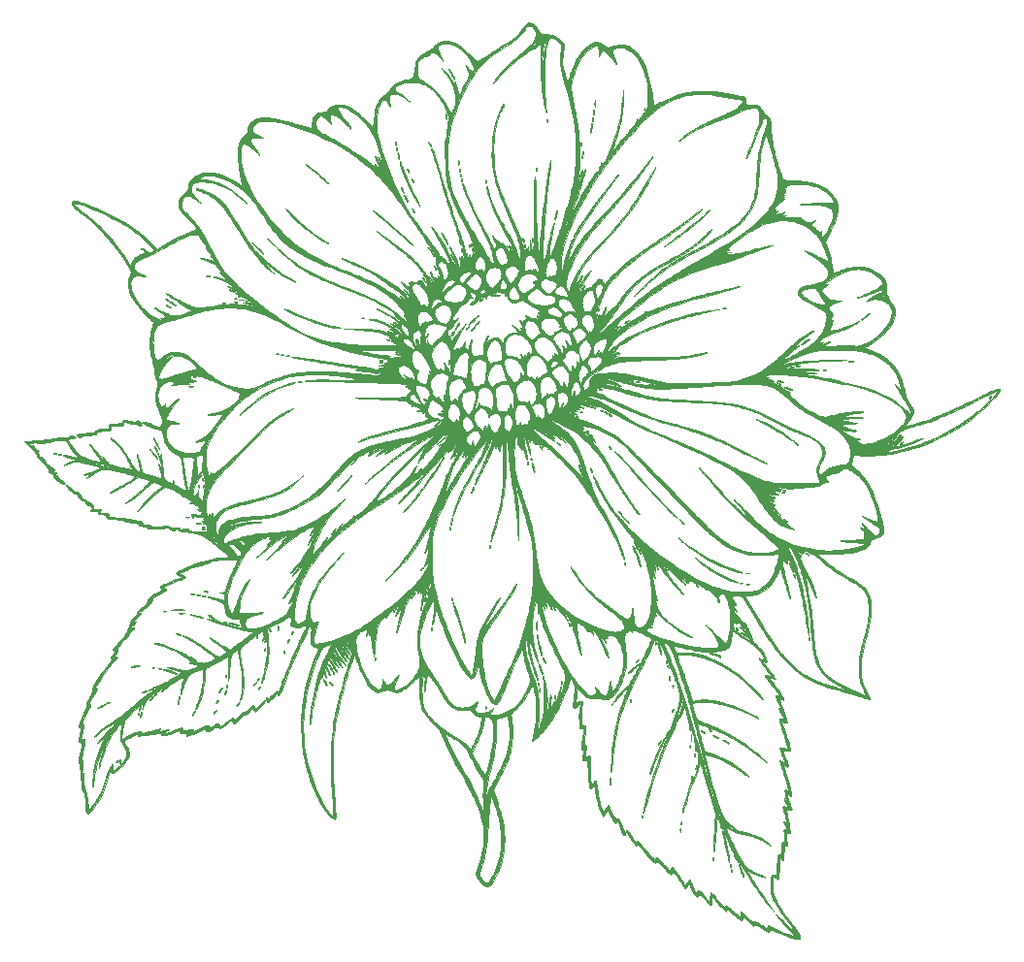
<source format=gbr>
%TF.GenerationSoftware,KiCad,Pcbnew,7.0.1*%
%TF.CreationDate,2023-06-02T16:34:45-07:00*%
%TF.ProjectId,flower,666c6f77-6572-42e6-9b69-6361645f7063,rev?*%
%TF.SameCoordinates,Original*%
%TF.FileFunction,Soldermask,Top*%
%TF.FilePolarity,Negative*%
%FSLAX46Y46*%
G04 Gerber Fmt 4.6, Leading zero omitted, Abs format (unit mm)*
G04 Created by KiCad (PCBNEW 7.0.1) date 2023-06-02 16:34:45*
%MOMM*%
%LPD*%
G01*
G04 APERTURE LIST*
%ADD10C,0.010000*%
G04 APERTURE END LIST*
%TO.C,G\u002A\u002A\u002A*%
D10*
X26253155Y-33366453D02*
X26274669Y-33397526D01*
X26274850Y-33402750D01*
X26255374Y-33421865D01*
X26207001Y-33435482D01*
X26143073Y-33440934D01*
X26096287Y-33438472D01*
X26053280Y-33425364D01*
X26048046Y-33404348D01*
X26078118Y-33380658D01*
X26132557Y-33361571D01*
X26202668Y-33353566D01*
X26253155Y-33366453D01*
G36*
X26253155Y-33366453D02*
G01*
X26274669Y-33397526D01*
X26274850Y-33402750D01*
X26255374Y-33421865D01*
X26207001Y-33435482D01*
X26143073Y-33440934D01*
X26096287Y-33438472D01*
X26053280Y-33425364D01*
X26048046Y-33404348D01*
X26078118Y-33380658D01*
X26132557Y-33361571D01*
X26202668Y-33353566D01*
X26253155Y-33366453D01*
G37*
X30875898Y-62653915D02*
X30885352Y-62686520D01*
X30868342Y-62748413D01*
X30842279Y-62807151D01*
X30803574Y-62870438D01*
X30768764Y-62895631D01*
X30740690Y-62881782D01*
X30725963Y-62845998D01*
X30727896Y-62786954D01*
X30753748Y-62723921D01*
X30794545Y-62672462D01*
X30839947Y-62648320D01*
X30875898Y-62653915D01*
G36*
X30875898Y-62653915D02*
G01*
X30885352Y-62686520D01*
X30868342Y-62748413D01*
X30842279Y-62807151D01*
X30803574Y-62870438D01*
X30768764Y-62895631D01*
X30740690Y-62881782D01*
X30725963Y-62845998D01*
X30727896Y-62786954D01*
X30753748Y-62723921D01*
X30794545Y-62672462D01*
X30839947Y-62648320D01*
X30875898Y-62653915D01*
G37*
X56184529Y-20763741D02*
X56204645Y-20809775D01*
X56213906Y-20868277D01*
X56209444Y-20918726D01*
X56186624Y-20959210D01*
X56156114Y-20962727D01*
X56130377Y-20929542D01*
X56126501Y-20916974D01*
X56118242Y-20851843D01*
X56123926Y-20793058D01*
X56141135Y-20753837D01*
X56157977Y-20745084D01*
X56184529Y-20763741D01*
G36*
X56184529Y-20763741D02*
G01*
X56204645Y-20809775D01*
X56213906Y-20868277D01*
X56209444Y-20918726D01*
X56186624Y-20959210D01*
X56156114Y-20962727D01*
X56130377Y-20929542D01*
X56126501Y-20916974D01*
X56118242Y-20851843D01*
X56123926Y-20793058D01*
X56141135Y-20753837D01*
X56157977Y-20745084D01*
X56184529Y-20763741D01*
G37*
X64025021Y-67293037D02*
X64043213Y-67346853D01*
X64048058Y-67408950D01*
X64037146Y-67460369D01*
X64008913Y-67504060D01*
X63984162Y-67505847D01*
X63964282Y-67466107D01*
X63958046Y-67438889D01*
X63952135Y-67370472D01*
X63958700Y-67311195D01*
X63975230Y-67272342D01*
X63996923Y-67264280D01*
X64025021Y-67293037D01*
G36*
X64025021Y-67293037D02*
G01*
X64043213Y-67346853D01*
X64048058Y-67408950D01*
X64037146Y-67460369D01*
X64008913Y-67504060D01*
X63984162Y-67505847D01*
X63964282Y-67466107D01*
X63958046Y-67438889D01*
X63952135Y-67370472D01*
X63958700Y-67311195D01*
X63975230Y-67272342D01*
X63996923Y-67264280D01*
X64025021Y-67293037D01*
G37*
X70611282Y-58473336D02*
X70649687Y-58493193D01*
X70652771Y-58508732D01*
X70627951Y-58529444D01*
X70561967Y-58553831D01*
X70474007Y-58551646D01*
X70440537Y-58544517D01*
X70411355Y-58526333D01*
X70418480Y-58501391D01*
X70458051Y-58476296D01*
X70486152Y-58466500D01*
X70568393Y-58460017D01*
X70611282Y-58473336D01*
G36*
X70611282Y-58473336D02*
G01*
X70649687Y-58493193D01*
X70652771Y-58508732D01*
X70627951Y-58529444D01*
X70561967Y-58553831D01*
X70474007Y-58551646D01*
X70440537Y-58544517D01*
X70411355Y-58526333D01*
X70418480Y-58501391D01*
X70458051Y-58476296D01*
X70486152Y-58466500D01*
X70568393Y-58460017D01*
X70611282Y-58473336D01*
G37*
X73716589Y-50440334D02*
X73747775Y-50461607D01*
X73755928Y-50492518D01*
X73730730Y-50516531D01*
X73680958Y-50530896D01*
X73615392Y-50532862D01*
X73553209Y-50522576D01*
X73520037Y-50503509D01*
X73525882Y-50478117D01*
X73569270Y-50452433D01*
X73570461Y-50451976D01*
X73651409Y-50432940D01*
X73716589Y-50440334D01*
G36*
X73716589Y-50440334D02*
G01*
X73747775Y-50461607D01*
X73755928Y-50492518D01*
X73730730Y-50516531D01*
X73680958Y-50530896D01*
X73615392Y-50532862D01*
X73553209Y-50522576D01*
X73520037Y-50503509D01*
X73525882Y-50478117D01*
X73569270Y-50452433D01*
X73570461Y-50451976D01*
X73651409Y-50432940D01*
X73716589Y-50440334D01*
G37*
X10143167Y-47049736D02*
X10207488Y-47058397D01*
X10235838Y-47076143D01*
X10238417Y-47087000D01*
X10219788Y-47106527D01*
X10173585Y-47120371D01*
X10114332Y-47127299D01*
X10056554Y-47126076D01*
X10014775Y-47115470D01*
X10004764Y-47106841D01*
X10003829Y-47077142D01*
X10039039Y-47057066D01*
X10104847Y-47048902D01*
X10143167Y-47049736D01*
G36*
X10143167Y-47049736D02*
G01*
X10207488Y-47058397D01*
X10235838Y-47076143D01*
X10238417Y-47087000D01*
X10219788Y-47106527D01*
X10173585Y-47120371D01*
X10114332Y-47127299D01*
X10056554Y-47126076D01*
X10014775Y-47115470D01*
X10004764Y-47106841D01*
X10003829Y-47077142D01*
X10039039Y-47057066D01*
X10104847Y-47048902D01*
X10143167Y-47049736D01*
G37*
X18790562Y-65737828D02*
X18815457Y-65749145D01*
X18817570Y-65771875D01*
X18800666Y-65797007D01*
X18756136Y-65810849D01*
X18712102Y-65815290D01*
X18645126Y-65814250D01*
X18604077Y-65802567D01*
X18598456Y-65797048D01*
X18598152Y-65767480D01*
X18635123Y-65746406D01*
X18704796Y-65735929D01*
X18733094Y-65735158D01*
X18790562Y-65737828D01*
G36*
X18790562Y-65737828D02*
G01*
X18815457Y-65749145D01*
X18817570Y-65771875D01*
X18800666Y-65797007D01*
X18756136Y-65810849D01*
X18712102Y-65815290D01*
X18645126Y-65814250D01*
X18604077Y-65802567D01*
X18598456Y-65797048D01*
X18598152Y-65767480D01*
X18635123Y-65746406D01*
X18704796Y-65735929D01*
X18733094Y-65735158D01*
X18790562Y-65737828D01*
G37*
X19743953Y-60841003D02*
X19763417Y-60866490D01*
X19763417Y-60866500D01*
X19750328Y-60887368D01*
X19706577Y-60899734D01*
X19654184Y-60904582D01*
X19589782Y-60904409D01*
X19544244Y-60897053D01*
X19531883Y-60889769D01*
X19535406Y-60864560D01*
X19570289Y-60843045D01*
X19625567Y-60829633D01*
X19684938Y-60828234D01*
X19743953Y-60841003D01*
G36*
X19743953Y-60841003D02*
G01*
X19763417Y-60866490D01*
X19763417Y-60866500D01*
X19750328Y-60887368D01*
X19706577Y-60899734D01*
X19654184Y-60904582D01*
X19589782Y-60904409D01*
X19544244Y-60897053D01*
X19531883Y-60889769D01*
X19535406Y-60864560D01*
X19570289Y-60843045D01*
X19625567Y-60829633D01*
X19684938Y-60828234D01*
X19743953Y-60841003D01*
G37*
X22683933Y-52003709D02*
X22718348Y-52019946D01*
X22778572Y-52059491D01*
X22797160Y-52095607D01*
X22796699Y-52099321D01*
X22772799Y-52132634D01*
X22725852Y-52141382D01*
X22666971Y-52125999D01*
X22613289Y-52092156D01*
X22562257Y-52039235D01*
X22547793Y-52001188D01*
X22565910Y-51980757D01*
X22612620Y-51980684D01*
X22683933Y-52003709D01*
G36*
X22683933Y-52003709D02*
G01*
X22718348Y-52019946D01*
X22778572Y-52059491D01*
X22797160Y-52095607D01*
X22796699Y-52099321D01*
X22772799Y-52132634D01*
X22725852Y-52141382D01*
X22666971Y-52125999D01*
X22613289Y-52092156D01*
X22562257Y-52039235D01*
X22547793Y-52001188D01*
X22565910Y-51980757D01*
X22612620Y-51980684D01*
X22683933Y-52003709D01*
G37*
X23109430Y-53652162D02*
X23152626Y-53671668D01*
X23157891Y-53677073D01*
X23172080Y-53705552D01*
X23154768Y-53723154D01*
X23102114Y-53731723D01*
X23040722Y-53733334D01*
X22969973Y-53729845D01*
X22934748Y-53718278D01*
X22927834Y-53703848D01*
X22946258Y-53674763D01*
X22992098Y-53655356D01*
X23051205Y-53647273D01*
X23109430Y-53652162D01*
G36*
X23109430Y-53652162D02*
G01*
X23152626Y-53671668D01*
X23157891Y-53677073D01*
X23172080Y-53705552D01*
X23154768Y-53723154D01*
X23102114Y-53731723D01*
X23040722Y-53733334D01*
X22969973Y-53729845D01*
X22934748Y-53718278D01*
X22927834Y-53703848D01*
X22946258Y-53674763D01*
X22992098Y-53655356D01*
X23051205Y-53647273D01*
X23109430Y-53652162D01*
G37*
X23109459Y-53463007D02*
X23152206Y-53480904D01*
X23157891Y-53486573D01*
X23172080Y-53515052D01*
X23154768Y-53532654D01*
X23102114Y-53541223D01*
X23040722Y-53542834D01*
X22969771Y-53539292D01*
X22934530Y-53527611D01*
X22927834Y-53513552D01*
X22946315Y-53485940D01*
X22992254Y-53467197D01*
X23051389Y-53458995D01*
X23109459Y-53463007D01*
G36*
X23109459Y-53463007D02*
G01*
X23152206Y-53480904D01*
X23157891Y-53486573D01*
X23172080Y-53515052D01*
X23154768Y-53532654D01*
X23102114Y-53541223D01*
X23040722Y-53542834D01*
X22969771Y-53539292D01*
X22934530Y-53527611D01*
X22927834Y-53513552D01*
X22946315Y-53485940D01*
X22992254Y-53467197D01*
X23051389Y-53458995D01*
X23109459Y-53463007D01*
G37*
X23529810Y-31566456D02*
X23589778Y-31583527D01*
X23609079Y-31600119D01*
X23589364Y-31614700D01*
X23532288Y-31625737D01*
X23460205Y-31631011D01*
X23376851Y-31632521D01*
X23329712Y-31628192D01*
X23312972Y-31617223D01*
X23313478Y-31610817D01*
X23342283Y-31583885D01*
X23399101Y-31566069D01*
X23470079Y-31560208D01*
X23529810Y-31566456D01*
G36*
X23529810Y-31566456D02*
G01*
X23589778Y-31583527D01*
X23609079Y-31600119D01*
X23589364Y-31614700D01*
X23532288Y-31625737D01*
X23460205Y-31631011D01*
X23376851Y-31632521D01*
X23329712Y-31628192D01*
X23312972Y-31617223D01*
X23313478Y-31610817D01*
X23342283Y-31583885D01*
X23399101Y-31566069D01*
X23470079Y-31560208D01*
X23529810Y-31566456D01*
G37*
X25937177Y-33826891D02*
X25982627Y-33847743D01*
X25996000Y-33876828D01*
X25973930Y-33903720D01*
X25963519Y-33908486D01*
X25916511Y-33918211D01*
X25857261Y-33920887D01*
X25804507Y-33916641D01*
X25778278Y-33907222D01*
X25768098Y-33877182D01*
X25790469Y-33849725D01*
X25835674Y-33829765D01*
X25893994Y-33822215D01*
X25937177Y-33826891D01*
G36*
X25937177Y-33826891D02*
G01*
X25982627Y-33847743D01*
X25996000Y-33876828D01*
X25973930Y-33903720D01*
X25963519Y-33908486D01*
X25916511Y-33918211D01*
X25857261Y-33920887D01*
X25804507Y-33916641D01*
X25778278Y-33907222D01*
X25768098Y-33877182D01*
X25790469Y-33849725D01*
X25835674Y-33829765D01*
X25893994Y-33822215D01*
X25937177Y-33826891D01*
G37*
X25975028Y-33557961D02*
X25993017Y-33588202D01*
X25991176Y-33609399D01*
X25969187Y-33620560D01*
X25918075Y-33624663D01*
X25882136Y-33625000D01*
X25810771Y-33622051D01*
X25773950Y-33611905D01*
X25764167Y-33594209D01*
X25783453Y-33568651D01*
X25833789Y-33550370D01*
X25836136Y-33549917D01*
X25922704Y-33542126D01*
X25975028Y-33557961D01*
G36*
X25975028Y-33557961D02*
G01*
X25993017Y-33588202D01*
X25991176Y-33609399D01*
X25969187Y-33620560D01*
X25918075Y-33624663D01*
X25882136Y-33625000D01*
X25810771Y-33622051D01*
X25773950Y-33611905D01*
X25764167Y-33594209D01*
X25783453Y-33568651D01*
X25833789Y-33550370D01*
X25836136Y-33549917D01*
X25922704Y-33542126D01*
X25975028Y-33557961D01*
G37*
X26860438Y-33734901D02*
X26919453Y-33747670D01*
X26938917Y-33773157D01*
X26938917Y-33773167D01*
X26927152Y-33792878D01*
X26887082Y-33804925D01*
X26817209Y-33811265D01*
X26746665Y-33811490D01*
X26704135Y-33804335D01*
X26695500Y-33796135D01*
X26714524Y-33766124D01*
X26763256Y-33743893D01*
X26829188Y-33734084D01*
X26860438Y-33734901D01*
G36*
X26860438Y-33734901D02*
G01*
X26919453Y-33747670D01*
X26938917Y-33773157D01*
X26938917Y-33773167D01*
X26927152Y-33792878D01*
X26887082Y-33804925D01*
X26817209Y-33811265D01*
X26746665Y-33811490D01*
X26704135Y-33804335D01*
X26695500Y-33796135D01*
X26714524Y-33766124D01*
X26763256Y-33743893D01*
X26829188Y-33734084D01*
X26860438Y-33734901D01*
G37*
X30700736Y-61911692D02*
X30719933Y-61957795D01*
X30727651Y-62016806D01*
X30720462Y-62074138D01*
X30717838Y-62081817D01*
X30691591Y-62126789D01*
X30665502Y-62131336D01*
X30644314Y-62095165D01*
X30641927Y-62086512D01*
X30633424Y-62021700D01*
X30637311Y-61959001D01*
X30651419Y-61911700D01*
X30673488Y-61893084D01*
X30700736Y-61911692D01*
G36*
X30700736Y-61911692D02*
G01*
X30719933Y-61957795D01*
X30727651Y-62016806D01*
X30720462Y-62074138D01*
X30717838Y-62081817D01*
X30691591Y-62126789D01*
X30665502Y-62131336D01*
X30644314Y-62095165D01*
X30641927Y-62086512D01*
X30633424Y-62021700D01*
X30637311Y-61959001D01*
X30651419Y-61911700D01*
X30673488Y-61893084D01*
X30700736Y-61911692D01*
G37*
X38243620Y-40076503D02*
X38263083Y-40101990D01*
X38263084Y-40102000D01*
X38249995Y-40122868D01*
X38206244Y-40135234D01*
X38153851Y-40140082D01*
X38089449Y-40139909D01*
X38043911Y-40132553D01*
X38031550Y-40125269D01*
X38035072Y-40100060D01*
X38069956Y-40078545D01*
X38125234Y-40065133D01*
X38184605Y-40063734D01*
X38243620Y-40076503D01*
G36*
X38243620Y-40076503D02*
G01*
X38263083Y-40101990D01*
X38263084Y-40102000D01*
X38249995Y-40122868D01*
X38206244Y-40135234D01*
X38153851Y-40140082D01*
X38089449Y-40139909D01*
X38043911Y-40132553D01*
X38031550Y-40125269D01*
X38035072Y-40100060D01*
X38069956Y-40078545D01*
X38125234Y-40065133D01*
X38184605Y-40063734D01*
X38243620Y-40076503D01*
G37*
X44666036Y-53116988D02*
X44682341Y-53162908D01*
X44692021Y-53221035D01*
X44692078Y-53276304D01*
X44686482Y-53301218D01*
X44660900Y-53343913D01*
X44634548Y-53347450D01*
X44615348Y-53318852D01*
X44603429Y-53262273D01*
X44603579Y-53198593D01*
X44613884Y-53141546D01*
X44632429Y-53104865D01*
X44646103Y-53098334D01*
X44666036Y-53116988D01*
G36*
X44666036Y-53116988D02*
G01*
X44682341Y-53162908D01*
X44692021Y-53221035D01*
X44692078Y-53276304D01*
X44686482Y-53301218D01*
X44660900Y-53343913D01*
X44634548Y-53347450D01*
X44615348Y-53318852D01*
X44603429Y-53262273D01*
X44603579Y-53198593D01*
X44613884Y-53141546D01*
X44632429Y-53104865D01*
X44646103Y-53098334D01*
X44666036Y-53116988D01*
G37*
X44763553Y-59735070D02*
X44781243Y-59785779D01*
X44787266Y-59846412D01*
X44781347Y-59903735D01*
X44763209Y-59944515D01*
X44739680Y-59956334D01*
X44721528Y-59946320D01*
X44711732Y-59911083D01*
X44708395Y-59842829D01*
X44708334Y-59827570D01*
X44711097Y-59752082D01*
X44720076Y-59713880D01*
X44734475Y-59707520D01*
X44763553Y-59735070D01*
G36*
X44763553Y-59735070D02*
G01*
X44781243Y-59785779D01*
X44787266Y-59846412D01*
X44781347Y-59903735D01*
X44763209Y-59944515D01*
X44739680Y-59956334D01*
X44721528Y-59946320D01*
X44711732Y-59911083D01*
X44708395Y-59842829D01*
X44708334Y-59827570D01*
X44711097Y-59752082D01*
X44720076Y-59713880D01*
X44734475Y-59707520D01*
X44763553Y-59735070D01*
G37*
X44766875Y-52758345D02*
X44773393Y-52774351D01*
X44789061Y-52842939D01*
X44786637Y-52906708D01*
X44768010Y-52952645D01*
X44745375Y-52967421D01*
X44724745Y-52965849D01*
X44713497Y-52945354D01*
X44708956Y-52897157D01*
X44708334Y-52845886D01*
X44712783Y-52767382D01*
X44725077Y-52725465D01*
X44743634Y-52721874D01*
X44766875Y-52758345D01*
G36*
X44766875Y-52758345D02*
G01*
X44773393Y-52774351D01*
X44789061Y-52842939D01*
X44786637Y-52906708D01*
X44768010Y-52952645D01*
X44745375Y-52967421D01*
X44724745Y-52965849D01*
X44713497Y-52945354D01*
X44708956Y-52897157D01*
X44708334Y-52845886D01*
X44712783Y-52767382D01*
X44725077Y-52725465D01*
X44743634Y-52721874D01*
X44766875Y-52758345D01*
G37*
X46462441Y-28774706D02*
X46480055Y-28819474D01*
X46485507Y-28876951D01*
X46478448Y-28933114D01*
X46458530Y-28973942D01*
X46438709Y-28985580D01*
X46417381Y-28983784D01*
X46406152Y-28962006D01*
X46402016Y-28911238D01*
X46401667Y-28874636D01*
X46404517Y-28803652D01*
X46414444Y-28766924D01*
X46433014Y-28756667D01*
X46462441Y-28774706D01*
G36*
X46462441Y-28774706D02*
G01*
X46480055Y-28819474D01*
X46485507Y-28876951D01*
X46478448Y-28933114D01*
X46458530Y-28973942D01*
X46438709Y-28985580D01*
X46417381Y-28983784D01*
X46406152Y-28962006D01*
X46402016Y-28911238D01*
X46401667Y-28874636D01*
X46404517Y-28803652D01*
X46414444Y-28766924D01*
X46433014Y-28756667D01*
X46462441Y-28774706D01*
G37*
X51065237Y-28847162D02*
X51090307Y-28874500D01*
X51109196Y-28927708D01*
X51117819Y-28990372D01*
X51113500Y-29040990D01*
X51091044Y-29085219D01*
X51061923Y-29091300D01*
X51035587Y-29060226D01*
X51026584Y-29031834D01*
X51020674Y-28971332D01*
X51026067Y-28911751D01*
X51040086Y-28865882D01*
X51060053Y-28846513D01*
X51065237Y-28847162D01*
G36*
X51065237Y-28847162D02*
G01*
X51090307Y-28874500D01*
X51109196Y-28927708D01*
X51117819Y-28990372D01*
X51113500Y-29040990D01*
X51091044Y-29085219D01*
X51061923Y-29091300D01*
X51035587Y-29060226D01*
X51026584Y-29031834D01*
X51020674Y-28971332D01*
X51026067Y-28911751D01*
X51040086Y-28865882D01*
X51060053Y-28846513D01*
X51065237Y-28847162D01*
G37*
X51375996Y-47849303D02*
X51392597Y-47904596D01*
X51393684Y-47967103D01*
X51381172Y-48021888D01*
X51356978Y-48054017D01*
X51349375Y-48056751D01*
X51327959Y-48054921D01*
X51316736Y-48032973D01*
X51312654Y-47981871D01*
X51312334Y-47947051D01*
X51317143Y-47867974D01*
X51330556Y-47824122D01*
X51351055Y-47817828D01*
X51375996Y-47849303D01*
G36*
X51375996Y-47849303D02*
G01*
X51392597Y-47904596D01*
X51393684Y-47967103D01*
X51381172Y-48021888D01*
X51356978Y-48054017D01*
X51349375Y-48056751D01*
X51327959Y-48054921D01*
X51316736Y-48032973D01*
X51312654Y-47981871D01*
X51312334Y-47947051D01*
X51317143Y-47867974D01*
X51330556Y-47824122D01*
X51351055Y-47817828D01*
X51375996Y-47849303D01*
G37*
X51653160Y-47476071D02*
X51672216Y-47522014D01*
X51682080Y-47580213D01*
X51678695Y-47635637D01*
X51677912Y-47638818D01*
X51654572Y-47672591D01*
X51621255Y-47676752D01*
X51596009Y-47650143D01*
X51587435Y-47600922D01*
X51590455Y-47542765D01*
X51602475Y-47490828D01*
X51620906Y-47460271D01*
X51628966Y-47457417D01*
X51653160Y-47476071D01*
G36*
X51653160Y-47476071D02*
G01*
X51672216Y-47522014D01*
X51682080Y-47580213D01*
X51678695Y-47635637D01*
X51677912Y-47638818D01*
X51654572Y-47672591D01*
X51621255Y-47676752D01*
X51596009Y-47650143D01*
X51587435Y-47600922D01*
X51590455Y-47542765D01*
X51602475Y-47490828D01*
X51620906Y-47460271D01*
X51628966Y-47457417D01*
X51653160Y-47476071D01*
G37*
X53077981Y-17942287D02*
X53086086Y-18007334D01*
X53085264Y-18044679D01*
X53075328Y-18107238D01*
X53057386Y-18142803D01*
X53036105Y-18146109D01*
X53018858Y-18119580D01*
X53008088Y-18068070D01*
X53006120Y-18005054D01*
X53012147Y-17947096D01*
X53025361Y-17910763D01*
X53029200Y-17907288D01*
X53058195Y-17906919D01*
X53077981Y-17942287D01*
G36*
X53077981Y-17942287D02*
G01*
X53086086Y-18007334D01*
X53085264Y-18044679D01*
X53075328Y-18107238D01*
X53057386Y-18142803D01*
X53036105Y-18146109D01*
X53018858Y-18119580D01*
X53008088Y-18068070D01*
X53006120Y-18005054D01*
X53012147Y-17947096D01*
X53025361Y-17910763D01*
X53029200Y-17907288D01*
X53058195Y-17906919D01*
X53077981Y-17942287D01*
G37*
X55683568Y-43838986D02*
X55724348Y-43857125D01*
X55736167Y-43880653D01*
X55726153Y-43898806D01*
X55690916Y-43908602D01*
X55622663Y-43911939D01*
X55607403Y-43912000D01*
X55531915Y-43909236D01*
X55493713Y-43900258D01*
X55487353Y-43885858D01*
X55514904Y-43856780D01*
X55565612Y-43839091D01*
X55626245Y-43833067D01*
X55683568Y-43838986D01*
G36*
X55683568Y-43838986D02*
G01*
X55724348Y-43857125D01*
X55736167Y-43880653D01*
X55726153Y-43898806D01*
X55690916Y-43908602D01*
X55622663Y-43911939D01*
X55607403Y-43912000D01*
X55531915Y-43909236D01*
X55493713Y-43900258D01*
X55487353Y-43885858D01*
X55514904Y-43856780D01*
X55565612Y-43839091D01*
X55626245Y-43833067D01*
X55683568Y-43838986D01*
G37*
X55999812Y-20005515D02*
X56017420Y-20058581D01*
X56023623Y-20120144D01*
X56015119Y-20173422D01*
X56013405Y-20177490D01*
X55985815Y-20219005D01*
X55961249Y-20218773D01*
X55941473Y-20177362D01*
X55935880Y-20152556D01*
X55930000Y-20084588D01*
X55936406Y-20025324D01*
X55952605Y-19986165D01*
X55974100Y-19977728D01*
X55999812Y-20005515D01*
G36*
X55999812Y-20005515D02*
G01*
X56017420Y-20058581D01*
X56023623Y-20120144D01*
X56015119Y-20173422D01*
X56013405Y-20177490D01*
X55985815Y-20219005D01*
X55961249Y-20218773D01*
X55941473Y-20177362D01*
X55935880Y-20152556D01*
X55930000Y-20084588D01*
X55936406Y-20025324D01*
X55952605Y-19986165D01*
X55974100Y-19977728D01*
X55999812Y-20005515D01*
G37*
X56096162Y-21136970D02*
X56112764Y-21192263D01*
X56113850Y-21254769D01*
X56101339Y-21309554D01*
X56077145Y-21341684D01*
X56069542Y-21344418D01*
X56048126Y-21342588D01*
X56036903Y-21320639D01*
X56032820Y-21269537D01*
X56032500Y-21234718D01*
X56037309Y-21155641D01*
X56050723Y-21111789D01*
X56071221Y-21105495D01*
X56096162Y-21136970D01*
G36*
X56096162Y-21136970D02*
G01*
X56112764Y-21192263D01*
X56113850Y-21254769D01*
X56101339Y-21309554D01*
X56077145Y-21341684D01*
X56069542Y-21344418D01*
X56048126Y-21342588D01*
X56036903Y-21320639D01*
X56032820Y-21269537D01*
X56032500Y-21234718D01*
X56037309Y-21155641D01*
X56050723Y-21111789D01*
X56071221Y-21105495D01*
X56096162Y-21136970D01*
G37*
X57708394Y-41481832D02*
X57771819Y-41491969D01*
X57798404Y-41511716D01*
X57799917Y-41520167D01*
X57786828Y-41541034D01*
X57743077Y-41553400D01*
X57690684Y-41558249D01*
X57626470Y-41558317D01*
X57581312Y-41551582D01*
X57569209Y-41544772D01*
X57569835Y-41515922D01*
X57603678Y-41493575D01*
X57661688Y-41481825D01*
X57708394Y-41481832D01*
G36*
X57708394Y-41481832D02*
G01*
X57771819Y-41491969D01*
X57798404Y-41511716D01*
X57799917Y-41520167D01*
X57786828Y-41541034D01*
X57743077Y-41553400D01*
X57690684Y-41558249D01*
X57626470Y-41558317D01*
X57581312Y-41551582D01*
X57569209Y-41544772D01*
X57569835Y-41515922D01*
X57603678Y-41493575D01*
X57661688Y-41481825D01*
X57708394Y-41481832D01*
G37*
X61351230Y-78694327D02*
X61377723Y-78722096D01*
X61396880Y-78774843D01*
X61403905Y-78835290D01*
X61399914Y-78869658D01*
X61377207Y-78912430D01*
X61347289Y-78917308D01*
X61320873Y-78884748D01*
X61314793Y-78866033D01*
X61308701Y-78810209D01*
X61314109Y-78753819D01*
X61328135Y-78710451D01*
X61347896Y-78693689D01*
X61351230Y-78694327D01*
G36*
X61351230Y-78694327D02*
G01*
X61377723Y-78722096D01*
X61396880Y-78774843D01*
X61403905Y-78835290D01*
X61399914Y-78869658D01*
X61377207Y-78912430D01*
X61347289Y-78917308D01*
X61320873Y-78884748D01*
X61314793Y-78866033D01*
X61308701Y-78810209D01*
X61314109Y-78753819D01*
X61328135Y-78710451D01*
X61347896Y-78693689D01*
X61351230Y-78694327D01*
G37*
X64045574Y-69447745D02*
X64054667Y-69472071D01*
X64041013Y-69521731D01*
X64007328Y-69583273D01*
X63964529Y-69639693D01*
X63925775Y-69672846D01*
X63895390Y-69682974D01*
X63886425Y-69660841D01*
X63886350Y-69646120D01*
X63899273Y-69578837D01*
X63929876Y-69513218D01*
X63969917Y-69463136D01*
X64007156Y-69442820D01*
X64045574Y-69447745D01*
G36*
X64045574Y-69447745D02*
G01*
X64054667Y-69472071D01*
X64041013Y-69521731D01*
X64007328Y-69583273D01*
X63964529Y-69639693D01*
X63925775Y-69672846D01*
X63895390Y-69682974D01*
X63886425Y-69660841D01*
X63886350Y-69646120D01*
X63899273Y-69578837D01*
X63929876Y-69513218D01*
X63969917Y-69463136D01*
X64007156Y-69442820D01*
X64045574Y-69447745D01*
G37*
X65907284Y-73324569D02*
X65925824Y-73377522D01*
X65934408Y-73439882D01*
X65930166Y-73490990D01*
X65907394Y-73534558D01*
X65877363Y-73542151D01*
X65851382Y-73512861D01*
X65846316Y-73497709D01*
X65840624Y-73446103D01*
X65844571Y-73387123D01*
X65855670Y-73334425D01*
X65871430Y-73301664D01*
X65882811Y-73297465D01*
X65907284Y-73324569D01*
G36*
X65907284Y-73324569D02*
G01*
X65925824Y-73377522D01*
X65934408Y-73439882D01*
X65930166Y-73490990D01*
X65907394Y-73534558D01*
X65877363Y-73542151D01*
X65851382Y-73512861D01*
X65846316Y-73497709D01*
X65840624Y-73446103D01*
X65844571Y-73387123D01*
X65855670Y-73334425D01*
X65871430Y-73301664D01*
X65882811Y-73297465D01*
X65907284Y-73324569D01*
G37*
X67516245Y-82401555D02*
X67535378Y-82463430D01*
X67538285Y-82529459D01*
X67535776Y-82544844D01*
X67514185Y-82591723D01*
X67484829Y-82601915D01*
X67458034Y-82574607D01*
X67449991Y-82551611D01*
X67444312Y-82499689D01*
X67448167Y-82442445D01*
X67459071Y-82392899D01*
X67474540Y-82364071D01*
X67486042Y-82362718D01*
X67516245Y-82401555D01*
G36*
X67516245Y-82401555D02*
G01*
X67535378Y-82463430D01*
X67538285Y-82529459D01*
X67535776Y-82544844D01*
X67514185Y-82591723D01*
X67484829Y-82601915D01*
X67458034Y-82574607D01*
X67449991Y-82551611D01*
X67444312Y-82499689D01*
X67448167Y-82442445D01*
X67459071Y-82392899D01*
X67474540Y-82364071D01*
X67486042Y-82362718D01*
X67516245Y-82401555D01*
G37*
X69112065Y-83415387D02*
X69128213Y-83462656D01*
X69136952Y-83531527D01*
X69137010Y-83594209D01*
X69120882Y-83632775D01*
X69087772Y-83641596D01*
X69064111Y-83627722D01*
X69054172Y-83596508D01*
X69050672Y-83541188D01*
X69053283Y-83479448D01*
X69061681Y-83428970D01*
X69068068Y-83413290D01*
X69091138Y-83396628D01*
X69112065Y-83415387D01*
G36*
X69112065Y-83415387D02*
G01*
X69128213Y-83462656D01*
X69136952Y-83531527D01*
X69137010Y-83594209D01*
X69120882Y-83632775D01*
X69087772Y-83641596D01*
X69064111Y-83627722D01*
X69054172Y-83596508D01*
X69050672Y-83541188D01*
X69053283Y-83479448D01*
X69061681Y-83428970D01*
X69068068Y-83413290D01*
X69091138Y-83396628D01*
X69112065Y-83415387D01*
G37*
X70034278Y-58382825D02*
X70068293Y-58393349D01*
X70076584Y-58411167D01*
X70057944Y-58430422D01*
X70011735Y-58444266D01*
X69952520Y-58451398D01*
X69894863Y-58450519D01*
X69853327Y-58440330D01*
X69843523Y-58431966D01*
X69836999Y-58405312D01*
X69860737Y-58389144D01*
X69919360Y-58381518D01*
X69966368Y-58380272D01*
X70034278Y-58382825D01*
G36*
X70034278Y-58382825D02*
G01*
X70068293Y-58393349D01*
X70076584Y-58411167D01*
X70057944Y-58430422D01*
X70011735Y-58444266D01*
X69952520Y-58451398D01*
X69894863Y-58450519D01*
X69853327Y-58440330D01*
X69843523Y-58431966D01*
X69836999Y-58405312D01*
X69860737Y-58389144D01*
X69919360Y-58381518D01*
X69966368Y-58380272D01*
X70034278Y-58382825D01*
G37*
X73805517Y-50251540D02*
X73845421Y-50270344D01*
X73854834Y-50291685D01*
X73835995Y-50320066D01*
X73787149Y-50338000D01*
X73719797Y-50343344D01*
X73645441Y-50333956D01*
X73637875Y-50332076D01*
X73604541Y-50314753D01*
X73611589Y-50292621D01*
X73657695Y-50268125D01*
X73676041Y-50261629D01*
X73745118Y-50247973D01*
X73805517Y-50251540D01*
G36*
X73805517Y-50251540D02*
G01*
X73845421Y-50270344D01*
X73854834Y-50291685D01*
X73835995Y-50320066D01*
X73787149Y-50338000D01*
X73719797Y-50343344D01*
X73645441Y-50333956D01*
X73637875Y-50332076D01*
X73604541Y-50314753D01*
X73611589Y-50292621D01*
X73657695Y-50268125D01*
X73676041Y-50261629D01*
X73745118Y-50247973D01*
X73805517Y-50251540D01*
G37*
X77291614Y-39776228D02*
X77334469Y-39793357D01*
X77347334Y-39816280D01*
X77328552Y-39845958D01*
X77279208Y-39863489D01*
X77209802Y-39867019D01*
X77130834Y-39854696D01*
X77130375Y-39854576D01*
X77097055Y-39837159D01*
X77103992Y-39814930D01*
X77149793Y-39790656D01*
X77165286Y-39785204D01*
X77230949Y-39772781D01*
X77291614Y-39776228D01*
G36*
X77291614Y-39776228D02*
G01*
X77334469Y-39793357D01*
X77347334Y-39816280D01*
X77328552Y-39845958D01*
X77279208Y-39863489D01*
X77209802Y-39867019D01*
X77130834Y-39854696D01*
X77130375Y-39854576D01*
X77097055Y-39837159D01*
X77103992Y-39814930D01*
X77149793Y-39790656D01*
X77165286Y-39785204D01*
X77230949Y-39772781D01*
X77291614Y-39776228D01*
G37*
X91759293Y-42083509D02*
X91759148Y-42132294D01*
X91736780Y-42202823D01*
X91719070Y-42240677D01*
X91679979Y-42300577D01*
X91645160Y-42321939D01*
X91617524Y-42303977D01*
X91604929Y-42271401D01*
X91606782Y-42206633D01*
X91634483Y-42137305D01*
X91679113Y-42083010D01*
X91695770Y-42071872D01*
X91737928Y-42061644D01*
X91759293Y-42083509D01*
G36*
X91759293Y-42083509D02*
G01*
X91759148Y-42132294D01*
X91736780Y-42202823D01*
X91719070Y-42240677D01*
X91679979Y-42300577D01*
X91645160Y-42321939D01*
X91617524Y-42303977D01*
X91604929Y-42271401D01*
X91606782Y-42206633D01*
X91634483Y-42137305D01*
X91679113Y-42083010D01*
X91695770Y-42071872D01*
X91737928Y-42061644D01*
X91759293Y-42083509D01*
G37*
X10566802Y-47137921D02*
X10605043Y-47158197D01*
X10623693Y-47181930D01*
X10615153Y-47199043D01*
X10570354Y-47213297D01*
X10505554Y-47222065D01*
X10442979Y-47222867D01*
X10423625Y-47220416D01*
X10385497Y-47203913D01*
X10381737Y-47180791D01*
X10406233Y-47156815D01*
X10452871Y-47137754D01*
X10515539Y-47129371D01*
X10520184Y-47129334D01*
X10566802Y-47137921D01*
G36*
X10566802Y-47137921D02*
G01*
X10605043Y-47158197D01*
X10623693Y-47181930D01*
X10615153Y-47199043D01*
X10570354Y-47213297D01*
X10505554Y-47222065D01*
X10442979Y-47222867D01*
X10423625Y-47220416D01*
X10385497Y-47203913D01*
X10381737Y-47180791D01*
X10406233Y-47156815D01*
X10452871Y-47137754D01*
X10515539Y-47129371D01*
X10520184Y-47129334D01*
X10566802Y-47137921D01*
G37*
X17385509Y-69732673D02*
X17406789Y-69778140D01*
X17421377Y-69835495D01*
X17424500Y-69871703D01*
X17412161Y-69921314D01*
X17394226Y-69945775D01*
X17367147Y-69957442D01*
X17344259Y-69933768D01*
X17339717Y-69925616D01*
X17328507Y-69882173D01*
X17327365Y-69824534D01*
X17334627Y-69767566D01*
X17348629Y-69726135D01*
X17363385Y-69714167D01*
X17385509Y-69732673D01*
G36*
X17385509Y-69732673D02*
G01*
X17406789Y-69778140D01*
X17421377Y-69835495D01*
X17424500Y-69871703D01*
X17412161Y-69921314D01*
X17394226Y-69945775D01*
X17367147Y-69957442D01*
X17344259Y-69933768D01*
X17339717Y-69925616D01*
X17328507Y-69882173D01*
X17327365Y-69824534D01*
X17334627Y-69767566D01*
X17348629Y-69726135D01*
X17363385Y-69714167D01*
X17385509Y-69732673D01*
G37*
X19317553Y-65823757D02*
X19371202Y-65840707D01*
X19389087Y-65867125D01*
X19387255Y-65888541D01*
X19365305Y-65899765D01*
X19314201Y-65903847D01*
X19279385Y-65904167D01*
X19212637Y-65900605D01*
X19164582Y-65891436D01*
X19149559Y-65882961D01*
X19155827Y-65861509D01*
X19192035Y-65841464D01*
X19245892Y-65827155D01*
X19305107Y-65822916D01*
X19317553Y-65823757D01*
G36*
X19317553Y-65823757D02*
G01*
X19371202Y-65840707D01*
X19389087Y-65867125D01*
X19387255Y-65888541D01*
X19365305Y-65899765D01*
X19314201Y-65903847D01*
X19279385Y-65904167D01*
X19212637Y-65900605D01*
X19164582Y-65891436D01*
X19149559Y-65882961D01*
X19155827Y-65861509D01*
X19192035Y-65841464D01*
X19245892Y-65827155D01*
X19305107Y-65822916D01*
X19317553Y-65823757D01*
G37*
X20989314Y-68340120D02*
X20997420Y-68405167D01*
X20996598Y-68442512D01*
X20985828Y-68509994D01*
X20965175Y-68544394D01*
X20937511Y-68541565D01*
X20931552Y-68536330D01*
X20920874Y-68504667D01*
X20917063Y-68449285D01*
X20919481Y-68386618D01*
X20927489Y-68333103D01*
X20940449Y-68305174D01*
X20940533Y-68305121D01*
X20969528Y-68304752D01*
X20989314Y-68340120D01*
G36*
X20989314Y-68340120D02*
G01*
X20997420Y-68405167D01*
X20996598Y-68442512D01*
X20985828Y-68509994D01*
X20965175Y-68544394D01*
X20937511Y-68541565D01*
X20931552Y-68536330D01*
X20920874Y-68504667D01*
X20917063Y-68449285D01*
X20919481Y-68386618D01*
X20927489Y-68333103D01*
X20940449Y-68305174D01*
X20940533Y-68305121D01*
X20969528Y-68304752D01*
X20989314Y-68340120D01*
G37*
X22370084Y-40345392D02*
X22410169Y-40365071D01*
X22419834Y-40385508D01*
X22401732Y-40406027D01*
X22359034Y-40425525D01*
X22309156Y-40437747D01*
X22274313Y-40437784D01*
X22245094Y-40431922D01*
X22212239Y-40425569D01*
X22176125Y-40409075D01*
X22177274Y-40385115D01*
X22212944Y-40360064D01*
X22245440Y-40348372D01*
X22310824Y-40338899D01*
X22370084Y-40345392D01*
G36*
X22370084Y-40345392D02*
G01*
X22410169Y-40365071D01*
X22419834Y-40385508D01*
X22401732Y-40406027D01*
X22359034Y-40425525D01*
X22309156Y-40437747D01*
X22274313Y-40437784D01*
X22245094Y-40431922D01*
X22212239Y-40425569D01*
X22176125Y-40409075D01*
X22177274Y-40385115D01*
X22212944Y-40360064D01*
X22245440Y-40348372D01*
X22310824Y-40338899D01*
X22370084Y-40345392D01*
G37*
X22659952Y-49823456D02*
X22683611Y-49851184D01*
X22697423Y-49905825D01*
X22701369Y-49973146D01*
X22695431Y-50038910D01*
X22679593Y-50088883D01*
X22660309Y-50107758D01*
X22643132Y-50094298D01*
X22629148Y-50050850D01*
X22626617Y-50035258D01*
X22621742Y-49960100D01*
X22626046Y-49892499D01*
X22637840Y-49843196D01*
X22655432Y-49822936D01*
X22659952Y-49823456D01*
G36*
X22659952Y-49823456D02*
G01*
X22683611Y-49851184D01*
X22697423Y-49905825D01*
X22701369Y-49973146D01*
X22695431Y-50038910D01*
X22679593Y-50088883D01*
X22660309Y-50107758D01*
X22643132Y-50094298D01*
X22629148Y-50050850D01*
X22626617Y-50035258D01*
X22621742Y-49960100D01*
X22626046Y-49892499D01*
X22637840Y-49843196D01*
X22655432Y-49822936D01*
X22659952Y-49823456D01*
G37*
X22686367Y-59411966D02*
X22736262Y-59426125D01*
X22754547Y-59446431D01*
X22737334Y-59469176D01*
X22697448Y-59482010D01*
X22635237Y-59489351D01*
X22610334Y-59490019D01*
X22544902Y-59485569D01*
X22494348Y-59474403D01*
X22483334Y-59469176D01*
X22466178Y-59445506D01*
X22485877Y-59425400D01*
X22536960Y-59411553D01*
X22610334Y-59406648D01*
X22686367Y-59411966D01*
G36*
X22686367Y-59411966D02*
G01*
X22736262Y-59426125D01*
X22754547Y-59446431D01*
X22737334Y-59469176D01*
X22697448Y-59482010D01*
X22635237Y-59489351D01*
X22610334Y-59490019D01*
X22544902Y-59485569D01*
X22494348Y-59474403D01*
X22483334Y-59469176D01*
X22466178Y-59445506D01*
X22485877Y-59425400D01*
X22536960Y-59411553D01*
X22610334Y-59406648D01*
X22686367Y-59411966D01*
G37*
X23007691Y-49265249D02*
X23047789Y-49316398D01*
X23070839Y-49389545D01*
X23072361Y-49469352D01*
X23056563Y-49521680D01*
X23030166Y-49534730D01*
X22999365Y-49508085D01*
X22982389Y-49475406D01*
X22957462Y-49403147D01*
X22938294Y-49326923D01*
X22938001Y-49325375D01*
X22931440Y-49272389D01*
X22940058Y-49249532D01*
X22955716Y-49246000D01*
X23007691Y-49265249D01*
G36*
X23007691Y-49265249D02*
G01*
X23047789Y-49316398D01*
X23070839Y-49389545D01*
X23072361Y-49469352D01*
X23056563Y-49521680D01*
X23030166Y-49534730D01*
X22999365Y-49508085D01*
X22982389Y-49475406D01*
X22957462Y-49403147D01*
X22938294Y-49326923D01*
X22938001Y-49325375D01*
X22931440Y-49272389D01*
X22940058Y-49249532D01*
X22955716Y-49246000D01*
X23007691Y-49265249D01*
G37*
X23056411Y-49833276D02*
X23069185Y-49880963D01*
X23072661Y-49955412D01*
X23071857Y-49976785D01*
X23063159Y-50050309D01*
X23048145Y-50096109D01*
X23029944Y-50109966D01*
X23011682Y-50087663D01*
X23004901Y-50067074D01*
X22993865Y-49996482D01*
X22993560Y-49920927D01*
X23003415Y-49858926D01*
X23011943Y-49838844D01*
X23036583Y-49817514D01*
X23056411Y-49833276D01*
G36*
X23056411Y-49833276D02*
G01*
X23069185Y-49880963D01*
X23072661Y-49955412D01*
X23071857Y-49976785D01*
X23063159Y-50050309D01*
X23048145Y-50096109D01*
X23029944Y-50109966D01*
X23011682Y-50087663D01*
X23004901Y-50067074D01*
X22993865Y-49996482D01*
X22993560Y-49920927D01*
X23003415Y-49858926D01*
X23011943Y-49838844D01*
X23036583Y-49817514D01*
X23056411Y-49833276D01*
G37*
X23144201Y-59497458D02*
X23196240Y-59514237D01*
X23230110Y-59535612D01*
X23234775Y-59554127D01*
X23208293Y-59565118D01*
X23152207Y-59572782D01*
X23086584Y-59575334D01*
X23014664Y-59572243D01*
X22960860Y-59564182D01*
X22938392Y-59554127D01*
X22945512Y-59533196D01*
X22982003Y-59512063D01*
X23035274Y-59496121D01*
X23086584Y-59490667D01*
X23144201Y-59497458D01*
G36*
X23144201Y-59497458D02*
G01*
X23196240Y-59514237D01*
X23230110Y-59535612D01*
X23234775Y-59554127D01*
X23208293Y-59565118D01*
X23152207Y-59572782D01*
X23086584Y-59575334D01*
X23014664Y-59572243D01*
X22960860Y-59564182D01*
X22938392Y-59554127D01*
X22945512Y-59533196D01*
X22982003Y-59512063D01*
X23035274Y-59496121D01*
X23086584Y-59490667D01*
X23144201Y-59497458D01*
G37*
X24368528Y-68648728D02*
X24378789Y-68687370D01*
X24356759Y-68745896D01*
X24304589Y-68819574D01*
X24276323Y-68851625D01*
X24218548Y-68907441D01*
X24180665Y-68927528D01*
X24160474Y-68912273D01*
X24155579Y-68872792D01*
X24167971Y-68808942D01*
X24199952Y-68745458D01*
X24243982Y-68690274D01*
X24292523Y-68651323D01*
X24338032Y-68636540D01*
X24368528Y-68648728D01*
G36*
X24368528Y-68648728D02*
G01*
X24378789Y-68687370D01*
X24356759Y-68745896D01*
X24304589Y-68819574D01*
X24276323Y-68851625D01*
X24218548Y-68907441D01*
X24180665Y-68927528D01*
X24160474Y-68912273D01*
X24155579Y-68872792D01*
X24167971Y-68808942D01*
X24199952Y-68745458D01*
X24243982Y-68690274D01*
X24292523Y-68651323D01*
X24338032Y-68636540D01*
X24368528Y-68648728D01*
G37*
X24930669Y-33938611D02*
X24955450Y-33966791D01*
X24955918Y-33968959D01*
X24954088Y-33990374D01*
X24932139Y-34001598D01*
X24881037Y-34005680D01*
X24846218Y-34006000D01*
X24779622Y-34002627D01*
X24731866Y-33993944D01*
X24717073Y-33985896D01*
X24721040Y-33961333D01*
X24756145Y-33940194D01*
X24811206Y-33926884D01*
X24870595Y-33925401D01*
X24930669Y-33938611D01*
G36*
X24930669Y-33938611D02*
G01*
X24955450Y-33966791D01*
X24955918Y-33968959D01*
X24954088Y-33990374D01*
X24932139Y-34001598D01*
X24881037Y-34005680D01*
X24846218Y-34006000D01*
X24779622Y-34002627D01*
X24731866Y-33993944D01*
X24717073Y-33985896D01*
X24721040Y-33961333D01*
X24756145Y-33940194D01*
X24811206Y-33926884D01*
X24870595Y-33925401D01*
X24930669Y-33938611D01*
G37*
X24972071Y-61764356D02*
X25021980Y-61778085D01*
X25057287Y-61799480D01*
X25066227Y-61823032D01*
X25061387Y-61830335D01*
X25026646Y-61844475D01*
X24967864Y-61852853D01*
X24903054Y-61854550D01*
X24850231Y-61848649D01*
X24833010Y-61841966D01*
X24815049Y-61815478D01*
X24835076Y-61790126D01*
X24888834Y-61769766D01*
X24919327Y-61763805D01*
X24972071Y-61764356D01*
G36*
X24972071Y-61764356D02*
G01*
X25021980Y-61778085D01*
X25057287Y-61799480D01*
X25066227Y-61823032D01*
X25061387Y-61830335D01*
X25026646Y-61844475D01*
X24967864Y-61852853D01*
X24903054Y-61854550D01*
X24850231Y-61848649D01*
X24833010Y-61841966D01*
X24815049Y-61815478D01*
X24835076Y-61790126D01*
X24888834Y-61769766D01*
X24919327Y-61763805D01*
X24972071Y-61764356D01*
G37*
X25029684Y-66431017D02*
X25052967Y-66478337D01*
X25065099Y-66540278D01*
X25065667Y-66556350D01*
X25056430Y-66606639D01*
X25034359Y-66644407D01*
X25007909Y-66658234D01*
X24994928Y-66651872D01*
X24985672Y-66623407D01*
X24981449Y-66571421D01*
X24981869Y-66510321D01*
X24986541Y-66454515D01*
X24995075Y-66418410D01*
X25001422Y-66412167D01*
X25029684Y-66431017D01*
G36*
X25029684Y-66431017D02*
G01*
X25052967Y-66478337D01*
X25065099Y-66540278D01*
X25065667Y-66556350D01*
X25056430Y-66606639D01*
X25034359Y-66644407D01*
X25007909Y-66658234D01*
X24994928Y-66651872D01*
X24985672Y-66623407D01*
X24981449Y-66571421D01*
X24981869Y-66510321D01*
X24986541Y-66454515D01*
X24995075Y-66418410D01*
X25001422Y-66412167D01*
X25029684Y-66431017D01*
G37*
X27758421Y-63017553D02*
X27780460Y-63051543D01*
X27792150Y-63108913D01*
X27792169Y-63154582D01*
X27780331Y-63220411D01*
X27758775Y-63253261D01*
X27730660Y-63248829D01*
X27726052Y-63244663D01*
X27716269Y-63214578D01*
X27712022Y-63160480D01*
X27713009Y-63098656D01*
X27718931Y-63045388D01*
X27729487Y-63016963D01*
X27730269Y-63016399D01*
X27758421Y-63017553D01*
G36*
X27758421Y-63017553D02*
G01*
X27780460Y-63051543D01*
X27792150Y-63108913D01*
X27792169Y-63154582D01*
X27780331Y-63220411D01*
X27758775Y-63253261D01*
X27730660Y-63248829D01*
X27726052Y-63244663D01*
X27716269Y-63214578D01*
X27712022Y-63160480D01*
X27713009Y-63098656D01*
X27718931Y-63045388D01*
X27729487Y-63016963D01*
X27730269Y-63016399D01*
X27758421Y-63017553D01*
G37*
X27884414Y-66703614D02*
X27898578Y-66745139D01*
X27883839Y-66802674D01*
X27843803Y-66865116D01*
X27825459Y-66885102D01*
X27773887Y-66929585D01*
X27743347Y-66938297D01*
X27732698Y-66911529D01*
X27732667Y-66908904D01*
X27742951Y-66848412D01*
X27769232Y-66787767D01*
X27804657Y-66736240D01*
X27842370Y-66703106D01*
X27875516Y-66697638D01*
X27884414Y-66703614D01*
G36*
X27884414Y-66703614D02*
G01*
X27898578Y-66745139D01*
X27883839Y-66802674D01*
X27843803Y-66865116D01*
X27825459Y-66885102D01*
X27773887Y-66929585D01*
X27743347Y-66938297D01*
X27732698Y-66911529D01*
X27732667Y-66908904D01*
X27742951Y-66848412D01*
X27769232Y-66787767D01*
X27804657Y-66736240D01*
X27842370Y-66703106D01*
X27875516Y-66697638D01*
X27884414Y-66703614D01*
G37*
X27986209Y-67469759D02*
X27994382Y-67521967D01*
X27964980Y-67587845D01*
X27922642Y-67640395D01*
X27871688Y-67686530D01*
X27835387Y-67702425D01*
X27818449Y-67686441D01*
X27817798Y-67676875D01*
X27826346Y-67642767D01*
X27847396Y-67587319D01*
X27859241Y-67560136D01*
X27897776Y-67493709D01*
X27936953Y-67457299D01*
X27971232Y-67454851D01*
X27986209Y-67469759D01*
G36*
X27986209Y-67469759D02*
G01*
X27994382Y-67521967D01*
X27964980Y-67587845D01*
X27922642Y-67640395D01*
X27871688Y-67686530D01*
X27835387Y-67702425D01*
X27818449Y-67686441D01*
X27817798Y-67676875D01*
X27826346Y-67642767D01*
X27847396Y-67587319D01*
X27859241Y-67560136D01*
X27897776Y-67493709D01*
X27936953Y-67457299D01*
X27971232Y-67454851D01*
X27986209Y-67469759D01*
G37*
X28417175Y-64068586D02*
X28440990Y-64096384D01*
X28454839Y-64151087D01*
X28458721Y-64218456D01*
X28452637Y-64284252D01*
X28436587Y-64334237D01*
X28417175Y-64353081D01*
X28399379Y-64339963D01*
X28386343Y-64296164D01*
X28384928Y-64285872D01*
X28380714Y-64209336D01*
X28384955Y-64140461D01*
X28396074Y-64089886D01*
X28412490Y-64068248D01*
X28417175Y-64068586D01*
G36*
X28417175Y-64068586D02*
G01*
X28440990Y-64096384D01*
X28454839Y-64151087D01*
X28458721Y-64218456D01*
X28452637Y-64284252D01*
X28436587Y-64334237D01*
X28417175Y-64353081D01*
X28399379Y-64339963D01*
X28386343Y-64296164D01*
X28384928Y-64285872D01*
X28380714Y-64209336D01*
X28384955Y-64140461D01*
X28396074Y-64089886D01*
X28412490Y-64068248D01*
X28417175Y-64068586D01*
G37*
X28826481Y-62363672D02*
X28864408Y-62414364D01*
X28876237Y-62438125D01*
X28906337Y-62519217D01*
X28915291Y-62578001D01*
X28904774Y-62610243D01*
X28876459Y-62611705D01*
X28832019Y-62578152D01*
X28824158Y-62569936D01*
X28783949Y-62511970D01*
X28758318Y-62447232D01*
X28752285Y-62391120D01*
X28758931Y-62369850D01*
X28789621Y-62347844D01*
X28826481Y-62363672D01*
G36*
X28826481Y-62363672D02*
G01*
X28864408Y-62414364D01*
X28876237Y-62438125D01*
X28906337Y-62519217D01*
X28915291Y-62578001D01*
X28904774Y-62610243D01*
X28876459Y-62611705D01*
X28832019Y-62578152D01*
X28824158Y-62569936D01*
X28783949Y-62511970D01*
X28758318Y-62447232D01*
X28752285Y-62391120D01*
X28758931Y-62369850D01*
X28789621Y-62347844D01*
X28826481Y-62363672D01*
G37*
X29523338Y-38361524D02*
X29567437Y-38375671D01*
X29593097Y-38396048D01*
X29592182Y-38418803D01*
X29561852Y-38438152D01*
X29510519Y-38447383D01*
X29442606Y-38448439D01*
X29382737Y-38441469D01*
X29367792Y-38436982D01*
X29342588Y-38416101D01*
X29357820Y-38392131D01*
X29411950Y-38367478D01*
X29412368Y-38367340D01*
X29468936Y-38357462D01*
X29523338Y-38361524D01*
G36*
X29523338Y-38361524D02*
G01*
X29567437Y-38375671D01*
X29593097Y-38396048D01*
X29592182Y-38418803D01*
X29561852Y-38438152D01*
X29510519Y-38447383D01*
X29442606Y-38448439D01*
X29382737Y-38441469D01*
X29367792Y-38436982D01*
X29342588Y-38416101D01*
X29357820Y-38392131D01*
X29411950Y-38367478D01*
X29412368Y-38367340D01*
X29468936Y-38357462D01*
X29523338Y-38361524D01*
G37*
X30031835Y-38468278D02*
X30056617Y-38496458D01*
X30057084Y-38498625D01*
X30055254Y-38520041D01*
X30033306Y-38531264D01*
X29982204Y-38535347D01*
X29947385Y-38535667D01*
X29880789Y-38532294D01*
X29833033Y-38523611D01*
X29818240Y-38515562D01*
X29822207Y-38491000D01*
X29857312Y-38469860D01*
X29912373Y-38456550D01*
X29971762Y-38455068D01*
X30031835Y-38468278D01*
G36*
X30031835Y-38468278D02*
G01*
X30056617Y-38496458D01*
X30057084Y-38498625D01*
X30055254Y-38520041D01*
X30033306Y-38531264D01*
X29982204Y-38535347D01*
X29947385Y-38535667D01*
X29880789Y-38532294D01*
X29833033Y-38523611D01*
X29818240Y-38515562D01*
X29822207Y-38491000D01*
X29857312Y-38469860D01*
X29912373Y-38456550D01*
X29971762Y-38455068D01*
X30031835Y-38468278D01*
G37*
X30127566Y-64356372D02*
X30149207Y-64402014D01*
X30163851Y-64459801D01*
X30166834Y-64495370D01*
X30153991Y-64545449D01*
X30135434Y-64570376D01*
X30110830Y-64582178D01*
X30092161Y-64562221D01*
X30081113Y-64536146D01*
X30069988Y-64482469D01*
X30070122Y-64422272D01*
X30079783Y-64370043D01*
X30097240Y-64340268D01*
X30104817Y-64337834D01*
X30127566Y-64356372D01*
G36*
X30127566Y-64356372D02*
G01*
X30149207Y-64402014D01*
X30163851Y-64459801D01*
X30166834Y-64495370D01*
X30153991Y-64545449D01*
X30135434Y-64570376D01*
X30110830Y-64582178D01*
X30092161Y-64562221D01*
X30081113Y-64536146D01*
X30069988Y-64482469D01*
X30070122Y-64422272D01*
X30079783Y-64370043D01*
X30097240Y-64340268D01*
X30104817Y-64337834D01*
X30127566Y-64356372D01*
G37*
X38045421Y-64901387D02*
X38067460Y-64935376D01*
X38079150Y-64992746D01*
X38079169Y-65038416D01*
X38067331Y-65104244D01*
X38045775Y-65137094D01*
X38017660Y-65132663D01*
X38013052Y-65128497D01*
X38003269Y-65098411D01*
X37999022Y-65044314D01*
X38000009Y-64982489D01*
X38005931Y-64929222D01*
X38016487Y-64900797D01*
X38017269Y-64900232D01*
X38045421Y-64901387D01*
G36*
X38045421Y-64901387D02*
G01*
X38067460Y-64935376D01*
X38079150Y-64992746D01*
X38079169Y-65038416D01*
X38067331Y-65104244D01*
X38045775Y-65137094D01*
X38017660Y-65132663D01*
X38013052Y-65128497D01*
X38003269Y-65098411D01*
X37999022Y-65044314D01*
X38000009Y-64982489D01*
X38005931Y-64929222D01*
X38016487Y-64900797D01*
X38017269Y-64900232D01*
X38045421Y-64901387D01*
G37*
X38633506Y-39114578D02*
X38645443Y-39116609D01*
X38699750Y-39132415D01*
X38714957Y-39150023D01*
X38694072Y-39166846D01*
X38640101Y-39180298D01*
X38563022Y-39187509D01*
X38485544Y-39189170D01*
X38441894Y-39184549D01*
X38423840Y-39172160D01*
X38421834Y-39162010D01*
X38440889Y-39136219D01*
X38490287Y-39118139D01*
X38558376Y-39110137D01*
X38633506Y-39114578D01*
G36*
X38633506Y-39114578D02*
G01*
X38645443Y-39116609D01*
X38699750Y-39132415D01*
X38714957Y-39150023D01*
X38694072Y-39166846D01*
X38640101Y-39180298D01*
X38563022Y-39187509D01*
X38485544Y-39189170D01*
X38441894Y-39184549D01*
X38423840Y-39172160D01*
X38421834Y-39162010D01*
X38440889Y-39136219D01*
X38490287Y-39118139D01*
X38558376Y-39110137D01*
X38633506Y-39114578D01*
G37*
X39247352Y-37137448D02*
X39289610Y-37152091D01*
X39311297Y-37172568D01*
X39304513Y-37195076D01*
X39277352Y-37210486D01*
X39226019Y-37219717D01*
X39158106Y-37220773D01*
X39098237Y-37213802D01*
X39083292Y-37209315D01*
X39057871Y-37188587D01*
X39072292Y-37165571D01*
X39124392Y-37143260D01*
X39132718Y-37140871D01*
X39192421Y-37132440D01*
X39247352Y-37137448D01*
G36*
X39247352Y-37137448D02*
G01*
X39289610Y-37152091D01*
X39311297Y-37172568D01*
X39304513Y-37195076D01*
X39277352Y-37210486D01*
X39226019Y-37219717D01*
X39158106Y-37220773D01*
X39098237Y-37213802D01*
X39083292Y-37209315D01*
X39057871Y-37188587D01*
X39072292Y-37165571D01*
X39124392Y-37143260D01*
X39132718Y-37140871D01*
X39192421Y-37132440D01*
X39247352Y-37137448D01*
G37*
X39863226Y-19911821D02*
X39877273Y-19962346D01*
X39882009Y-20028977D01*
X39876641Y-20115313D01*
X39860774Y-20168044D01*
X39835896Y-20184189D01*
X39811778Y-20170056D01*
X39802065Y-20138947D01*
X39798251Y-20081755D01*
X39799889Y-20014252D01*
X39806533Y-19952212D01*
X39817738Y-19911406D01*
X39819158Y-19909000D01*
X39842850Y-19892121D01*
X39863226Y-19911821D01*
G36*
X39863226Y-19911821D02*
G01*
X39877273Y-19962346D01*
X39882009Y-20028977D01*
X39876641Y-20115313D01*
X39860774Y-20168044D01*
X39835896Y-20184189D01*
X39811778Y-20170056D01*
X39802065Y-20138947D01*
X39798251Y-20081755D01*
X39799889Y-20014252D01*
X39806533Y-19952212D01*
X39817738Y-19911406D01*
X39819158Y-19909000D01*
X39842850Y-19892121D01*
X39863226Y-19911821D01*
G37*
X42019132Y-60567651D02*
X42037896Y-60613626D01*
X42050682Y-60671957D01*
X42053557Y-60727676D01*
X42050560Y-60747952D01*
X42027558Y-60792484D01*
X41997516Y-60799240D01*
X41971192Y-60767970D01*
X41965324Y-60749944D01*
X41960045Y-60697978D01*
X41964179Y-60637915D01*
X41975303Y-60584507D01*
X41990994Y-60552507D01*
X41998318Y-60549000D01*
X42019132Y-60567651D01*
G36*
X42019132Y-60567651D02*
G01*
X42037896Y-60613626D01*
X42050682Y-60671957D01*
X42053557Y-60727676D01*
X42050560Y-60747952D01*
X42027558Y-60792484D01*
X41997516Y-60799240D01*
X41971192Y-60767970D01*
X41965324Y-60749944D01*
X41960045Y-60697978D01*
X41964179Y-60637915D01*
X41975303Y-60584507D01*
X41990994Y-60552507D01*
X41998318Y-60549000D01*
X42019132Y-60567651D01*
G37*
X42048028Y-43325188D02*
X42062500Y-43361325D01*
X42042987Y-43404287D01*
X41988938Y-43435789D01*
X41907084Y-43453804D01*
X41804159Y-43456303D01*
X41759584Y-43452613D01*
X41701334Y-43438741D01*
X41682552Y-43416374D01*
X41701866Y-43388163D01*
X41757904Y-43356761D01*
X41821318Y-43333310D01*
X41923690Y-43308277D01*
X42000537Y-43305718D01*
X42048028Y-43325188D01*
G36*
X42048028Y-43325188D02*
G01*
X42062500Y-43361325D01*
X42042987Y-43404287D01*
X41988938Y-43435789D01*
X41907084Y-43453804D01*
X41804159Y-43456303D01*
X41759584Y-43452613D01*
X41701334Y-43438741D01*
X41682552Y-43416374D01*
X41701866Y-43388163D01*
X41757904Y-43356761D01*
X41821318Y-43333310D01*
X41923690Y-43308277D01*
X42000537Y-43305718D01*
X42048028Y-43325188D01*
G37*
X42249772Y-57058678D02*
X42215316Y-57111431D01*
X42166921Y-57173305D01*
X42089589Y-57260976D01*
X42028582Y-57315172D01*
X41985342Y-57335091D01*
X41961308Y-57319931D01*
X41956667Y-57290294D01*
X41973655Y-57254252D01*
X42021052Y-57201558D01*
X42088652Y-57142128D01*
X42173171Y-57076855D01*
X42228398Y-57041269D01*
X42254032Y-57035250D01*
X42249772Y-57058678D01*
G36*
X42249772Y-57058678D02*
G01*
X42215316Y-57111431D01*
X42166921Y-57173305D01*
X42089589Y-57260976D01*
X42028582Y-57315172D01*
X41985342Y-57335091D01*
X41961308Y-57319931D01*
X41956667Y-57290294D01*
X41973655Y-57254252D01*
X42021052Y-57201558D01*
X42088652Y-57142128D01*
X42173171Y-57076855D01*
X42228398Y-57041269D01*
X42254032Y-57035250D01*
X42249772Y-57058678D01*
G37*
X42372696Y-42314499D02*
X42436776Y-42353953D01*
X42442980Y-42359061D01*
X42491422Y-42415472D01*
X42502871Y-42464143D01*
X42482669Y-42497693D01*
X42436154Y-42508743D01*
X42368667Y-42489914D01*
X42353811Y-42482293D01*
X42307361Y-42441110D01*
X42280049Y-42387209D01*
X42278991Y-42336554D01*
X42284007Y-42325703D01*
X42319070Y-42304515D01*
X42372696Y-42314499D01*
G36*
X42372696Y-42314499D02*
G01*
X42436776Y-42353953D01*
X42442980Y-42359061D01*
X42491422Y-42415472D01*
X42502871Y-42464143D01*
X42482669Y-42497693D01*
X42436154Y-42508743D01*
X42368667Y-42489914D01*
X42353811Y-42482293D01*
X42307361Y-42441110D01*
X42280049Y-42387209D01*
X42278991Y-42336554D01*
X42284007Y-42325703D01*
X42319070Y-42304515D01*
X42372696Y-42314499D01*
G37*
X42772747Y-39876063D02*
X42807882Y-39905268D01*
X42846931Y-39950058D01*
X42881329Y-39999861D01*
X42902508Y-40044106D01*
X42905199Y-40064434D01*
X42887648Y-40107905D01*
X42856027Y-40112772D01*
X42814131Y-40078809D01*
X42807113Y-40070248D01*
X42774516Y-40016089D01*
X42751594Y-39955036D01*
X42742629Y-39901898D01*
X42750095Y-39873017D01*
X42772747Y-39876063D01*
G36*
X42772747Y-39876063D02*
G01*
X42807882Y-39905268D01*
X42846931Y-39950058D01*
X42881329Y-39999861D01*
X42902508Y-40044106D01*
X42905199Y-40064434D01*
X42887648Y-40107905D01*
X42856027Y-40112772D01*
X42814131Y-40078809D01*
X42807113Y-40070248D01*
X42774516Y-40016089D01*
X42751594Y-39955036D01*
X42742629Y-39901898D01*
X42750095Y-39873017D01*
X42772747Y-39876063D01*
G37*
X42878418Y-31206648D02*
X42880766Y-31208105D01*
X42912561Y-31244740D01*
X42943851Y-31304755D01*
X42966414Y-31369906D01*
X42972667Y-31412032D01*
X42962671Y-31455245D01*
X42936470Y-31463165D01*
X42899742Y-31436736D01*
X42868560Y-31394710D01*
X42839064Y-31332192D01*
X42825891Y-31273130D01*
X42828451Y-31226521D01*
X42846156Y-31201361D01*
X42878418Y-31206648D01*
G36*
X42878418Y-31206648D02*
G01*
X42880766Y-31208105D01*
X42912561Y-31244740D01*
X42943851Y-31304755D01*
X42966414Y-31369906D01*
X42972667Y-31412032D01*
X42962671Y-31455245D01*
X42936470Y-31463165D01*
X42899742Y-31436736D01*
X42868560Y-31394710D01*
X42839064Y-31332192D01*
X42825891Y-31273130D01*
X42828451Y-31226521D01*
X42846156Y-31201361D01*
X42878418Y-31206648D01*
G37*
X44565969Y-53497908D02*
X44589641Y-53543506D01*
X44602015Y-53600940D01*
X44602500Y-53613794D01*
X44595153Y-53682305D01*
X44575693Y-53723069D01*
X44547992Y-53730302D01*
X44531945Y-53719222D01*
X44522619Y-53690703D01*
X44518328Y-53638681D01*
X44518692Y-53577557D01*
X44523334Y-53521729D01*
X44531873Y-53485597D01*
X44538255Y-53479334D01*
X44565969Y-53497908D01*
G36*
X44565969Y-53497908D02*
G01*
X44589641Y-53543506D01*
X44602015Y-53600940D01*
X44602500Y-53613794D01*
X44595153Y-53682305D01*
X44575693Y-53723069D01*
X44547992Y-53730302D01*
X44531945Y-53719222D01*
X44522619Y-53690703D01*
X44518328Y-53638681D01*
X44518692Y-53577557D01*
X44523334Y-53521729D01*
X44531873Y-53485597D01*
X44538255Y-53479334D01*
X44565969Y-53497908D01*
G37*
X45420418Y-22255919D02*
X45437948Y-22302330D01*
X45446701Y-22362547D01*
X45445500Y-22422552D01*
X45433167Y-22468327D01*
X45416094Y-22484825D01*
X45383370Y-22481044D01*
X45379052Y-22477663D01*
X45370874Y-22449839D01*
X45365595Y-22394159D01*
X45364500Y-22350222D01*
X45367695Y-22280577D01*
X45378622Y-22245494D01*
X45395291Y-22237334D01*
X45420418Y-22255919D01*
G36*
X45420418Y-22255919D02*
G01*
X45437948Y-22302330D01*
X45446701Y-22362547D01*
X45445500Y-22422552D01*
X45433167Y-22468327D01*
X45416094Y-22484825D01*
X45383370Y-22481044D01*
X45379052Y-22477663D01*
X45370874Y-22449839D01*
X45365595Y-22394159D01*
X45364500Y-22350222D01*
X45367695Y-22280577D01*
X45378622Y-22245494D01*
X45395291Y-22237334D01*
X45420418Y-22255919D01*
G37*
X45512215Y-22721640D02*
X45530463Y-22767546D01*
X45543022Y-22825699D01*
X45546045Y-22881079D01*
X45543060Y-22901952D01*
X45520840Y-22945100D01*
X45490994Y-22955285D01*
X45464584Y-22929562D01*
X45462015Y-22923519D01*
X45450202Y-22867362D01*
X45450259Y-22803835D01*
X45460306Y-22746710D01*
X45478461Y-22709761D01*
X45492123Y-22703000D01*
X45512215Y-22721640D01*
G36*
X45512215Y-22721640D02*
G01*
X45530463Y-22767546D01*
X45543022Y-22825699D01*
X45546045Y-22881079D01*
X45543060Y-22901952D01*
X45520840Y-22945100D01*
X45490994Y-22955285D01*
X45464584Y-22929562D01*
X45462015Y-22923519D01*
X45450202Y-22867362D01*
X45450259Y-22803835D01*
X45460306Y-22746710D01*
X45478461Y-22709761D01*
X45492123Y-22703000D01*
X45512215Y-22721640D01*
G37*
X45604586Y-23102975D02*
X45626490Y-23151280D01*
X45636370Y-23215986D01*
X45635599Y-23247302D01*
X45622685Y-23306475D01*
X45599409Y-23334210D01*
X45570375Y-23325138D01*
X45569552Y-23324330D01*
X45560058Y-23295679D01*
X45555603Y-23243573D01*
X45555834Y-23182390D01*
X45560402Y-23126511D01*
X45568954Y-23090314D01*
X45575422Y-23084000D01*
X45604586Y-23102975D01*
G36*
X45604586Y-23102975D02*
G01*
X45626490Y-23151280D01*
X45636370Y-23215986D01*
X45635599Y-23247302D01*
X45622685Y-23306475D01*
X45599409Y-23334210D01*
X45570375Y-23325138D01*
X45569552Y-23324330D01*
X45560058Y-23295679D01*
X45555603Y-23243573D01*
X45555834Y-23182390D01*
X45560402Y-23126511D01*
X45568954Y-23090314D01*
X45575422Y-23084000D01*
X45604586Y-23102975D01*
G37*
X46283481Y-28885454D02*
X46291586Y-28950500D01*
X46290764Y-28987846D01*
X46279995Y-29055327D01*
X46259341Y-29089727D01*
X46231677Y-29086898D01*
X46225719Y-29081663D01*
X46215041Y-29050000D01*
X46211230Y-28994618D01*
X46213647Y-28931951D01*
X46221655Y-28878436D01*
X46234615Y-28850507D01*
X46234700Y-28850454D01*
X46263695Y-28850086D01*
X46283481Y-28885454D01*
G36*
X46283481Y-28885454D02*
G01*
X46291586Y-28950500D01*
X46290764Y-28987846D01*
X46279995Y-29055327D01*
X46259341Y-29089727D01*
X46231677Y-29086898D01*
X46225719Y-29081663D01*
X46215041Y-29050000D01*
X46211230Y-28994618D01*
X46213647Y-28931951D01*
X46221655Y-28878436D01*
X46234615Y-28850507D01*
X46234700Y-28850454D01*
X46263695Y-28850086D01*
X46283481Y-28885454D01*
G37*
X46561855Y-29169543D02*
X46573076Y-29195875D01*
X46584765Y-29252634D01*
X46584599Y-29318128D01*
X46574553Y-29378967D01*
X46556601Y-29421759D01*
X46537953Y-29434000D01*
X46521238Y-29424133D01*
X46511690Y-29389657D01*
X46507805Y-29323257D01*
X46507500Y-29285834D01*
X46511391Y-29199144D01*
X46522405Y-29149963D01*
X46539556Y-29139645D01*
X46561855Y-29169543D01*
G36*
X46561855Y-29169543D02*
G01*
X46573076Y-29195875D01*
X46584765Y-29252634D01*
X46584599Y-29318128D01*
X46574553Y-29378967D01*
X46556601Y-29421759D01*
X46537953Y-29434000D01*
X46521238Y-29424133D01*
X46511690Y-29389657D01*
X46507805Y-29323257D01*
X46507500Y-29285834D01*
X46511391Y-29199144D01*
X46522405Y-29149963D01*
X46539556Y-29139645D01*
X46561855Y-29169543D01*
G37*
X46687439Y-36098065D02*
X46662501Y-36141320D01*
X46611610Y-36207300D01*
X46559642Y-36267224D01*
X46491076Y-36336307D01*
X46441095Y-36370892D01*
X46410912Y-36370432D01*
X46401667Y-36338486D01*
X46418997Y-36297386D01*
X46467580Y-36240074D01*
X46542305Y-36172014D01*
X46600313Y-36126217D01*
X46656968Y-36088355D01*
X46685803Y-36079691D01*
X46687439Y-36098065D01*
G36*
X46687439Y-36098065D02*
G01*
X46662501Y-36141320D01*
X46611610Y-36207300D01*
X46559642Y-36267224D01*
X46491076Y-36336307D01*
X46441095Y-36370892D01*
X46410912Y-36370432D01*
X46401667Y-36338486D01*
X46418997Y-36297386D01*
X46467580Y-36240074D01*
X46542305Y-36172014D01*
X46600313Y-36126217D01*
X46656968Y-36088355D01*
X46685803Y-36079691D01*
X46687439Y-36098065D01*
G37*
X47673968Y-69157913D02*
X47695148Y-69192935D01*
X47708481Y-69247672D01*
X47709933Y-69305968D01*
X47697019Y-69365142D01*
X47673743Y-69392876D01*
X47644708Y-69383805D01*
X47643886Y-69382997D01*
X47633846Y-69352465D01*
X47629717Y-69298006D01*
X47631101Y-69235945D01*
X47637603Y-69182611D01*
X47648828Y-69154329D01*
X47649438Y-69153907D01*
X47673968Y-69157913D01*
G36*
X47673968Y-69157913D02*
G01*
X47695148Y-69192935D01*
X47708481Y-69247672D01*
X47709933Y-69305968D01*
X47697019Y-69365142D01*
X47673743Y-69392876D01*
X47644708Y-69383805D01*
X47643886Y-69382997D01*
X47633846Y-69352465D01*
X47629717Y-69298006D01*
X47631101Y-69235945D01*
X47637603Y-69182611D01*
X47648828Y-69154329D01*
X47649438Y-69153907D01*
X47673968Y-69157913D01*
G37*
X47694276Y-23213402D02*
X47708047Y-23266053D01*
X47713649Y-23346605D01*
X47713676Y-23351283D01*
X47708252Y-23420099D01*
X47694182Y-23470323D01*
X47675455Y-23495834D01*
X47656055Y-23490508D01*
X47642791Y-23460155D01*
X47632258Y-23392857D01*
X47630833Y-23316701D01*
X47637953Y-23249233D01*
X47650824Y-23211000D01*
X47674485Y-23193451D01*
X47694276Y-23213402D01*
G36*
X47694276Y-23213402D02*
G01*
X47708047Y-23266053D01*
X47713649Y-23346605D01*
X47713676Y-23351283D01*
X47708252Y-23420099D01*
X47694182Y-23470323D01*
X47675455Y-23495834D01*
X47656055Y-23490508D01*
X47642791Y-23460155D01*
X47632258Y-23392857D01*
X47630833Y-23316701D01*
X47637953Y-23249233D01*
X47650824Y-23211000D01*
X47674485Y-23193451D01*
X47694276Y-23213402D01*
G37*
X48067227Y-55106482D02*
X48085970Y-55152421D01*
X48094172Y-55211555D01*
X48090160Y-55269626D01*
X48072263Y-55312372D01*
X48066594Y-55318058D01*
X48035730Y-55331485D01*
X48024261Y-55327705D01*
X48016438Y-55300259D01*
X48011385Y-55244858D01*
X48010334Y-55200889D01*
X48013875Y-55129938D01*
X48025556Y-55094697D01*
X48039615Y-55088000D01*
X48067227Y-55106482D01*
G36*
X48067227Y-55106482D02*
G01*
X48085970Y-55152421D01*
X48094172Y-55211555D01*
X48090160Y-55269626D01*
X48072263Y-55312372D01*
X48066594Y-55318058D01*
X48035730Y-55331485D01*
X48024261Y-55327705D01*
X48016438Y-55300259D01*
X48011385Y-55244858D01*
X48010334Y-55200889D01*
X48013875Y-55129938D01*
X48025556Y-55094697D01*
X48039615Y-55088000D01*
X48067227Y-55106482D01*
G37*
X52318124Y-67108323D02*
X52334630Y-67155863D01*
X52342830Y-67218731D01*
X52340748Y-67283534D01*
X52330410Y-67327625D01*
X52306152Y-67375701D01*
X52286608Y-67382961D01*
X52272765Y-67350762D01*
X52265609Y-67280456D01*
X52264834Y-67237667D01*
X52266861Y-67156340D01*
X52273948Y-67109884D01*
X52287595Y-67090983D01*
X52295287Y-67089500D01*
X52318124Y-67108323D01*
G36*
X52318124Y-67108323D02*
G01*
X52334630Y-67155863D01*
X52342830Y-67218731D01*
X52340748Y-67283534D01*
X52330410Y-67327625D01*
X52306152Y-67375701D01*
X52286608Y-67382961D01*
X52272765Y-67350762D01*
X52265609Y-67280456D01*
X52264834Y-67237667D01*
X52266861Y-67156340D01*
X52273948Y-67109884D01*
X52287595Y-67090983D01*
X52295287Y-67089500D01*
X52318124Y-67108323D01*
G37*
X52620459Y-46314399D02*
X52668927Y-46368881D01*
X52683613Y-46389420D01*
X52718947Y-46457219D01*
X52720667Y-46505467D01*
X52688803Y-46531225D01*
X52682209Y-46532766D01*
X52654556Y-46525147D01*
X52624602Y-46487709D01*
X52590321Y-46420528D01*
X52563807Y-46356109D01*
X52549342Y-46307581D01*
X52549426Y-46287352D01*
X52578145Y-46285336D01*
X52620459Y-46314399D01*
G36*
X52620459Y-46314399D02*
G01*
X52668927Y-46368881D01*
X52683613Y-46389420D01*
X52718947Y-46457219D01*
X52720667Y-46505467D01*
X52688803Y-46531225D01*
X52682209Y-46532766D01*
X52654556Y-46525147D01*
X52624602Y-46487709D01*
X52590321Y-46420528D01*
X52563807Y-46356109D01*
X52549342Y-46307581D01*
X52549426Y-46287352D01*
X52578145Y-46285336D01*
X52620459Y-46314399D01*
G37*
X52686544Y-66515477D02*
X52703639Y-66561448D01*
X52716004Y-66619807D01*
X52720088Y-66675614D01*
X52717021Y-66701919D01*
X52694656Y-66741622D01*
X52664028Y-66748054D01*
X52638048Y-66718709D01*
X52637515Y-66717352D01*
X52625596Y-66660773D01*
X52625746Y-66597093D01*
X52636051Y-66540046D01*
X52654595Y-66503365D01*
X52668270Y-66496834D01*
X52686544Y-66515477D01*
G36*
X52686544Y-66515477D02*
G01*
X52703639Y-66561448D01*
X52716004Y-66619807D01*
X52720088Y-66675614D01*
X52717021Y-66701919D01*
X52694656Y-66741622D01*
X52664028Y-66748054D01*
X52638048Y-66718709D01*
X52637515Y-66717352D01*
X52625596Y-66660773D01*
X52625746Y-66597093D01*
X52636051Y-66540046D01*
X52654595Y-66503365D01*
X52668270Y-66496834D01*
X52686544Y-66515477D01*
G37*
X56760981Y-36441954D02*
X56769086Y-36507000D01*
X56768264Y-36544346D01*
X56757495Y-36611827D01*
X56736841Y-36646227D01*
X56709177Y-36643398D01*
X56703219Y-36638163D01*
X56692541Y-36606500D01*
X56688730Y-36551118D01*
X56691147Y-36488451D01*
X56699155Y-36434936D01*
X56712115Y-36407007D01*
X56712200Y-36406954D01*
X56741195Y-36406586D01*
X56760981Y-36441954D01*
G36*
X56760981Y-36441954D02*
G01*
X56769086Y-36507000D01*
X56768264Y-36544346D01*
X56757495Y-36611827D01*
X56736841Y-36646227D01*
X56709177Y-36643398D01*
X56703219Y-36638163D01*
X56692541Y-36606500D01*
X56688730Y-36551118D01*
X56691147Y-36488451D01*
X56699155Y-36434936D01*
X56712115Y-36407007D01*
X56712200Y-36406954D01*
X56741195Y-36406586D01*
X56760981Y-36441954D01*
G37*
X57407838Y-34906258D02*
X57427492Y-34948013D01*
X57439830Y-35002054D01*
X57440776Y-35058462D01*
X57437024Y-35079570D01*
X57414637Y-35118896D01*
X57383919Y-35124914D01*
X57358003Y-35095178D01*
X57357681Y-35094352D01*
X57347037Y-35039658D01*
X57346561Y-34973027D01*
X57355672Y-34916160D01*
X57362901Y-34899290D01*
X57384948Y-34886711D01*
X57407838Y-34906258D01*
G36*
X57407838Y-34906258D02*
G01*
X57427492Y-34948013D01*
X57439830Y-35002054D01*
X57440776Y-35058462D01*
X57437024Y-35079570D01*
X57414637Y-35118896D01*
X57383919Y-35124914D01*
X57358003Y-35095178D01*
X57357681Y-35094352D01*
X57347037Y-35039658D01*
X57346561Y-34973027D01*
X57355672Y-34916160D01*
X57362901Y-34899290D01*
X57384948Y-34886711D01*
X57407838Y-34906258D01*
G37*
X57592669Y-34428858D02*
X57591701Y-34486244D01*
X57591572Y-34487045D01*
X57572334Y-34556440D01*
X57542211Y-34615283D01*
X57507336Y-34656831D01*
X57473840Y-34674343D01*
X57447856Y-34661077D01*
X57442691Y-34650747D01*
X57430703Y-34581500D01*
X57453773Y-34515096D01*
X57484298Y-34473291D01*
X57536297Y-34422039D01*
X57573311Y-34407342D01*
X57592669Y-34428858D01*
G36*
X57592669Y-34428858D02*
G01*
X57591701Y-34486244D01*
X57591572Y-34487045D01*
X57572334Y-34556440D01*
X57542211Y-34615283D01*
X57507336Y-34656831D01*
X57473840Y-34674343D01*
X57447856Y-34661077D01*
X57442691Y-34650747D01*
X57430703Y-34581500D01*
X57453773Y-34515096D01*
X57484298Y-34473291D01*
X57536297Y-34422039D01*
X57573311Y-34407342D01*
X57592669Y-34428858D01*
G37*
X58466756Y-43608364D02*
X58518300Y-43643786D01*
X58567700Y-43691509D01*
X58606542Y-43742279D01*
X58626414Y-43786839D01*
X58621045Y-43814067D01*
X58584198Y-43826303D01*
X58532013Y-43820821D01*
X58486862Y-43800202D01*
X58435966Y-43749262D01*
X58401300Y-43694039D01*
X58385786Y-43643721D01*
X58392343Y-43607494D01*
X58421479Y-43594500D01*
X58466756Y-43608364D01*
G36*
X58466756Y-43608364D02*
G01*
X58518300Y-43643786D01*
X58567700Y-43691509D01*
X58606542Y-43742279D01*
X58626414Y-43786839D01*
X58621045Y-43814067D01*
X58584198Y-43826303D01*
X58532013Y-43820821D01*
X58486862Y-43800202D01*
X58435966Y-43749262D01*
X58401300Y-43694039D01*
X58385786Y-43643721D01*
X58392343Y-43607494D01*
X58421479Y-43594500D01*
X58466756Y-43608364D01*
G37*
X60328508Y-68589779D02*
X60347156Y-68635613D01*
X60360830Y-68693664D01*
X60365538Y-68748928D01*
X60362693Y-68773374D01*
X60339878Y-68816002D01*
X60309777Y-68820812D01*
X60283488Y-68788116D01*
X60277990Y-68770983D01*
X60272622Y-68719396D01*
X60276347Y-68659592D01*
X60286874Y-68606383D01*
X60301914Y-68574580D01*
X60308881Y-68571167D01*
X60328508Y-68589779D01*
G36*
X60328508Y-68589779D02*
G01*
X60347156Y-68635613D01*
X60360830Y-68693664D01*
X60365538Y-68748928D01*
X60362693Y-68773374D01*
X60339878Y-68816002D01*
X60309777Y-68820812D01*
X60283488Y-68788116D01*
X60277990Y-68770983D01*
X60272622Y-68719396D01*
X60276347Y-68659592D01*
X60286874Y-68606383D01*
X60301914Y-68574580D01*
X60308881Y-68571167D01*
X60328508Y-68589779D01*
G37*
X61542081Y-16951277D02*
X61564965Y-16977663D01*
X61583287Y-17030003D01*
X61593116Y-17091920D01*
X61590519Y-17147040D01*
X61589810Y-17150062D01*
X61567875Y-17191266D01*
X61538914Y-17195227D01*
X61512753Y-17163536D01*
X61504084Y-17136167D01*
X61498218Y-17076108D01*
X61503476Y-17016595D01*
X61517213Y-16970497D01*
X61536784Y-16950683D01*
X61542081Y-16951277D01*
G36*
X61542081Y-16951277D02*
G01*
X61564965Y-16977663D01*
X61583287Y-17030003D01*
X61593116Y-17091920D01*
X61590519Y-17147040D01*
X61589810Y-17150062D01*
X61567875Y-17191266D01*
X61538914Y-17195227D01*
X61512753Y-17163536D01*
X61504084Y-17136167D01*
X61498218Y-17076108D01*
X61503476Y-17016595D01*
X61517213Y-16970497D01*
X61536784Y-16950683D01*
X61542081Y-16951277D01*
G37*
X63430560Y-65188612D02*
X63454426Y-65218616D01*
X63474118Y-65266136D01*
X63483106Y-65319236D01*
X63483167Y-65323537D01*
X63474615Y-65376138D01*
X63453987Y-65414956D01*
X63428824Y-65430407D01*
X63409204Y-65417529D01*
X63400112Y-65382243D01*
X63395752Y-65324678D01*
X63396134Y-65261674D01*
X63401271Y-65210070D01*
X63409050Y-65188061D01*
X63430560Y-65188612D01*
G36*
X63430560Y-65188612D02*
G01*
X63454426Y-65218616D01*
X63474118Y-65266136D01*
X63483106Y-65319236D01*
X63483167Y-65323537D01*
X63474615Y-65376138D01*
X63453987Y-65414956D01*
X63428824Y-65430407D01*
X63409204Y-65417529D01*
X63400112Y-65382243D01*
X63395752Y-65324678D01*
X63396134Y-65261674D01*
X63401271Y-65210070D01*
X63409050Y-65188061D01*
X63430560Y-65188612D01*
G37*
X63564211Y-65581686D02*
X63600199Y-65633573D01*
X63610737Y-65655459D01*
X63643006Y-65740129D01*
X63649941Y-65795155D01*
X63631394Y-65818718D01*
X63624031Y-65819500D01*
X63588562Y-65804816D01*
X63563251Y-65782459D01*
X63515536Y-65715415D01*
X63488863Y-65652252D01*
X63484630Y-65601237D01*
X63504236Y-65570638D01*
X63526535Y-65565500D01*
X63564211Y-65581686D01*
G36*
X63564211Y-65581686D02*
G01*
X63600199Y-65633573D01*
X63610737Y-65655459D01*
X63643006Y-65740129D01*
X63649941Y-65795155D01*
X63631394Y-65818718D01*
X63624031Y-65819500D01*
X63588562Y-65804816D01*
X63563251Y-65782459D01*
X63515536Y-65715415D01*
X63488863Y-65652252D01*
X63484630Y-65601237D01*
X63504236Y-65570638D01*
X63526535Y-65565500D01*
X63564211Y-65581686D01*
G37*
X64757754Y-79252387D02*
X64779793Y-79286376D01*
X64791483Y-79343746D01*
X64791502Y-79389416D01*
X64779664Y-79455244D01*
X64758109Y-79488094D01*
X64729993Y-79483663D01*
X64725386Y-79479497D01*
X64715602Y-79449411D01*
X64711355Y-79395314D01*
X64712343Y-79333489D01*
X64718265Y-79280222D01*
X64728821Y-79251797D01*
X64729602Y-79251232D01*
X64757754Y-79252387D01*
G36*
X64757754Y-79252387D02*
G01*
X64779793Y-79286376D01*
X64791483Y-79343746D01*
X64791502Y-79389416D01*
X64779664Y-79455244D01*
X64758109Y-79488094D01*
X64729993Y-79483663D01*
X64725386Y-79479497D01*
X64715602Y-79449411D01*
X64711355Y-79395314D01*
X64712343Y-79333489D01*
X64718265Y-79280222D01*
X64728821Y-79251797D01*
X64729602Y-79251232D01*
X64757754Y-79252387D01*
G37*
X65529727Y-72568982D02*
X65548470Y-72614921D01*
X65556672Y-72674055D01*
X65552660Y-72732126D01*
X65534763Y-72774872D01*
X65529094Y-72780558D01*
X65498230Y-72793985D01*
X65486761Y-72790205D01*
X65478938Y-72762759D01*
X65473885Y-72707358D01*
X65472834Y-72663389D01*
X65476375Y-72592438D01*
X65488056Y-72557197D01*
X65502115Y-72550500D01*
X65529727Y-72568982D01*
G36*
X65529727Y-72568982D02*
G01*
X65548470Y-72614921D01*
X65556672Y-72674055D01*
X65552660Y-72732126D01*
X65534763Y-72774872D01*
X65529094Y-72780558D01*
X65498230Y-72793985D01*
X65486761Y-72790205D01*
X65478938Y-72762759D01*
X65473885Y-72707358D01*
X65472834Y-72663389D01*
X65476375Y-72592438D01*
X65488056Y-72557197D01*
X65502115Y-72550500D01*
X65529727Y-72568982D01*
G37*
X68546701Y-34393791D02*
X68598740Y-34410570D01*
X68632610Y-34431945D01*
X68637275Y-34450461D01*
X68610793Y-34461451D01*
X68554707Y-34469115D01*
X68489084Y-34471667D01*
X68417164Y-34468576D01*
X68363360Y-34460515D01*
X68340892Y-34450461D01*
X68348012Y-34429529D01*
X68384503Y-34408397D01*
X68437774Y-34392455D01*
X68489084Y-34387000D01*
X68546701Y-34393791D01*
G36*
X68546701Y-34393791D02*
G01*
X68598740Y-34410570D01*
X68632610Y-34431945D01*
X68637275Y-34450461D01*
X68610793Y-34461451D01*
X68554707Y-34469115D01*
X68489084Y-34471667D01*
X68417164Y-34468576D01*
X68363360Y-34460515D01*
X68340892Y-34450461D01*
X68348012Y-34429529D01*
X68384503Y-34408397D01*
X68437774Y-34392455D01*
X68489084Y-34387000D01*
X68546701Y-34393791D01*
G37*
X69017677Y-82952791D02*
X69038521Y-82989772D01*
X69048945Y-83058068D01*
X69049676Y-83084477D01*
X69044307Y-83170813D01*
X69028441Y-83223544D01*
X69003562Y-83239689D01*
X68979445Y-83225556D01*
X68969653Y-83194946D01*
X68965496Y-83138587D01*
X68966459Y-83071342D01*
X68972032Y-83008077D01*
X68981699Y-82963657D01*
X68988867Y-82952454D01*
X69017677Y-82952791D01*
G36*
X69017677Y-82952791D02*
G01*
X69038521Y-82989772D01*
X69048945Y-83058068D01*
X69049676Y-83084477D01*
X69044307Y-83170813D01*
X69028441Y-83223544D01*
X69003562Y-83239689D01*
X68979445Y-83225556D01*
X68969653Y-83194946D01*
X68965496Y-83138587D01*
X68966459Y-83071342D01*
X68972032Y-83008077D01*
X68981699Y-82963657D01*
X68988867Y-82952454D01*
X69017677Y-82952791D01*
G37*
X69547271Y-62326811D02*
X69561171Y-62331277D01*
X69632676Y-62374494D01*
X69684573Y-62440586D01*
X69706078Y-62515490D01*
X69706167Y-62520355D01*
X69694492Y-62567608D01*
X69661758Y-62580607D01*
X69611404Y-62559625D01*
X69549884Y-62507973D01*
X69491103Y-62438695D01*
X69461753Y-62381209D01*
X69461533Y-62340246D01*
X69490139Y-62320537D01*
X69547271Y-62326811D01*
G36*
X69547271Y-62326811D02*
G01*
X69561171Y-62331277D01*
X69632676Y-62374494D01*
X69684573Y-62440586D01*
X69706078Y-62515490D01*
X69706167Y-62520355D01*
X69694492Y-62567608D01*
X69661758Y-62580607D01*
X69611404Y-62559625D01*
X69549884Y-62507973D01*
X69491103Y-62438695D01*
X69461753Y-62381209D01*
X69461533Y-62340246D01*
X69490139Y-62320537D01*
X69547271Y-62326811D01*
G37*
X74102305Y-41660328D02*
X74153072Y-41688004D01*
X74192663Y-41728241D01*
X74210826Y-41776671D01*
X74210544Y-41792317D01*
X74190993Y-41839745D01*
X74147317Y-41852455D01*
X74098250Y-41839076D01*
X74042127Y-41802950D01*
X74000598Y-41753473D01*
X73984659Y-41704556D01*
X73985451Y-41696367D01*
X74008243Y-41660139D01*
X74050611Y-41649583D01*
X74102305Y-41660328D01*
G36*
X74102305Y-41660328D02*
G01*
X74153072Y-41688004D01*
X74192663Y-41728241D01*
X74210826Y-41776671D01*
X74210544Y-41792317D01*
X74190993Y-41839745D01*
X74147317Y-41852455D01*
X74098250Y-41839076D01*
X74042127Y-41802950D01*
X74000598Y-41753473D01*
X73984659Y-41704556D01*
X73985451Y-41696367D01*
X74008243Y-41660139D01*
X74050611Y-41649583D01*
X74102305Y-41660328D01*
G37*
X15608324Y-73868254D02*
X15627281Y-73886427D01*
X15644135Y-73928394D01*
X15634445Y-73970869D01*
X15595091Y-74026492D01*
X15591702Y-74030543D01*
X15541770Y-74074970D01*
X15492527Y-74095604D01*
X15453760Y-74091087D01*
X15435259Y-74060064D01*
X15434834Y-74052282D01*
X15447190Y-73989587D01*
X15478842Y-73932834D01*
X15521665Y-73889026D01*
X15567534Y-73865165D01*
X15608324Y-73868254D01*
G36*
X15608324Y-73868254D02*
G01*
X15627281Y-73886427D01*
X15644135Y-73928394D01*
X15634445Y-73970869D01*
X15595091Y-74026492D01*
X15591702Y-74030543D01*
X15541770Y-74074970D01*
X15492527Y-74095604D01*
X15453760Y-74091087D01*
X15435259Y-74060064D01*
X15434834Y-74052282D01*
X15447190Y-73989587D01*
X15478842Y-73932834D01*
X15521665Y-73889026D01*
X15567534Y-73865165D01*
X15608324Y-73868254D01*
G37*
X20717648Y-38553955D02*
X20767820Y-38574960D01*
X20785093Y-38595029D01*
X20770746Y-38607336D01*
X20726450Y-38615870D01*
X20664443Y-38620404D01*
X20596959Y-38620710D01*
X20536236Y-38616561D01*
X20494510Y-38607728D01*
X20483987Y-38600629D01*
X20480905Y-38579840D01*
X20506262Y-38564113D01*
X20566497Y-38549843D01*
X20578495Y-38547683D01*
X20649825Y-38543782D01*
X20717648Y-38553955D01*
G36*
X20717648Y-38553955D02*
G01*
X20767820Y-38574960D01*
X20785093Y-38595029D01*
X20770746Y-38607336D01*
X20726450Y-38615870D01*
X20664443Y-38620404D01*
X20596959Y-38620710D01*
X20536236Y-38616561D01*
X20494510Y-38607728D01*
X20483987Y-38600629D01*
X20480905Y-38579840D01*
X20506262Y-38564113D01*
X20566497Y-38549843D01*
X20578495Y-38547683D01*
X20649825Y-38543782D01*
X20717648Y-38553955D01*
G37*
X20874826Y-68695334D02*
X20896996Y-68732207D01*
X20897673Y-68733935D01*
X20910111Y-68789846D01*
X20911215Y-68853227D01*
X20903083Y-68913902D01*
X20887812Y-68961698D01*
X20867499Y-68986439D01*
X20846797Y-68980742D01*
X20837589Y-68951048D01*
X20833066Y-68894741D01*
X20832905Y-68825998D01*
X20836779Y-68758996D01*
X20844361Y-68707913D01*
X20853540Y-68687559D01*
X20874826Y-68695334D01*
G36*
X20874826Y-68695334D02*
G01*
X20896996Y-68732207D01*
X20897673Y-68733935D01*
X20910111Y-68789846D01*
X20911215Y-68853227D01*
X20903083Y-68913902D01*
X20887812Y-68961698D01*
X20867499Y-68986439D01*
X20846797Y-68980742D01*
X20837589Y-68951048D01*
X20833066Y-68894741D01*
X20832905Y-68825998D01*
X20836779Y-68758996D01*
X20844361Y-68707913D01*
X20853540Y-68687559D01*
X20874826Y-68695334D01*
G37*
X22172047Y-59312516D02*
X22237359Y-59324790D01*
X22279738Y-59346588D01*
X22287678Y-59358784D01*
X22280127Y-59372124D01*
X22243362Y-59380369D01*
X22172355Y-59384268D01*
X22112917Y-59384834D01*
X22019631Y-59383141D01*
X21963482Y-59377557D01*
X21939388Y-59367323D01*
X21938177Y-59358718D01*
X21966867Y-59332869D01*
X22023965Y-59316553D01*
X22096637Y-59309770D01*
X22172047Y-59312516D01*
G36*
X22172047Y-59312516D02*
G01*
X22237359Y-59324790D01*
X22279738Y-59346588D01*
X22287678Y-59358784D01*
X22280127Y-59372124D01*
X22243362Y-59380369D01*
X22172355Y-59384268D01*
X22112917Y-59384834D01*
X22019631Y-59383141D01*
X21963482Y-59377557D01*
X21939388Y-59367323D01*
X21938177Y-59358718D01*
X21966867Y-59332869D01*
X22023965Y-59316553D01*
X22096637Y-59309770D01*
X22172047Y-59312516D01*
G37*
X25135156Y-67289445D02*
X25140448Y-67306996D01*
X25147836Y-67363681D01*
X25147677Y-67432197D01*
X25141250Y-67498722D01*
X25129832Y-67549434D01*
X25116128Y-67570206D01*
X25098061Y-67556708D01*
X25082506Y-67512169D01*
X25079182Y-67494651D01*
X25073811Y-67427405D01*
X25077451Y-67363787D01*
X25087753Y-67310990D01*
X25102370Y-67276205D01*
X25118954Y-67266626D01*
X25135156Y-67289445D01*
G36*
X25135156Y-67289445D02*
G01*
X25140448Y-67306996D01*
X25147836Y-67363681D01*
X25147677Y-67432197D01*
X25141250Y-67498722D01*
X25129832Y-67549434D01*
X25116128Y-67570206D01*
X25098061Y-67556708D01*
X25082506Y-67512169D01*
X25079182Y-67494651D01*
X25073811Y-67427405D01*
X25077451Y-67363787D01*
X25087753Y-67310990D01*
X25102370Y-67276205D01*
X25118954Y-67266626D01*
X25135156Y-67289445D01*
G37*
X26471889Y-33645855D02*
X26525123Y-33657977D01*
X26540226Y-33678833D01*
X26535846Y-33689963D01*
X26509707Y-33699810D01*
X26454078Y-33706175D01*
X26381660Y-33709054D01*
X26305152Y-33708447D01*
X26237252Y-33704351D01*
X26190661Y-33696763D01*
X26177859Y-33690024D01*
X26183717Y-33668955D01*
X26227349Y-33653278D01*
X26304420Y-33644029D01*
X26378771Y-33641934D01*
X26471889Y-33645855D01*
G36*
X26471889Y-33645855D02*
G01*
X26525123Y-33657977D01*
X26540226Y-33678833D01*
X26535846Y-33689963D01*
X26509707Y-33699810D01*
X26454078Y-33706175D01*
X26381660Y-33709054D01*
X26305152Y-33708447D01*
X26237252Y-33704351D01*
X26190661Y-33696763D01*
X26177859Y-33690024D01*
X26183717Y-33668955D01*
X26227349Y-33653278D01*
X26304420Y-33644029D01*
X26378771Y-33641934D01*
X26471889Y-33645855D01*
G37*
X34073288Y-67057396D02*
X34133514Y-67098595D01*
X34177678Y-67133784D01*
X34263686Y-67210073D01*
X34314003Y-67267714D01*
X34330022Y-67308478D01*
X34326061Y-67322371D01*
X34302435Y-67341448D01*
X34268491Y-67331682D01*
X34219058Y-67290581D01*
X34183233Y-67253542D01*
X34106716Y-67166778D01*
X34057378Y-67101957D01*
X34035304Y-67060902D01*
X34040579Y-67045441D01*
X34073288Y-67057396D01*
G36*
X34073288Y-67057396D02*
G01*
X34133514Y-67098595D01*
X34177678Y-67133784D01*
X34263686Y-67210073D01*
X34314003Y-67267714D01*
X34330022Y-67308478D01*
X34326061Y-67322371D01*
X34302435Y-67341448D01*
X34268491Y-67331682D01*
X34219058Y-67290581D01*
X34183233Y-67253542D01*
X34106716Y-67166778D01*
X34057378Y-67101957D01*
X34035304Y-67060902D01*
X34040579Y-67045441D01*
X34073288Y-67057396D01*
G37*
X37018944Y-35243906D02*
X37019542Y-35243995D01*
X37083179Y-35260395D01*
X37109096Y-35284110D01*
X37109500Y-35287880D01*
X37099633Y-35304596D01*
X37065157Y-35314144D01*
X36998757Y-35318029D01*
X36961334Y-35318334D01*
X36883026Y-35315442D01*
X36830906Y-35307574D01*
X36813167Y-35296643D01*
X36832208Y-35270578D01*
X36881091Y-35250998D01*
X36947456Y-35241057D01*
X37018944Y-35243906D01*
G36*
X37018944Y-35243906D02*
G01*
X37019542Y-35243995D01*
X37083179Y-35260395D01*
X37109096Y-35284110D01*
X37109500Y-35287880D01*
X37099633Y-35304596D01*
X37065157Y-35314144D01*
X36998757Y-35318029D01*
X36961334Y-35318334D01*
X36883026Y-35315442D01*
X36830906Y-35307574D01*
X36813167Y-35296643D01*
X36832208Y-35270578D01*
X36881091Y-35250998D01*
X36947456Y-35241057D01*
X37018944Y-35243906D01*
G37*
X38615869Y-38926884D02*
X38672997Y-38941779D01*
X38708604Y-38966599D01*
X38712981Y-38975192D01*
X38705063Y-38989748D01*
X38666002Y-38998127D01*
X38590784Y-39001256D01*
X38571764Y-39001334D01*
X38490130Y-38999389D01*
X38443256Y-38992539D01*
X38423702Y-38979253D01*
X38421834Y-38970543D01*
X38440203Y-38943743D01*
X38486988Y-38927666D01*
X38549705Y-38922113D01*
X38615869Y-38926884D01*
G36*
X38615869Y-38926884D02*
G01*
X38672997Y-38941779D01*
X38708604Y-38966599D01*
X38712981Y-38975192D01*
X38705063Y-38989748D01*
X38666002Y-38998127D01*
X38590784Y-39001256D01*
X38571764Y-39001334D01*
X38490130Y-38999389D01*
X38443256Y-38992539D01*
X38423702Y-38979253D01*
X38421834Y-38970543D01*
X38440203Y-38943743D01*
X38486988Y-38927666D01*
X38549705Y-38922113D01*
X38615869Y-38926884D01*
G37*
X39930690Y-20359036D02*
X39954964Y-20387020D01*
X39969681Y-20442480D01*
X39974794Y-20511712D01*
X39970255Y-20581013D01*
X39956020Y-20636681D01*
X39932040Y-20665012D01*
X39931732Y-20665117D01*
X39914275Y-20651811D01*
X39902072Y-20605932D01*
X39900526Y-20592616D01*
X39896271Y-20505100D01*
X39900002Y-20430934D01*
X39910561Y-20379098D01*
X39926788Y-20358569D01*
X39930690Y-20359036D01*
G36*
X39930690Y-20359036D02*
G01*
X39954964Y-20387020D01*
X39969681Y-20442480D01*
X39974794Y-20511712D01*
X39970255Y-20581013D01*
X39956020Y-20636681D01*
X39932040Y-20665012D01*
X39931732Y-20665117D01*
X39914275Y-20651811D01*
X39902072Y-20605932D01*
X39900526Y-20592616D01*
X39896271Y-20505100D01*
X39900002Y-20430934D01*
X39910561Y-20379098D01*
X39926788Y-20358569D01*
X39930690Y-20359036D01*
G37*
X42978175Y-62299979D02*
X42990057Y-62357747D01*
X42993509Y-62415227D01*
X42988973Y-62498414D01*
X42976711Y-62554924D01*
X42959680Y-62581207D01*
X42940836Y-62573712D01*
X42923137Y-62528890D01*
X42918132Y-62505734D01*
X42912444Y-62441050D01*
X42915237Y-62369113D01*
X42924955Y-62306052D01*
X42940044Y-62267995D01*
X42941163Y-62266782D01*
X42960828Y-62266682D01*
X42978175Y-62299979D01*
G36*
X42978175Y-62299979D02*
G01*
X42990057Y-62357747D01*
X42993509Y-62415227D01*
X42988973Y-62498414D01*
X42976711Y-62554924D01*
X42959680Y-62581207D01*
X42940836Y-62573712D01*
X42923137Y-62528890D01*
X42918132Y-62505734D01*
X42912444Y-62441050D01*
X42915237Y-62369113D01*
X42924955Y-62306052D01*
X42940044Y-62267995D01*
X42941163Y-62266782D01*
X42960828Y-62266682D01*
X42978175Y-62299979D01*
G37*
X45325307Y-21531731D02*
X45342539Y-21574527D01*
X45352125Y-21653892D01*
X45353917Y-21722984D01*
X45348931Y-21807235D01*
X45335362Y-21865432D01*
X45315291Y-21891920D01*
X45294297Y-21884909D01*
X45285815Y-21856009D01*
X45281121Y-21798678D01*
X45279970Y-21725593D01*
X45282120Y-21649434D01*
X45287327Y-21582878D01*
X45295348Y-21538604D01*
X45301150Y-21528158D01*
X45325307Y-21531731D01*
G36*
X45325307Y-21531731D02*
G01*
X45342539Y-21574527D01*
X45352125Y-21653892D01*
X45353917Y-21722984D01*
X45348931Y-21807235D01*
X45335362Y-21865432D01*
X45315291Y-21891920D01*
X45294297Y-21884909D01*
X45285815Y-21856009D01*
X45281121Y-21798678D01*
X45279970Y-21725593D01*
X45282120Y-21649434D01*
X45287327Y-21582878D01*
X45295348Y-21538604D01*
X45301150Y-21528158D01*
X45325307Y-21531731D01*
G37*
X52129740Y-22186466D02*
X52140157Y-22210875D01*
X52152409Y-22266428D01*
X52153297Y-22329549D01*
X52144959Y-22390015D01*
X52129533Y-22437606D01*
X52109156Y-22462103D01*
X52088797Y-22456409D01*
X52081520Y-22429357D01*
X52076325Y-22372311D01*
X52074334Y-22297601D01*
X52074334Y-22297306D01*
X52078314Y-22211926D01*
X52089565Y-22164087D01*
X52107052Y-22155147D01*
X52129740Y-22186466D01*
G36*
X52129740Y-22186466D02*
G01*
X52140157Y-22210875D01*
X52152409Y-22266428D01*
X52153297Y-22329549D01*
X52144959Y-22390015D01*
X52129533Y-22437606D01*
X52109156Y-22462103D01*
X52088797Y-22456409D01*
X52081520Y-22429357D01*
X52076325Y-22372311D01*
X52074334Y-22297601D01*
X52074334Y-22297306D01*
X52078314Y-22211926D01*
X52089565Y-22164087D01*
X52107052Y-22155147D01*
X52129740Y-22186466D01*
G37*
X53708304Y-68216240D02*
X53734888Y-68245030D01*
X53752472Y-68302512D01*
X53758229Y-68375500D01*
X53753775Y-68428338D01*
X53737232Y-68495843D01*
X53715964Y-68522261D01*
X53696536Y-68514147D01*
X53689767Y-68487624D01*
X53684913Y-68430917D01*
X53683001Y-68356164D01*
X53683000Y-68354209D01*
X53685509Y-68271432D01*
X53693526Y-68226721D01*
X53707783Y-68216079D01*
X53708304Y-68216240D01*
G36*
X53708304Y-68216240D02*
G01*
X53734888Y-68245030D01*
X53752472Y-68302512D01*
X53758229Y-68375500D01*
X53753775Y-68428338D01*
X53737232Y-68495843D01*
X53715964Y-68522261D01*
X53696536Y-68514147D01*
X53689767Y-68487624D01*
X53684913Y-68430917D01*
X53683001Y-68356164D01*
X53683000Y-68354209D01*
X53685509Y-68271432D01*
X53693526Y-68226721D01*
X53707783Y-68216079D01*
X53708304Y-68216240D01*
G37*
X54302342Y-67020146D02*
X54314223Y-67077913D01*
X54317676Y-67135394D01*
X54313140Y-67218581D01*
X54300878Y-67275090D01*
X54283847Y-67301373D01*
X54265003Y-67293879D01*
X54247303Y-67249057D01*
X54242298Y-67225901D01*
X54236611Y-67161217D01*
X54239403Y-67089280D01*
X54249122Y-67026219D01*
X54264211Y-66988161D01*
X54265329Y-66986949D01*
X54284995Y-66986849D01*
X54302342Y-67020146D01*
G36*
X54302342Y-67020146D02*
G01*
X54314223Y-67077913D01*
X54317676Y-67135394D01*
X54313140Y-67218581D01*
X54300878Y-67275090D01*
X54283847Y-67301373D01*
X54265003Y-67293879D01*
X54247303Y-67249057D01*
X54242298Y-67225901D01*
X54236611Y-67161217D01*
X54239403Y-67089280D01*
X54249122Y-67026219D01*
X54264211Y-66988161D01*
X54265329Y-66986949D01*
X54284995Y-66986849D01*
X54302342Y-67020146D01*
G37*
X56062669Y-43456932D02*
X56098669Y-43481461D01*
X56115768Y-43509021D01*
X56111348Y-43522708D01*
X56081293Y-43533394D01*
X56026471Y-43540914D01*
X55964407Y-43543948D01*
X55912627Y-43541178D01*
X55900209Y-43538602D01*
X55868856Y-43520093D01*
X55863167Y-43507758D01*
X55881684Y-43485420D01*
X55927211Y-43464016D01*
X55984713Y-43449408D01*
X56020703Y-43446334D01*
X56062669Y-43456932D01*
G36*
X56062669Y-43456932D02*
G01*
X56098669Y-43481461D01*
X56115768Y-43509021D01*
X56111348Y-43522708D01*
X56081293Y-43533394D01*
X56026471Y-43540914D01*
X55964407Y-43543948D01*
X55912627Y-43541178D01*
X55900209Y-43538602D01*
X55868856Y-43520093D01*
X55863167Y-43507758D01*
X55881684Y-43485420D01*
X55927211Y-43464016D01*
X55984713Y-43449408D01*
X56020703Y-43446334D01*
X56062669Y-43456932D01*
G37*
X57036265Y-17782257D02*
X57053439Y-17836418D01*
X57062428Y-17906114D01*
X57063089Y-17979821D01*
X57055279Y-18046014D01*
X57038854Y-18093167D01*
X57015453Y-18109834D01*
X57000159Y-18101157D01*
X56990772Y-18070449D01*
X56986117Y-18010696D01*
X56985000Y-17928153D01*
X56986726Y-17835305D01*
X56992409Y-17779639D01*
X57002806Y-17756127D01*
X57011049Y-17755155D01*
X57036265Y-17782257D01*
G36*
X57036265Y-17782257D02*
G01*
X57053439Y-17836418D01*
X57062428Y-17906114D01*
X57063089Y-17979821D01*
X57055279Y-18046014D01*
X57038854Y-18093167D01*
X57015453Y-18109834D01*
X57000159Y-18101157D01*
X56990772Y-18070449D01*
X56986117Y-18010696D01*
X56985000Y-17928153D01*
X56986726Y-17835305D01*
X56992409Y-17779639D01*
X57002806Y-17756127D01*
X57011049Y-17755155D01*
X57036265Y-17782257D01*
G37*
X57796205Y-43318900D02*
X57822061Y-43328961D01*
X57873624Y-43358859D01*
X57908878Y-43394318D01*
X57918914Y-43425116D01*
X57913657Y-43434034D01*
X57876414Y-43449499D01*
X57824368Y-43456260D01*
X57789334Y-43452340D01*
X57743713Y-43425887D01*
X57698628Y-43385350D01*
X57667995Y-43344548D01*
X57662334Y-43326227D01*
X57679607Y-43303281D01*
X57726629Y-43300880D01*
X57796205Y-43318900D01*
G36*
X57796205Y-43318900D02*
G01*
X57822061Y-43328961D01*
X57873624Y-43358859D01*
X57908878Y-43394318D01*
X57918914Y-43425116D01*
X57913657Y-43434034D01*
X57876414Y-43449499D01*
X57824368Y-43456260D01*
X57789334Y-43452340D01*
X57743713Y-43425887D01*
X57698628Y-43385350D01*
X57667995Y-43344548D01*
X57662334Y-43326227D01*
X57679607Y-43303281D01*
X57726629Y-43300880D01*
X57796205Y-43318900D01*
G37*
X58141429Y-43456544D02*
X58176423Y-43469304D01*
X58216551Y-43499439D01*
X58258263Y-43547092D01*
X58289012Y-43596189D01*
X58297334Y-43624224D01*
X58281418Y-43637488D01*
X58239107Y-43628944D01*
X58178552Y-43601252D01*
X58122709Y-43567271D01*
X58067937Y-43526122D01*
X58031420Y-43490381D01*
X58022167Y-43473014D01*
X58039875Y-43452872D01*
X58084085Y-43447275D01*
X58141429Y-43456544D01*
G36*
X58141429Y-43456544D02*
G01*
X58176423Y-43469304D01*
X58216551Y-43499439D01*
X58258263Y-43547092D01*
X58289012Y-43596189D01*
X58297334Y-43624224D01*
X58281418Y-43637488D01*
X58239107Y-43628944D01*
X58178552Y-43601252D01*
X58122709Y-43567271D01*
X58067937Y-43526122D01*
X58031420Y-43490381D01*
X58022167Y-43473014D01*
X58039875Y-43452872D01*
X58084085Y-43447275D01*
X58141429Y-43456544D01*
G37*
X59241144Y-22775570D02*
X59229597Y-22808603D01*
X59194997Y-22862387D01*
X59175703Y-22887671D01*
X59097696Y-22979134D01*
X59034725Y-23038472D01*
X58988566Y-23064609D01*
X58960996Y-23056468D01*
X58953500Y-23022471D01*
X58967209Y-22989610D01*
X59009899Y-22941404D01*
X59083916Y-22875560D01*
X59191605Y-22789790D01*
X59192137Y-22789380D01*
X59228903Y-22767694D01*
X59241144Y-22775570D01*
G36*
X59241144Y-22775570D02*
G01*
X59229597Y-22808603D01*
X59194997Y-22862387D01*
X59175703Y-22887671D01*
X59097696Y-22979134D01*
X59034725Y-23038472D01*
X58988566Y-23064609D01*
X58960996Y-23056468D01*
X58953500Y-23022471D01*
X58967209Y-22989610D01*
X59009899Y-22941404D01*
X59083916Y-22875560D01*
X59191605Y-22789790D01*
X59192137Y-22789380D01*
X59228903Y-22767694D01*
X59241144Y-22775570D01*
G37*
X59864643Y-56614446D02*
X59880998Y-56669292D01*
X59883472Y-56680048D01*
X59889404Y-56740846D01*
X59881983Y-56793907D01*
X59865389Y-56831448D01*
X59843797Y-56845684D01*
X59821385Y-56828832D01*
X59813015Y-56811352D01*
X59802586Y-56760999D01*
X59800572Y-56698635D01*
X59806206Y-56640880D01*
X59818720Y-56604356D01*
X59822742Y-56600546D01*
X59846978Y-56593827D01*
X59864643Y-56614446D01*
G36*
X59864643Y-56614446D02*
G01*
X59880998Y-56669292D01*
X59883472Y-56680048D01*
X59889404Y-56740846D01*
X59881983Y-56793907D01*
X59865389Y-56831448D01*
X59843797Y-56845684D01*
X59821385Y-56828832D01*
X59813015Y-56811352D01*
X59802586Y-56760999D01*
X59800572Y-56698635D01*
X59806206Y-56640880D01*
X59818720Y-56604356D01*
X59822742Y-56600546D01*
X59846978Y-56593827D01*
X59864643Y-56614446D01*
G37*
X61019384Y-40819575D02*
X61069402Y-40840159D01*
X61086427Y-40859863D01*
X61072079Y-40872169D01*
X61027784Y-40880704D01*
X60965776Y-40885237D01*
X60898293Y-40885544D01*
X60837569Y-40881394D01*
X60795843Y-40872562D01*
X60785321Y-40865463D01*
X60781773Y-40845823D01*
X60804715Y-40831102D01*
X60861182Y-40817471D01*
X60879667Y-40814085D01*
X60951466Y-40809849D01*
X61019384Y-40819575D01*
G36*
X61019384Y-40819575D02*
G01*
X61069402Y-40840159D01*
X61086427Y-40859863D01*
X61072079Y-40872169D01*
X61027784Y-40880704D01*
X60965776Y-40885237D01*
X60898293Y-40885544D01*
X60837569Y-40881394D01*
X60795843Y-40872562D01*
X60785321Y-40865463D01*
X60781773Y-40845823D01*
X60804715Y-40831102D01*
X60861182Y-40817471D01*
X60879667Y-40814085D01*
X60951466Y-40809849D01*
X61019384Y-40819575D01*
G37*
X62515009Y-63527646D02*
X62526890Y-63585413D01*
X62530343Y-63642894D01*
X62525807Y-63726081D01*
X62513545Y-63782590D01*
X62496513Y-63808873D01*
X62477670Y-63801379D01*
X62459970Y-63756557D01*
X62454965Y-63733401D01*
X62449277Y-63668717D01*
X62452070Y-63596780D01*
X62461788Y-63533719D01*
X62476878Y-63495661D01*
X62477996Y-63494449D01*
X62497661Y-63494349D01*
X62515009Y-63527646D01*
G36*
X62515009Y-63527646D02*
G01*
X62526890Y-63585413D01*
X62530343Y-63642894D01*
X62525807Y-63726081D01*
X62513545Y-63782590D01*
X62496513Y-63808873D01*
X62477670Y-63801379D01*
X62459970Y-63756557D01*
X62454965Y-63733401D01*
X62449277Y-63668717D01*
X62452070Y-63596780D01*
X62461788Y-63533719D01*
X62476878Y-63495661D01*
X62477996Y-63494449D01*
X62497661Y-63494349D01*
X62515009Y-63527646D01*
G37*
X64681976Y-79850873D02*
X64699724Y-79900047D01*
X64707804Y-79967437D01*
X64703819Y-80041126D01*
X64701647Y-80054084D01*
X64684817Y-80111024D01*
X64662315Y-80127537D01*
X64640278Y-80114056D01*
X64632933Y-80086987D01*
X64627829Y-80030487D01*
X64626167Y-79965889D01*
X64628519Y-79889243D01*
X64636730Y-79847201D01*
X64652526Y-79832239D01*
X64656958Y-79831834D01*
X64681976Y-79850873D01*
G36*
X64681976Y-79850873D02*
G01*
X64699724Y-79900047D01*
X64707804Y-79967437D01*
X64703819Y-80041126D01*
X64701647Y-80054084D01*
X64684817Y-80111024D01*
X64662315Y-80127537D01*
X64640278Y-80114056D01*
X64632933Y-80086987D01*
X64627829Y-80030487D01*
X64626167Y-79965889D01*
X64628519Y-79889243D01*
X64636730Y-79847201D01*
X64652526Y-79832239D01*
X64656958Y-79831834D01*
X64681976Y-79850873D01*
G37*
X74499234Y-39497132D02*
X74555607Y-39515040D01*
X74571466Y-39537825D01*
X74547878Y-39562401D01*
X74485905Y-39585683D01*
X74467052Y-39590365D01*
X74384364Y-39605539D01*
X74305599Y-39613404D01*
X74241118Y-39613696D01*
X74201281Y-39606154D01*
X74193500Y-39597281D01*
X74212874Y-39557041D01*
X74264112Y-39523652D01*
X74336884Y-39500496D01*
X74420864Y-39490957D01*
X74499234Y-39497132D01*
G36*
X74499234Y-39497132D02*
G01*
X74555607Y-39515040D01*
X74571466Y-39537825D01*
X74547878Y-39562401D01*
X74485905Y-39585683D01*
X74467052Y-39590365D01*
X74384364Y-39605539D01*
X74305599Y-39613404D01*
X74241118Y-39613696D01*
X74201281Y-39606154D01*
X74193500Y-39597281D01*
X74212874Y-39557041D01*
X74264112Y-39523652D01*
X74336884Y-39500496D01*
X74420864Y-39490957D01*
X74499234Y-39497132D01*
G37*
X75004835Y-39401027D02*
X75040536Y-39418426D01*
X75047533Y-39444402D01*
X75040774Y-39455685D01*
X75002773Y-39483308D01*
X74943367Y-39508633D01*
X74875582Y-39528323D01*
X74812445Y-39539040D01*
X74766983Y-39537446D01*
X74753641Y-39529244D01*
X74755048Y-39496206D01*
X74786772Y-39457843D01*
X74839270Y-39423096D01*
X74886391Y-39404828D01*
X74950198Y-39395421D01*
X75004835Y-39401027D01*
G36*
X75004835Y-39401027D02*
G01*
X75040536Y-39418426D01*
X75047533Y-39444402D01*
X75040774Y-39455685D01*
X75002773Y-39483308D01*
X74943367Y-39508633D01*
X74875582Y-39528323D01*
X74812445Y-39539040D01*
X74766983Y-39537446D01*
X74753641Y-39529244D01*
X74755048Y-39496206D01*
X74786772Y-39457843D01*
X74839270Y-39423096D01*
X74886391Y-39404828D01*
X74950198Y-39395421D01*
X75004835Y-39401027D01*
G37*
X75653541Y-55765053D02*
X75672319Y-55774444D01*
X75712477Y-55804950D01*
X75759925Y-55853953D01*
X75804433Y-55909039D01*
X75835775Y-55957793D01*
X75844500Y-55983430D01*
X75828126Y-55996836D01*
X75783861Y-55987966D01*
X75728084Y-55962996D01*
X75640986Y-55906206D01*
X75586529Y-55846589D01*
X75569334Y-55793394D01*
X75576515Y-55755753D01*
X75602409Y-55746706D01*
X75653541Y-55765053D01*
G36*
X75653541Y-55765053D02*
G01*
X75672319Y-55774444D01*
X75712477Y-55804950D01*
X75759925Y-55853953D01*
X75804433Y-55909039D01*
X75835775Y-55957793D01*
X75844500Y-55983430D01*
X75828126Y-55996836D01*
X75783861Y-55987966D01*
X75728084Y-55962996D01*
X75640986Y-55906206D01*
X75586529Y-55846589D01*
X75569334Y-55793394D01*
X75576515Y-55755753D01*
X75602409Y-55746706D01*
X75653541Y-55765053D01*
G37*
X75917124Y-63143688D02*
X75930769Y-63198782D01*
X75935411Y-63267807D01*
X75931049Y-63337044D01*
X75917684Y-63392778D01*
X75895315Y-63421290D01*
X75894475Y-63421592D01*
X75877348Y-63408129D01*
X75863584Y-63364546D01*
X75861157Y-63349091D01*
X75856192Y-63272674D01*
X75859667Y-63201486D01*
X75870053Y-63146215D01*
X75885819Y-63117547D01*
X75894476Y-63116242D01*
X75917124Y-63143688D01*
G36*
X75917124Y-63143688D02*
G01*
X75930769Y-63198782D01*
X75935411Y-63267807D01*
X75931049Y-63337044D01*
X75917684Y-63392778D01*
X75895315Y-63421290D01*
X75894475Y-63421592D01*
X75877348Y-63408129D01*
X75863584Y-63364546D01*
X75861157Y-63349091D01*
X75856192Y-63272674D01*
X75859667Y-63201486D01*
X75870053Y-63146215D01*
X75885819Y-63117547D01*
X75894476Y-63116242D01*
X75917124Y-63143688D01*
G37*
X15792171Y-73841425D02*
X15806093Y-73901748D01*
X15810336Y-73934549D01*
X15814428Y-74014491D01*
X15809572Y-74085365D01*
X15797871Y-74140436D01*
X15781430Y-74172965D01*
X15762354Y-74176215D01*
X15744015Y-74146852D01*
X15735165Y-74099886D01*
X15731744Y-74030431D01*
X15733364Y-73954237D01*
X15739638Y-73887057D01*
X15750177Y-73844642D01*
X15751507Y-73842280D01*
X15774189Y-73821938D01*
X15792171Y-73841425D01*
G36*
X15792171Y-73841425D02*
G01*
X15806093Y-73901748D01*
X15810336Y-73934549D01*
X15814428Y-74014491D01*
X15809572Y-74085365D01*
X15797871Y-74140436D01*
X15781430Y-74172965D01*
X15762354Y-74176215D01*
X15744015Y-74146852D01*
X15735165Y-74099886D01*
X15731744Y-74030431D01*
X15733364Y-73954237D01*
X15739638Y-73887057D01*
X15750177Y-73844642D01*
X15751507Y-73842280D01*
X15774189Y-73821938D01*
X15792171Y-73841425D01*
G37*
X21735147Y-52616155D02*
X21790493Y-52626275D01*
X21806000Y-52632991D01*
X21827108Y-52652916D01*
X21810236Y-52671853D01*
X21806000Y-52674676D01*
X21765346Y-52686578D01*
X21699531Y-52692483D01*
X21625364Y-52691944D01*
X21559652Y-52684513D01*
X21546709Y-52681576D01*
X21513239Y-52661995D01*
X21519979Y-52637419D01*
X21543148Y-52624348D01*
X21593856Y-52614612D01*
X21663729Y-52612074D01*
X21735147Y-52616155D01*
G36*
X21735147Y-52616155D02*
G01*
X21790493Y-52626275D01*
X21806000Y-52632991D01*
X21827108Y-52652916D01*
X21810236Y-52671853D01*
X21806000Y-52674676D01*
X21765346Y-52686578D01*
X21699531Y-52692483D01*
X21625364Y-52691944D01*
X21559652Y-52684513D01*
X21546709Y-52681576D01*
X21513239Y-52661995D01*
X21519979Y-52637419D01*
X21543148Y-52624348D01*
X21593856Y-52614612D01*
X21663729Y-52612074D01*
X21735147Y-52616155D01*
G37*
X22728120Y-53182381D02*
X22785739Y-53190578D01*
X22814746Y-53205628D01*
X22822000Y-53226583D01*
X22802718Y-53235567D01*
X22752231Y-53241811D01*
X22681582Y-53245307D01*
X22601811Y-53246048D01*
X22523958Y-53244026D01*
X22459065Y-53239234D01*
X22418174Y-53231664D01*
X22410192Y-53226857D01*
X22415888Y-53205641D01*
X22460160Y-53190194D01*
X22539554Y-53181246D01*
X22635096Y-53179322D01*
X22728120Y-53182381D01*
G36*
X22728120Y-53182381D02*
G01*
X22785739Y-53190578D01*
X22814746Y-53205628D01*
X22822000Y-53226583D01*
X22802718Y-53235567D01*
X22752231Y-53241811D01*
X22681582Y-53245307D01*
X22601811Y-53246048D01*
X22523958Y-53244026D01*
X22459065Y-53239234D01*
X22418174Y-53231664D01*
X22410192Y-53226857D01*
X22415888Y-53205641D01*
X22460160Y-53190194D01*
X22539554Y-53181246D01*
X22635096Y-53179322D01*
X22728120Y-53182381D01*
G37*
X26205244Y-68848715D02*
X26181769Y-68890865D01*
X26128071Y-68961698D01*
X26102062Y-68993401D01*
X26037796Y-69062412D01*
X25982092Y-69106922D01*
X25939835Y-69124374D01*
X25915910Y-69112213D01*
X25912334Y-69092647D01*
X25927343Y-69064034D01*
X25966177Y-69018128D01*
X26019541Y-68964007D01*
X26078141Y-68910746D01*
X26132684Y-68867423D01*
X26162353Y-68848464D01*
X26198703Y-68834747D01*
X26205244Y-68848715D01*
G36*
X26205244Y-68848715D02*
G01*
X26181769Y-68890865D01*
X26128071Y-68961698D01*
X26102062Y-68993401D01*
X26037796Y-69062412D01*
X25982092Y-69106922D01*
X25939835Y-69124374D01*
X25915910Y-69112213D01*
X25912334Y-69092647D01*
X25927343Y-69064034D01*
X25966177Y-69018128D01*
X26019541Y-68964007D01*
X26078141Y-68910746D01*
X26132684Y-68867423D01*
X26162353Y-68848464D01*
X26198703Y-68834747D01*
X26205244Y-68848715D01*
G37*
X41262497Y-23096148D02*
X41298863Y-23142769D01*
X41334343Y-23203535D01*
X41363677Y-23269950D01*
X41381606Y-23333522D01*
X41384702Y-23364459D01*
X41378709Y-23410913D01*
X41356696Y-23420064D01*
X41329912Y-23406468D01*
X41300063Y-23371756D01*
X41267836Y-23311952D01*
X41237978Y-23239807D01*
X41215236Y-23168074D01*
X41204355Y-23109504D01*
X41208145Y-23079316D01*
X41230505Y-23072165D01*
X41262497Y-23096148D01*
G36*
X41262497Y-23096148D02*
G01*
X41298863Y-23142769D01*
X41334343Y-23203535D01*
X41363677Y-23269950D01*
X41381606Y-23333522D01*
X41384702Y-23364459D01*
X41378709Y-23410913D01*
X41356696Y-23420064D01*
X41329912Y-23406468D01*
X41300063Y-23371756D01*
X41267836Y-23311952D01*
X41237978Y-23239807D01*
X41215236Y-23168074D01*
X41204355Y-23109504D01*
X41208145Y-23079316D01*
X41230505Y-23072165D01*
X41262497Y-23096148D01*
G37*
X42625793Y-36678904D02*
X42633364Y-36713468D01*
X42620166Y-36770243D01*
X42591821Y-36838337D01*
X42553948Y-36906858D01*
X42512167Y-36964915D01*
X42472099Y-37001616D01*
X42455810Y-37008324D01*
X42429571Y-37007468D01*
X42425585Y-36982993D01*
X42431167Y-36955554D01*
X42457673Y-36873402D01*
X42494172Y-36796455D01*
X42535348Y-36732266D01*
X42575889Y-36688389D01*
X42610481Y-36672378D01*
X42625793Y-36678904D01*
G36*
X42625793Y-36678904D02*
G01*
X42633364Y-36713468D01*
X42620166Y-36770243D01*
X42591821Y-36838337D01*
X42553948Y-36906858D01*
X42512167Y-36964915D01*
X42472099Y-37001616D01*
X42455810Y-37008324D01*
X42429571Y-37007468D01*
X42425585Y-36982993D01*
X42431167Y-36955554D01*
X42457673Y-36873402D01*
X42494172Y-36796455D01*
X42535348Y-36732266D01*
X42575889Y-36688389D01*
X42610481Y-36672378D01*
X42625793Y-36678904D01*
G37*
X43242966Y-30735868D02*
X43281380Y-30789391D01*
X43318714Y-30856562D01*
X43347645Y-30924155D01*
X43360854Y-30978944D01*
X43360942Y-30980484D01*
X43354427Y-31036523D01*
X43331752Y-31056997D01*
X43298822Y-31039171D01*
X43281738Y-31017176D01*
X43246133Y-30952268D01*
X43217322Y-30880570D01*
X43197425Y-30811279D01*
X43188559Y-30753591D01*
X43192844Y-30716702D01*
X43210792Y-30709221D01*
X43242966Y-30735868D01*
G36*
X43242966Y-30735868D02*
G01*
X43281380Y-30789391D01*
X43318714Y-30856562D01*
X43347645Y-30924155D01*
X43360854Y-30978944D01*
X43360942Y-30980484D01*
X43354427Y-31036523D01*
X43331752Y-31056997D01*
X43298822Y-31039171D01*
X43281738Y-31017176D01*
X43246133Y-30952268D01*
X43217322Y-30880570D01*
X43197425Y-30811279D01*
X43188559Y-30753591D01*
X43192844Y-30716702D01*
X43210792Y-30709221D01*
X43242966Y-30735868D01*
G37*
X44478788Y-38909395D02*
X44495612Y-38953498D01*
X44504715Y-39037291D01*
X44506346Y-39122851D01*
X44501474Y-39217872D01*
X44488880Y-39282151D01*
X44469819Y-39311786D01*
X44447631Y-39305075D01*
X44439553Y-39276608D01*
X44434827Y-39218787D01*
X44433248Y-39143520D01*
X44434612Y-39062711D01*
X44438714Y-38988268D01*
X44445350Y-38932095D01*
X44454316Y-38906100D01*
X44454483Y-38905991D01*
X44478788Y-38909395D01*
G36*
X44478788Y-38909395D02*
G01*
X44495612Y-38953498D01*
X44504715Y-39037291D01*
X44506346Y-39122851D01*
X44501474Y-39217872D01*
X44488880Y-39282151D01*
X44469819Y-39311786D01*
X44447631Y-39305075D01*
X44439553Y-39276608D01*
X44434827Y-39218787D01*
X44433248Y-39143520D01*
X44434612Y-39062711D01*
X44438714Y-38988268D01*
X44445350Y-38932095D01*
X44454316Y-38906100D01*
X44454483Y-38905991D01*
X44478788Y-38909395D01*
G37*
X46213101Y-35990999D02*
X46205320Y-36018443D01*
X46174327Y-36066507D01*
X46121639Y-36131410D01*
X46092470Y-36163794D01*
X46025716Y-36233722D01*
X45980449Y-36274091D01*
X45951105Y-36287909D01*
X45932121Y-36278181D01*
X45921026Y-36256441D01*
X45928945Y-36222001D01*
X45968006Y-36170548D01*
X46033289Y-36107245D01*
X46119875Y-36037253D01*
X46152959Y-36013087D01*
X46196153Y-35987954D01*
X46213101Y-35990999D01*
G36*
X46213101Y-35990999D02*
G01*
X46205320Y-36018443D01*
X46174327Y-36066507D01*
X46121639Y-36131410D01*
X46092470Y-36163794D01*
X46025716Y-36233722D01*
X45980449Y-36274091D01*
X45951105Y-36287909D01*
X45932121Y-36278181D01*
X45921026Y-36256441D01*
X45928945Y-36222001D01*
X45968006Y-36170548D01*
X46033289Y-36107245D01*
X46119875Y-36037253D01*
X46152959Y-36013087D01*
X46196153Y-35987954D01*
X46213101Y-35990999D01*
G37*
X52410954Y-67596400D02*
X52425508Y-67652673D01*
X52433082Y-67739269D01*
X52433878Y-67780977D01*
X52429664Y-67869486D01*
X52418260Y-67929206D01*
X52402330Y-67957250D01*
X52384538Y-67950736D01*
X52367549Y-67906777D01*
X52358977Y-67862084D01*
X52353617Y-67792989D01*
X52355317Y-67718021D01*
X52362763Y-67649033D01*
X52374640Y-67597881D01*
X52389633Y-67576419D01*
X52390662Y-67576334D01*
X52410954Y-67596400D01*
G36*
X52410954Y-67596400D02*
G01*
X52425508Y-67652673D01*
X52433082Y-67739269D01*
X52433878Y-67780977D01*
X52429664Y-67869486D01*
X52418260Y-67929206D01*
X52402330Y-67957250D01*
X52384538Y-67950736D01*
X52367549Y-67906777D01*
X52358977Y-67862084D01*
X52353617Y-67792989D01*
X52355317Y-67718021D01*
X52362763Y-67649033D01*
X52374640Y-67597881D01*
X52389633Y-67576419D01*
X52390662Y-67576334D01*
X52410954Y-67596400D01*
G37*
X54940989Y-61880671D02*
X54984208Y-61934603D01*
X55029530Y-62017004D01*
X55036038Y-62031047D01*
X55069247Y-62115037D01*
X55077688Y-62168489D01*
X55061373Y-62195190D01*
X55036477Y-62200000D01*
X55000961Y-62185603D01*
X54967018Y-62138330D01*
X54950282Y-62103535D01*
X54920241Y-62025343D01*
X54900243Y-61953005D01*
X54892116Y-61896224D01*
X54897692Y-61864705D01*
X54904617Y-61861334D01*
X54940989Y-61880671D01*
G36*
X54940989Y-61880671D02*
G01*
X54984208Y-61934603D01*
X55029530Y-62017004D01*
X55036038Y-62031047D01*
X55069247Y-62115037D01*
X55077688Y-62168489D01*
X55061373Y-62195190D01*
X55036477Y-62200000D01*
X55000961Y-62185603D01*
X54967018Y-62138330D01*
X54950282Y-62103535D01*
X54920241Y-62025343D01*
X54900243Y-61953005D01*
X54892116Y-61896224D01*
X54897692Y-61864705D01*
X54904617Y-61861334D01*
X54940989Y-61880671D01*
G37*
X55412524Y-41623379D02*
X55426814Y-41675114D01*
X55434398Y-41768394D01*
X55434671Y-41775866D01*
X55432000Y-41888077D01*
X55416573Y-41972378D01*
X55390219Y-42025375D01*
X55354766Y-42043676D01*
X55312041Y-42023889D01*
X55304707Y-42017017D01*
X55276750Y-41960835D01*
X55274218Y-41879517D01*
X55296593Y-41781383D01*
X55323488Y-41714149D01*
X55361454Y-41643226D01*
X55390935Y-41612859D01*
X55412524Y-41623379D01*
G36*
X55412524Y-41623379D02*
G01*
X55426814Y-41675114D01*
X55434398Y-41768394D01*
X55434671Y-41775866D01*
X55432000Y-41888077D01*
X55416573Y-41972378D01*
X55390219Y-42025375D01*
X55354766Y-42043676D01*
X55312041Y-42023889D01*
X55304707Y-42017017D01*
X55276750Y-41960835D01*
X55274218Y-41879517D01*
X55296593Y-41781383D01*
X55323488Y-41714149D01*
X55361454Y-41643226D01*
X55390935Y-41612859D01*
X55412524Y-41623379D01*
G37*
X57131553Y-17113899D02*
X57145482Y-17170109D01*
X57152874Y-17256480D01*
X57153755Y-17305500D01*
X57150120Y-17401650D01*
X57140531Y-17470221D01*
X57126960Y-17508292D01*
X57111384Y-17512939D01*
X57095776Y-17481243D01*
X57082248Y-17411334D01*
X57077171Y-17340063D01*
X57078181Y-17261625D01*
X57084207Y-17187349D01*
X57094180Y-17128563D01*
X57107028Y-17096596D01*
X57112258Y-17093834D01*
X57131553Y-17113899D01*
G36*
X57131553Y-17113899D02*
G01*
X57145482Y-17170109D01*
X57152874Y-17256480D01*
X57153755Y-17305500D01*
X57150120Y-17401650D01*
X57140531Y-17470221D01*
X57126960Y-17508292D01*
X57111384Y-17512939D01*
X57095776Y-17481243D01*
X57082248Y-17411334D01*
X57077171Y-17340063D01*
X57078181Y-17261625D01*
X57084207Y-17187349D01*
X57094180Y-17128563D01*
X57107028Y-17096596D01*
X57112258Y-17093834D01*
X57131553Y-17113899D01*
G37*
X58409555Y-46465754D02*
X58451637Y-46494411D01*
X58505441Y-46538608D01*
X58562457Y-46590571D01*
X58614180Y-46642529D01*
X58652099Y-46686707D01*
X58667708Y-46715335D01*
X58667750Y-46716254D01*
X58657737Y-46754906D01*
X58627820Y-46756347D01*
X58578187Y-46720632D01*
X58536232Y-46678378D01*
X58466926Y-46598795D01*
X58416629Y-46532033D01*
X58389212Y-46483772D01*
X58387703Y-46460409D01*
X58409555Y-46465754D01*
G36*
X58409555Y-46465754D02*
G01*
X58451637Y-46494411D01*
X58505441Y-46538608D01*
X58562457Y-46590571D01*
X58614180Y-46642529D01*
X58652099Y-46686707D01*
X58667708Y-46715335D01*
X58667750Y-46716254D01*
X58657737Y-46754906D01*
X58627820Y-46756347D01*
X58578187Y-46720632D01*
X58536232Y-46678378D01*
X58466926Y-46598795D01*
X58416629Y-46532033D01*
X58389212Y-46483772D01*
X58387703Y-46460409D01*
X58409555Y-46465754D01*
G37*
X61031113Y-65071627D02*
X61013066Y-65110585D01*
X60971905Y-65169238D01*
X60911026Y-65242449D01*
X60872260Y-65285042D01*
X60814510Y-65337116D01*
X60771925Y-65352147D01*
X60741245Y-65331205D01*
X60739567Y-65328596D01*
X60747015Y-65304224D01*
X60779410Y-65261727D01*
X60828394Y-65209107D01*
X60885608Y-65154371D01*
X60942692Y-65105522D01*
X60991289Y-65070565D01*
X61022653Y-65057500D01*
X61031113Y-65071627D01*
G36*
X61031113Y-65071627D02*
G01*
X61013066Y-65110585D01*
X60971905Y-65169238D01*
X60911026Y-65242449D01*
X60872260Y-65285042D01*
X60814510Y-65337116D01*
X60771925Y-65352147D01*
X60741245Y-65331205D01*
X60739567Y-65328596D01*
X60747015Y-65304224D01*
X60779410Y-65261727D01*
X60828394Y-65209107D01*
X60885608Y-65154371D01*
X60942692Y-65105522D01*
X60991289Y-65070565D01*
X61022653Y-65057500D01*
X61031113Y-65071627D01*
G37*
X63738879Y-66558490D02*
X63752990Y-66617132D01*
X63758280Y-66716107D01*
X63758334Y-66729667D01*
X63754292Y-66821200D01*
X63743654Y-66885388D01*
X63728650Y-66919058D01*
X63711511Y-66919041D01*
X63694466Y-66882165D01*
X63684181Y-66835090D01*
X63678887Y-66772540D01*
X63680196Y-66699795D01*
X63686817Y-66628966D01*
X63697458Y-66572162D01*
X63710830Y-66541490D01*
X63715722Y-66539167D01*
X63738879Y-66558490D01*
G36*
X63738879Y-66558490D02*
G01*
X63752990Y-66617132D01*
X63758280Y-66716107D01*
X63758334Y-66729667D01*
X63754292Y-66821200D01*
X63743654Y-66885388D01*
X63728650Y-66919058D01*
X63711511Y-66919041D01*
X63694466Y-66882165D01*
X63684181Y-66835090D01*
X63678887Y-66772540D01*
X63680196Y-66699795D01*
X63686817Y-66628966D01*
X63697458Y-66572162D01*
X63710830Y-66541490D01*
X63715722Y-66539167D01*
X63738879Y-66558490D01*
G37*
X66553449Y-71307587D02*
X66605910Y-71330504D01*
X66692332Y-71376517D01*
X66750518Y-71419729D01*
X66775802Y-71456182D01*
X66773529Y-71472707D01*
X66753569Y-71488296D01*
X66716618Y-71487501D01*
X66653451Y-71469557D01*
X66627641Y-71460584D01*
X66540548Y-71421477D01*
X66472870Y-71375476D01*
X66434003Y-71329453D01*
X66429073Y-71315299D01*
X66437489Y-71286628D01*
X66479015Y-71284063D01*
X66553449Y-71307587D01*
G36*
X66553449Y-71307587D02*
G01*
X66605910Y-71330504D01*
X66692332Y-71376517D01*
X66750518Y-71419729D01*
X66775802Y-71456182D01*
X66773529Y-71472707D01*
X66753569Y-71488296D01*
X66716618Y-71487501D01*
X66653451Y-71469557D01*
X66627641Y-71460584D01*
X66540548Y-71421477D01*
X66472870Y-71375476D01*
X66434003Y-71329453D01*
X66429073Y-71315299D01*
X66437489Y-71286628D01*
X66479015Y-71284063D01*
X66553449Y-71307587D01*
G37*
X67197163Y-71106130D02*
X67262651Y-71147884D01*
X67327785Y-71205304D01*
X67382060Y-71268434D01*
X67414973Y-71327319D01*
X67420167Y-71353839D01*
X67404212Y-71380526D01*
X67362365Y-71384266D01*
X67303648Y-71366050D01*
X67248651Y-71335023D01*
X67185821Y-71282785D01*
X67137937Y-71225161D01*
X67108297Y-71169715D01*
X67100197Y-71124009D01*
X67116936Y-71095606D01*
X67141824Y-71090000D01*
X67197163Y-71106130D01*
G36*
X67197163Y-71106130D02*
G01*
X67262651Y-71147884D01*
X67327785Y-71205304D01*
X67382060Y-71268434D01*
X67414973Y-71327319D01*
X67420167Y-71353839D01*
X67404212Y-71380526D01*
X67362365Y-71384266D01*
X67303648Y-71366050D01*
X67248651Y-71335023D01*
X67185821Y-71282785D01*
X67137937Y-71225161D01*
X67108297Y-71169715D01*
X67100197Y-71124009D01*
X67116936Y-71095606D01*
X67141824Y-71090000D01*
X67197163Y-71106130D01*
G37*
X73123551Y-40902698D02*
X73190811Y-40926213D01*
X73261224Y-40960273D01*
X73324566Y-40999909D01*
X73370614Y-41040153D01*
X73389142Y-41076035D01*
X73389167Y-41077179D01*
X73371752Y-41094533D01*
X73324807Y-41093397D01*
X73256283Y-41074961D01*
X73188084Y-41047078D01*
X73100795Y-40999532D01*
X73049029Y-40955636D01*
X73035291Y-40917747D01*
X73039392Y-40907183D01*
X73069670Y-40894699D01*
X73123551Y-40902698D01*
G36*
X73123551Y-40902698D02*
G01*
X73190811Y-40926213D01*
X73261224Y-40960273D01*
X73324566Y-40999909D01*
X73370614Y-41040153D01*
X73389142Y-41076035D01*
X73389167Y-41077179D01*
X73371752Y-41094533D01*
X73324807Y-41093397D01*
X73256283Y-41074961D01*
X73188084Y-41047078D01*
X73100795Y-40999532D01*
X73049029Y-40955636D01*
X73035291Y-40917747D01*
X73039392Y-40907183D01*
X73069670Y-40894699D01*
X73123551Y-40902698D01*
G37*
X74577791Y-57624974D02*
X74610568Y-57671679D01*
X74644747Y-57735377D01*
X74674302Y-57804493D01*
X74693208Y-57867455D01*
X74695719Y-57882006D01*
X74696838Y-57943820D01*
X74681462Y-57969656D01*
X74653735Y-57960500D01*
X74617800Y-57917335D01*
X74584317Y-57855542D01*
X74555353Y-57780333D01*
X74537578Y-57708067D01*
X74532294Y-57648903D01*
X74540802Y-57612998D01*
X74552441Y-57606834D01*
X74577791Y-57624974D01*
G36*
X74577791Y-57624974D02*
G01*
X74610568Y-57671679D01*
X74644747Y-57735377D01*
X74674302Y-57804493D01*
X74693208Y-57867455D01*
X74695719Y-57882006D01*
X74696838Y-57943820D01*
X74681462Y-57969656D01*
X74653735Y-57960500D01*
X74617800Y-57917335D01*
X74584317Y-57855542D01*
X74555353Y-57780333D01*
X74537578Y-57708067D01*
X74532294Y-57648903D01*
X74540802Y-57612998D01*
X74552441Y-57606834D01*
X74577791Y-57624974D01*
G37*
X74984318Y-55843671D02*
X75031953Y-55881544D01*
X75086145Y-55932492D01*
X75136918Y-55986557D01*
X75174301Y-56033778D01*
X75188334Y-56063628D01*
X75172249Y-56094792D01*
X75132560Y-56105004D01*
X75082116Y-56094834D01*
X75033767Y-56064856D01*
X75025335Y-56056375D01*
X74981564Y-55998010D01*
X74949666Y-55936311D01*
X74932741Y-55881055D01*
X74933886Y-55842019D01*
X74953211Y-55828834D01*
X74984318Y-55843671D01*
G36*
X74984318Y-55843671D02*
G01*
X75031953Y-55881544D01*
X75086145Y-55932492D01*
X75136918Y-55986557D01*
X75174301Y-56033778D01*
X75188334Y-56063628D01*
X75172249Y-56094792D01*
X75132560Y-56105004D01*
X75082116Y-56094834D01*
X75033767Y-56064856D01*
X75025335Y-56056375D01*
X74981564Y-55998010D01*
X74949666Y-55936311D01*
X74932741Y-55881055D01*
X74933886Y-55842019D01*
X74953211Y-55828834D01*
X74984318Y-55843671D01*
G37*
X79633073Y-39025583D02*
X79700599Y-39035374D01*
X79733949Y-39052690D01*
X79739167Y-39067098D01*
X79719497Y-39075032D01*
X79666462Y-39081327D01*
X79589018Y-39085181D01*
X79527500Y-39086000D01*
X79438652Y-39084244D01*
X79368167Y-39079508D01*
X79325006Y-39072592D01*
X79315834Y-39067098D01*
X79330463Y-39044854D01*
X79376934Y-39030626D01*
X79459118Y-39023600D01*
X79527500Y-39022500D01*
X79633073Y-39025583D01*
G36*
X79633073Y-39025583D02*
G01*
X79700599Y-39035374D01*
X79733949Y-39052690D01*
X79739167Y-39067098D01*
X79719497Y-39075032D01*
X79666462Y-39081327D01*
X79589018Y-39085181D01*
X79527500Y-39086000D01*
X79438652Y-39084244D01*
X79368167Y-39079508D01*
X79325006Y-39072592D01*
X79315834Y-39067098D01*
X79330463Y-39044854D01*
X79376934Y-39030626D01*
X79459118Y-39023600D01*
X79527500Y-39022500D01*
X79633073Y-39025583D01*
G37*
X17603699Y-69148899D02*
X17613102Y-69172116D01*
X17606251Y-69221655D01*
X17582947Y-69302879D01*
X17571086Y-69339126D01*
X17532311Y-69443040D01*
X17496494Y-69516835D01*
X17465915Y-69558722D01*
X17442854Y-69566910D01*
X17429591Y-69539607D01*
X17428405Y-69475025D01*
X17430606Y-69449457D01*
X17447517Y-69362367D01*
X17477249Y-69277760D01*
X17514530Y-69206444D01*
X17554091Y-69159231D01*
X17578242Y-69146642D01*
X17603699Y-69148899D01*
G36*
X17603699Y-69148899D02*
G01*
X17613102Y-69172116D01*
X17606251Y-69221655D01*
X17582947Y-69302879D01*
X17571086Y-69339126D01*
X17532311Y-69443040D01*
X17496494Y-69516835D01*
X17465915Y-69558722D01*
X17442854Y-69566910D01*
X17429591Y-69539607D01*
X17428405Y-69475025D01*
X17430606Y-69449457D01*
X17447517Y-69362367D01*
X17477249Y-69277760D01*
X17514530Y-69206444D01*
X17554091Y-69159231D01*
X17578242Y-69146642D01*
X17603699Y-69148899D01*
G37*
X20795574Y-62803344D02*
X20873005Y-62823609D01*
X20951004Y-62853991D01*
X20981261Y-62869207D01*
X21051802Y-62914958D01*
X21082453Y-62951056D01*
X21074325Y-62974115D01*
X21028530Y-62980751D01*
X20948750Y-62968198D01*
X20883161Y-62947443D01*
X20811018Y-62916867D01*
X20743220Y-62882176D01*
X20690662Y-62849075D01*
X20664244Y-62823270D01*
X20663000Y-62818578D01*
X20680941Y-62799297D01*
X20728343Y-62794729D01*
X20795574Y-62803344D01*
G36*
X20795574Y-62803344D02*
G01*
X20873005Y-62823609D01*
X20951004Y-62853991D01*
X20981261Y-62869207D01*
X21051802Y-62914958D01*
X21082453Y-62951056D01*
X21074325Y-62974115D01*
X21028530Y-62980751D01*
X20948750Y-62968198D01*
X20883161Y-62947443D01*
X20811018Y-62916867D01*
X20743220Y-62882176D01*
X20690662Y-62849075D01*
X20664244Y-62823270D01*
X20663000Y-62818578D01*
X20680941Y-62799297D01*
X20728343Y-62794729D01*
X20795574Y-62803344D01*
G37*
X22308392Y-69596453D02*
X22310251Y-69627421D01*
X22290907Y-69684736D01*
X22250861Y-69770257D01*
X22206243Y-69849740D01*
X22160062Y-69915938D01*
X22118203Y-69961870D01*
X22086552Y-69980556D01*
X22076239Y-69977350D01*
X22070769Y-69944763D01*
X22085452Y-69888179D01*
X22114993Y-69817434D01*
X22154099Y-69742364D01*
X22197478Y-69672804D01*
X22239835Y-69618591D01*
X22275877Y-69589560D01*
X22286231Y-69587167D01*
X22308392Y-69596453D01*
G36*
X22308392Y-69596453D02*
G01*
X22310251Y-69627421D01*
X22290907Y-69684736D01*
X22250861Y-69770257D01*
X22206243Y-69849740D01*
X22160062Y-69915938D01*
X22118203Y-69961870D01*
X22086552Y-69980556D01*
X22076239Y-69977350D01*
X22070769Y-69944763D01*
X22085452Y-69888179D01*
X22114993Y-69817434D01*
X22154099Y-69742364D01*
X22197478Y-69672804D01*
X22239835Y-69618591D01*
X22275877Y-69589560D01*
X22286231Y-69587167D01*
X22308392Y-69596453D01*
G37*
X23230156Y-59071833D02*
X23297919Y-59086295D01*
X23365796Y-59109448D01*
X23423459Y-59137721D01*
X23460582Y-59167547D01*
X23466838Y-59195355D01*
X23465835Y-59197162D01*
X23438666Y-59208221D01*
X23384503Y-59213298D01*
X23318244Y-59212498D01*
X23254788Y-59205929D01*
X23212849Y-59195360D01*
X23158726Y-59162857D01*
X23129466Y-59124036D01*
X23131773Y-59088708D01*
X23136277Y-59083257D01*
X23172833Y-59069631D01*
X23230156Y-59071833D01*
G36*
X23230156Y-59071833D02*
G01*
X23297919Y-59086295D01*
X23365796Y-59109448D01*
X23423459Y-59137721D01*
X23460582Y-59167547D01*
X23466838Y-59195355D01*
X23465835Y-59197162D01*
X23438666Y-59208221D01*
X23384503Y-59213298D01*
X23318244Y-59212498D01*
X23254788Y-59205929D01*
X23212849Y-59195360D01*
X23158726Y-59162857D01*
X23129466Y-59124036D01*
X23131773Y-59088708D01*
X23136277Y-59083257D01*
X23172833Y-59069631D01*
X23230156Y-59071833D01*
G37*
X30475986Y-38544787D02*
X30537828Y-38557073D01*
X30579657Y-38575251D01*
X30590167Y-38590987D01*
X30579953Y-38606386D01*
X30544840Y-38615586D01*
X30478122Y-38619757D01*
X30422083Y-38620334D01*
X30341600Y-38617821D01*
X30278440Y-38611155D01*
X30243728Y-38601645D01*
X30240824Y-38599017D01*
X30237352Y-38583131D01*
X30255393Y-38570263D01*
X30302897Y-38556394D01*
X30343687Y-38547055D01*
X30406987Y-38540684D01*
X30475986Y-38544787D01*
G36*
X30475986Y-38544787D02*
G01*
X30537828Y-38557073D01*
X30579657Y-38575251D01*
X30590167Y-38590987D01*
X30579953Y-38606386D01*
X30544840Y-38615586D01*
X30478122Y-38619757D01*
X30422083Y-38620334D01*
X30341600Y-38617821D01*
X30278440Y-38611155D01*
X30243728Y-38601645D01*
X30240824Y-38599017D01*
X30237352Y-38583131D01*
X30255393Y-38570263D01*
X30302897Y-38556394D01*
X30343687Y-38547055D01*
X30406987Y-38540684D01*
X30475986Y-38544787D01*
G37*
X30546593Y-63310524D02*
X30547369Y-63327125D01*
X30536500Y-63381836D01*
X30509575Y-63455027D01*
X30473951Y-63529910D01*
X30436983Y-63589696D01*
X30426972Y-63601911D01*
X30387682Y-63635247D01*
X30365347Y-63629827D01*
X30360076Y-63585733D01*
X30363115Y-63554673D01*
X30379282Y-63486145D01*
X30406585Y-63419214D01*
X30440352Y-63359653D01*
X30475910Y-63313232D01*
X30508585Y-63285723D01*
X30533703Y-63282896D01*
X30546593Y-63310524D01*
G36*
X30546593Y-63310524D02*
G01*
X30547369Y-63327125D01*
X30536500Y-63381836D01*
X30509575Y-63455027D01*
X30473951Y-63529910D01*
X30436983Y-63589696D01*
X30426972Y-63601911D01*
X30387682Y-63635247D01*
X30365347Y-63629827D01*
X30360076Y-63585733D01*
X30363115Y-63554673D01*
X30379282Y-63486145D01*
X30406585Y-63419214D01*
X30440352Y-63359653D01*
X30475910Y-63313232D01*
X30508585Y-63285723D01*
X30533703Y-63282896D01*
X30546593Y-63310524D01*
G37*
X31513153Y-40809620D02*
X31574995Y-40821906D01*
X31616823Y-40840085D01*
X31627334Y-40855820D01*
X31617119Y-40871219D01*
X31582007Y-40880419D01*
X31515289Y-40884590D01*
X31459249Y-40885167D01*
X31378767Y-40882654D01*
X31315606Y-40875988D01*
X31280895Y-40866478D01*
X31277991Y-40863851D01*
X31274519Y-40847965D01*
X31292559Y-40835096D01*
X31340064Y-40821227D01*
X31380854Y-40811889D01*
X31444154Y-40805517D01*
X31513153Y-40809620D01*
G36*
X31513153Y-40809620D02*
G01*
X31574995Y-40821906D01*
X31616823Y-40840085D01*
X31627334Y-40855820D01*
X31617119Y-40871219D01*
X31582007Y-40880419D01*
X31515289Y-40884590D01*
X31459249Y-40885167D01*
X31378767Y-40882654D01*
X31315606Y-40875988D01*
X31280895Y-40866478D01*
X31277991Y-40863851D01*
X31274519Y-40847965D01*
X31292559Y-40835096D01*
X31340064Y-40821227D01*
X31380854Y-40811889D01*
X31444154Y-40805517D01*
X31513153Y-40809620D01*
G37*
X40591071Y-32792481D02*
X40641549Y-32829044D01*
X40700439Y-32879203D01*
X40758178Y-32934139D01*
X40805202Y-32985033D01*
X40831948Y-33023065D01*
X40834834Y-33033105D01*
X40824967Y-33068195D01*
X40794973Y-33068075D01*
X40744255Y-33032449D01*
X40672220Y-32961020D01*
X40656693Y-32944060D01*
X40590569Y-32868647D01*
X40552519Y-32818649D01*
X40540174Y-32790064D01*
X40551165Y-32778889D01*
X40558568Y-32778334D01*
X40591071Y-32792481D01*
G36*
X40591071Y-32792481D02*
G01*
X40641549Y-32829044D01*
X40700439Y-32879203D01*
X40758178Y-32934139D01*
X40805202Y-32985033D01*
X40831948Y-33023065D01*
X40834834Y-33033105D01*
X40824967Y-33068195D01*
X40794973Y-33068075D01*
X40744255Y-33032449D01*
X40672220Y-32961020D01*
X40656693Y-32944060D01*
X40590569Y-32868647D01*
X40552519Y-32818649D01*
X40540174Y-32790064D01*
X40551165Y-32778889D01*
X40558568Y-32778334D01*
X40591071Y-32792481D01*
G37*
X40891193Y-22247239D02*
X40926791Y-22300895D01*
X40961620Y-22369111D01*
X40989212Y-22438890D01*
X41003099Y-22497239D01*
X41003672Y-22507209D01*
X40997854Y-22560030D01*
X40978120Y-22573087D01*
X40942625Y-22547192D01*
X40933921Y-22537908D01*
X40901402Y-22489683D01*
X40873287Y-22426610D01*
X40851819Y-22358466D01*
X40839239Y-22295026D01*
X40837789Y-22246067D01*
X40849709Y-22221365D01*
X40861292Y-22221136D01*
X40891193Y-22247239D01*
G36*
X40891193Y-22247239D02*
G01*
X40926791Y-22300895D01*
X40961620Y-22369111D01*
X40989212Y-22438890D01*
X41003099Y-22497239D01*
X41003672Y-22507209D01*
X40997854Y-22560030D01*
X40978120Y-22573087D01*
X40942625Y-22547192D01*
X40933921Y-22537908D01*
X40901402Y-22489683D01*
X40873287Y-22426610D01*
X40851819Y-22358466D01*
X40839239Y-22295026D01*
X40837789Y-22246067D01*
X40849709Y-22221365D01*
X40861292Y-22221136D01*
X40891193Y-22247239D01*
G37*
X42665404Y-29109481D02*
X42715883Y-29146044D01*
X42774773Y-29196203D01*
X42832511Y-29251139D01*
X42879535Y-29302033D01*
X42906281Y-29340065D01*
X42909167Y-29350105D01*
X42899301Y-29385195D01*
X42869306Y-29385075D01*
X42818588Y-29349449D01*
X42746553Y-29278020D01*
X42731026Y-29261060D01*
X42664902Y-29185647D01*
X42626853Y-29135649D01*
X42614508Y-29107064D01*
X42625498Y-29095889D01*
X42632901Y-29095334D01*
X42665404Y-29109481D01*
G36*
X42665404Y-29109481D02*
G01*
X42715883Y-29146044D01*
X42774773Y-29196203D01*
X42832511Y-29251139D01*
X42879535Y-29302033D01*
X42906281Y-29340065D01*
X42909167Y-29350105D01*
X42899301Y-29385195D01*
X42869306Y-29385075D01*
X42818588Y-29349449D01*
X42746553Y-29278020D01*
X42731026Y-29261060D01*
X42664902Y-29185647D01*
X42626853Y-29135649D01*
X42614508Y-29107064D01*
X42625498Y-29095889D01*
X42632901Y-29095334D01*
X42665404Y-29109481D01*
G37*
X42967423Y-29483325D02*
X43007773Y-29519890D01*
X43051076Y-29576916D01*
X43101420Y-29659252D01*
X43137632Y-29733475D01*
X43158986Y-29794535D01*
X43164758Y-29837385D01*
X43154221Y-29856976D01*
X43126651Y-29848258D01*
X43084525Y-29809709D01*
X43049062Y-29761937D01*
X43009118Y-29694962D01*
X42971497Y-29622066D01*
X42943006Y-29556532D01*
X42930451Y-29511641D01*
X42930334Y-29508787D01*
X42940274Y-29478871D01*
X42967423Y-29483325D01*
G36*
X42967423Y-29483325D02*
G01*
X43007773Y-29519890D01*
X43051076Y-29576916D01*
X43101420Y-29659252D01*
X43137632Y-29733475D01*
X43158986Y-29794535D01*
X43164758Y-29837385D01*
X43154221Y-29856976D01*
X43126651Y-29848258D01*
X43084525Y-29809709D01*
X43049062Y-29761937D01*
X43009118Y-29694962D01*
X42971497Y-29622066D01*
X42943006Y-29556532D01*
X42930451Y-29511641D01*
X42930334Y-29508787D01*
X42940274Y-29478871D01*
X42967423Y-29483325D01*
G37*
X44009513Y-47420851D02*
X44008424Y-47464850D01*
X43988970Y-47528917D01*
X43953708Y-47605471D01*
X43905192Y-47686930D01*
X43884456Y-47716709D01*
X43833998Y-47778254D01*
X43798482Y-47804467D01*
X43779637Y-47794422D01*
X43777000Y-47774237D01*
X43787266Y-47726065D01*
X43814192Y-47659612D01*
X43851968Y-47584977D01*
X43894786Y-47512259D01*
X43936838Y-47451554D01*
X43972314Y-47412960D01*
X43989684Y-47404500D01*
X44009513Y-47420851D01*
G36*
X44009513Y-47420851D02*
G01*
X44008424Y-47464850D01*
X43988970Y-47528917D01*
X43953708Y-47605471D01*
X43905192Y-47686930D01*
X43884456Y-47716709D01*
X43833998Y-47778254D01*
X43798482Y-47804467D01*
X43779637Y-47794422D01*
X43777000Y-47774237D01*
X43787266Y-47726065D01*
X43814192Y-47659612D01*
X43851968Y-47584977D01*
X43894786Y-47512259D01*
X43936838Y-47451554D01*
X43972314Y-47412960D01*
X43989684Y-47404500D01*
X44009513Y-47420851D01*
G37*
X50937337Y-28305275D02*
X50968954Y-28338893D01*
X50995685Y-28395765D01*
X51012601Y-28466502D01*
X51016000Y-28514374D01*
X51011559Y-28607870D01*
X50999357Y-28667963D01*
X50981079Y-28692431D01*
X50958407Y-28679055D01*
X50933025Y-28625614D01*
X50932590Y-28624375D01*
X50914018Y-28555752D01*
X50900770Y-28477513D01*
X50893866Y-28401818D01*
X50894324Y-28340822D01*
X50903164Y-28306684D01*
X50905762Y-28304306D01*
X50937337Y-28305275D01*
G36*
X50937337Y-28305275D02*
G01*
X50968954Y-28338893D01*
X50995685Y-28395765D01*
X51012601Y-28466502D01*
X51016000Y-28514374D01*
X51011559Y-28607870D01*
X50999357Y-28667963D01*
X50981079Y-28692431D01*
X50958407Y-28679055D01*
X50933025Y-28625614D01*
X50932590Y-28624375D01*
X50914018Y-28555752D01*
X50900770Y-28477513D01*
X50893866Y-28401818D01*
X50894324Y-28340822D01*
X50903164Y-28306684D01*
X50905762Y-28304306D01*
X50937337Y-28305275D01*
G37*
X53904904Y-46106314D02*
X53955383Y-46142877D01*
X54014273Y-46193036D01*
X54072011Y-46247972D01*
X54119035Y-46298866D01*
X54145781Y-46336898D01*
X54148667Y-46346938D01*
X54138801Y-46382028D01*
X54108806Y-46381909D01*
X54058088Y-46346283D01*
X53986053Y-46274853D01*
X53970526Y-46257893D01*
X53904402Y-46182481D01*
X53866353Y-46132483D01*
X53854008Y-46103897D01*
X53864998Y-46092722D01*
X53872401Y-46092167D01*
X53904904Y-46106314D01*
G36*
X53904904Y-46106314D02*
G01*
X53955383Y-46142877D01*
X54014273Y-46193036D01*
X54072011Y-46247972D01*
X54119035Y-46298866D01*
X54145781Y-46336898D01*
X54148667Y-46346938D01*
X54138801Y-46382028D01*
X54108806Y-46381909D01*
X54058088Y-46346283D01*
X53986053Y-46274853D01*
X53970526Y-46257893D01*
X53904402Y-46182481D01*
X53866353Y-46132483D01*
X53854008Y-46103897D01*
X53864998Y-46092722D01*
X53872401Y-46092167D01*
X53904904Y-46106314D01*
G37*
X56805806Y-48362322D02*
X56838792Y-48392246D01*
X56876184Y-48443480D01*
X56912912Y-48510623D01*
X56933371Y-48558508D01*
X56953051Y-48630166D01*
X56954169Y-48683962D01*
X56939972Y-48714131D01*
X56913707Y-48714910D01*
X56878621Y-48680536D01*
X56871005Y-48669209D01*
X56845144Y-48618120D01*
X56816994Y-48547423D01*
X56792161Y-48473269D01*
X56776258Y-48411808D01*
X56773334Y-48388010D01*
X56782297Y-48359110D01*
X56805806Y-48362322D01*
G36*
X56805806Y-48362322D02*
G01*
X56838792Y-48392246D01*
X56876184Y-48443480D01*
X56912912Y-48510623D01*
X56933371Y-48558508D01*
X56953051Y-48630166D01*
X56954169Y-48683962D01*
X56939972Y-48714131D01*
X56913707Y-48714910D01*
X56878621Y-48680536D01*
X56871005Y-48669209D01*
X56845144Y-48618120D01*
X56816994Y-48547423D01*
X56792161Y-48473269D01*
X56776258Y-48411808D01*
X56773334Y-48388010D01*
X56782297Y-48359110D01*
X56805806Y-48362322D01*
G37*
X59258823Y-52132685D02*
X59303382Y-52161602D01*
X59373699Y-52215909D01*
X59393015Y-52231461D01*
X59464146Y-52294341D01*
X59509904Y-52346223D01*
X59525000Y-52379628D01*
X59511526Y-52414211D01*
X59476076Y-52417131D01*
X59435208Y-52394542D01*
X59403010Y-52363877D01*
X59358745Y-52314718D01*
X59310817Y-52257385D01*
X59267631Y-52202199D01*
X59237593Y-52159480D01*
X59228667Y-52140930D01*
X59235443Y-52126634D01*
X59258823Y-52132685D01*
G36*
X59258823Y-52132685D02*
G01*
X59303382Y-52161602D01*
X59373699Y-52215909D01*
X59393015Y-52231461D01*
X59464146Y-52294341D01*
X59509904Y-52346223D01*
X59525000Y-52379628D01*
X59511526Y-52414211D01*
X59476076Y-52417131D01*
X59435208Y-52394542D01*
X59403010Y-52363877D01*
X59358745Y-52314718D01*
X59310817Y-52257385D01*
X59267631Y-52202199D01*
X59237593Y-52159480D01*
X59228667Y-52140930D01*
X59235443Y-52126634D01*
X59258823Y-52132685D01*
G37*
X60179248Y-35461265D02*
X60156384Y-35497354D01*
X60098216Y-35551836D01*
X60091209Y-35557556D01*
X59994560Y-35631020D01*
X59906053Y-35689640D01*
X59830982Y-35730744D01*
X59774640Y-35751660D01*
X59742323Y-35749717D01*
X59736667Y-35736470D01*
X59755075Y-35695999D01*
X59806947Y-35642383D01*
X59887257Y-35580096D01*
X59978838Y-35520838D01*
X60066605Y-35473357D01*
X60131301Y-35448268D01*
X60169868Y-35444570D01*
X60179248Y-35461265D01*
G36*
X60179248Y-35461265D02*
G01*
X60156384Y-35497354D01*
X60098216Y-35551836D01*
X60091209Y-35557556D01*
X59994560Y-35631020D01*
X59906053Y-35689640D01*
X59830982Y-35730744D01*
X59774640Y-35751660D01*
X59742323Y-35749717D01*
X59736667Y-35736470D01*
X59755075Y-35695999D01*
X59806947Y-35642383D01*
X59887257Y-35580096D01*
X59978838Y-35520838D01*
X60066605Y-35473357D01*
X60131301Y-35448268D01*
X60169868Y-35444570D01*
X60179248Y-35461265D01*
G37*
X62185695Y-41004934D02*
X62243895Y-41011605D01*
X62270739Y-41024159D01*
X62271673Y-41044156D01*
X62266954Y-41053092D01*
X62240131Y-41063863D01*
X62183221Y-41071066D01*
X62108323Y-41074632D01*
X62027539Y-41074492D01*
X61952970Y-41070579D01*
X61896716Y-41062823D01*
X61875093Y-41055315D01*
X61860361Y-41034926D01*
X61884985Y-41018928D01*
X61946150Y-41008010D01*
X62041042Y-41002860D01*
X62090697Y-41002586D01*
X62185695Y-41004934D01*
G36*
X62185695Y-41004934D02*
G01*
X62243895Y-41011605D01*
X62270739Y-41024159D01*
X62271673Y-41044156D01*
X62266954Y-41053092D01*
X62240131Y-41063863D01*
X62183221Y-41071066D01*
X62108323Y-41074632D01*
X62027539Y-41074492D01*
X61952970Y-41070579D01*
X61896716Y-41062823D01*
X61875093Y-41055315D01*
X61860361Y-41034926D01*
X61884985Y-41018928D01*
X61946150Y-41008010D01*
X62041042Y-41002860D01*
X62090697Y-41002586D01*
X62185695Y-41004934D01*
G37*
X63324068Y-57046121D02*
X63371525Y-57075471D01*
X63436022Y-57125372D01*
X63511071Y-57191174D01*
X63520209Y-57199666D01*
X63567989Y-57254954D01*
X63587319Y-57299365D01*
X63580146Y-57326468D01*
X63548423Y-57329832D01*
X63494097Y-57303025D01*
X63489774Y-57300045D01*
X63453715Y-57267237D01*
X63409705Y-57216988D01*
X63365084Y-57159288D01*
X63327193Y-57104126D01*
X63303372Y-57061491D01*
X63300141Y-57041970D01*
X63324068Y-57046121D01*
G36*
X63324068Y-57046121D02*
G01*
X63371525Y-57075471D01*
X63436022Y-57125372D01*
X63511071Y-57191174D01*
X63520209Y-57199666D01*
X63567989Y-57254954D01*
X63587319Y-57299365D01*
X63580146Y-57326468D01*
X63548423Y-57329832D01*
X63494097Y-57303025D01*
X63489774Y-57300045D01*
X63453715Y-57267237D01*
X63409705Y-57216988D01*
X63365084Y-57159288D01*
X63327193Y-57104126D01*
X63303372Y-57061491D01*
X63300141Y-57041970D01*
X63324068Y-57046121D01*
G37*
X67915557Y-34493834D02*
X67984748Y-34501033D01*
X68041042Y-34512105D01*
X68074619Y-34526029D01*
X68075721Y-34541732D01*
X68046652Y-34550419D01*
X67988890Y-34557766D01*
X67916073Y-34562852D01*
X67841839Y-34564756D01*
X67779826Y-34562556D01*
X67774709Y-34562063D01*
X67717511Y-34550277D01*
X67696288Y-34532638D01*
X67713742Y-34512468D01*
X67728815Y-34505681D01*
X67777770Y-34495138D01*
X67843291Y-34491529D01*
X67915557Y-34493834D01*
G36*
X67915557Y-34493834D02*
G01*
X67984748Y-34501033D01*
X68041042Y-34512105D01*
X68074619Y-34526029D01*
X68075721Y-34541732D01*
X68046652Y-34550419D01*
X67988890Y-34557766D01*
X67916073Y-34562852D01*
X67841839Y-34564756D01*
X67779826Y-34562556D01*
X67774709Y-34562063D01*
X67717511Y-34550277D01*
X67696288Y-34532638D01*
X67713742Y-34512468D01*
X67728815Y-34505681D01*
X67777770Y-34495138D01*
X67843291Y-34491529D01*
X67915557Y-34493834D01*
G37*
X70624297Y-57526535D02*
X70684578Y-57537073D01*
X70714097Y-57552428D01*
X70707418Y-57570924D01*
X70703764Y-57573375D01*
X70664568Y-57584832D01*
X70598289Y-57593087D01*
X70520121Y-57597142D01*
X70445258Y-57596001D01*
X70409959Y-57592654D01*
X70363158Y-57581356D01*
X70341368Y-57566797D01*
X70341167Y-57565424D01*
X70358770Y-57542577D01*
X70413036Y-57528492D01*
X70506149Y-57522696D01*
X70538690Y-57522491D01*
X70624297Y-57526535D01*
G36*
X70624297Y-57526535D02*
G01*
X70684578Y-57537073D01*
X70714097Y-57552428D01*
X70707418Y-57570924D01*
X70703764Y-57573375D01*
X70664568Y-57584832D01*
X70598289Y-57593087D01*
X70520121Y-57597142D01*
X70445258Y-57596001D01*
X70409959Y-57592654D01*
X70363158Y-57581356D01*
X70341368Y-57566797D01*
X70341167Y-57565424D01*
X70358770Y-57542577D01*
X70413036Y-57528492D01*
X70506149Y-57522696D01*
X70538690Y-57522491D01*
X70624297Y-57526535D01*
G37*
X73709297Y-52794486D02*
X73722030Y-52803713D01*
X73829867Y-52889574D01*
X73904022Y-52955497D01*
X73946840Y-53003773D01*
X73960667Y-53036694D01*
X73960667Y-53036805D01*
X73947464Y-53070407D01*
X73912901Y-53072851D01*
X73864542Y-53043886D01*
X73860215Y-53040125D01*
X73808446Y-52988922D01*
X73760906Y-52933099D01*
X73721100Y-52878649D01*
X73692532Y-52831569D01*
X73678707Y-52797851D01*
X73683127Y-52783492D01*
X73709297Y-52794486D01*
G36*
X73709297Y-52794486D02*
G01*
X73722030Y-52803713D01*
X73829867Y-52889574D01*
X73904022Y-52955497D01*
X73946840Y-53003773D01*
X73960667Y-53036694D01*
X73960667Y-53036805D01*
X73947464Y-53070407D01*
X73912901Y-53072851D01*
X73864542Y-53043886D01*
X73860215Y-53040125D01*
X73808446Y-52988922D01*
X73760906Y-52933099D01*
X73721100Y-52878649D01*
X73692532Y-52831569D01*
X73678707Y-52797851D01*
X73683127Y-52783492D01*
X73709297Y-52794486D01*
G37*
X18108183Y-67813775D02*
X18140657Y-67825386D01*
X18144167Y-67831505D01*
X18125565Y-67853977D01*
X18076944Y-67883154D01*
X18009081Y-67914440D01*
X17932755Y-67943236D01*
X17858742Y-67964947D01*
X17810259Y-67973926D01*
X17751250Y-67977919D01*
X17725634Y-67971075D01*
X17724276Y-67955109D01*
X17751659Y-67922815D01*
X17808218Y-67886793D01*
X17881795Y-67852447D01*
X17960229Y-67825179D01*
X18031361Y-67810394D01*
X18052712Y-67809167D01*
X18108183Y-67813775D01*
G36*
X18108183Y-67813775D02*
G01*
X18140657Y-67825386D01*
X18144167Y-67831505D01*
X18125565Y-67853977D01*
X18076944Y-67883154D01*
X18009081Y-67914440D01*
X17932755Y-67943236D01*
X17858742Y-67964947D01*
X17810259Y-67973926D01*
X17751250Y-67977919D01*
X17725634Y-67971075D01*
X17724276Y-67955109D01*
X17751659Y-67922815D01*
X17808218Y-67886793D01*
X17881795Y-67852447D01*
X17960229Y-67825179D01*
X18031361Y-67810394D01*
X18052712Y-67809167D01*
X18108183Y-67813775D01*
G37*
X21194149Y-61018804D02*
X21201042Y-61019026D01*
X21307419Y-61025373D01*
X21372860Y-61036155D01*
X21398550Y-61051569D01*
X21398598Y-61051709D01*
X21383090Y-61062443D01*
X21335304Y-61070649D01*
X21265227Y-61076203D01*
X21182846Y-61078979D01*
X21098148Y-61078851D01*
X21021120Y-61075693D01*
X20961750Y-61069381D01*
X20930024Y-61059789D01*
X20927967Y-61057621D01*
X20933207Y-61037075D01*
X20979076Y-61023791D01*
X21065936Y-61017718D01*
X21194149Y-61018804D01*
G36*
X21194149Y-61018804D02*
G01*
X21201042Y-61019026D01*
X21307419Y-61025373D01*
X21372860Y-61036155D01*
X21398550Y-61051569D01*
X21398598Y-61051709D01*
X21383090Y-61062443D01*
X21335304Y-61070649D01*
X21265227Y-61076203D01*
X21182846Y-61078979D01*
X21098148Y-61078851D01*
X21021120Y-61075693D01*
X20961750Y-61069381D01*
X20930024Y-61059789D01*
X20927967Y-61057621D01*
X20933207Y-61037075D01*
X20979076Y-61023791D01*
X21065936Y-61017718D01*
X21194149Y-61018804D01*
G37*
X22039792Y-41193901D02*
X22109028Y-41198758D01*
X22151150Y-41205758D01*
X22158165Y-41209109D01*
X22162657Y-41231856D01*
X22128772Y-41249531D01*
X22060275Y-41261094D01*
X21960930Y-41265504D01*
X21954167Y-41265519D01*
X21872792Y-41263003D01*
X21805795Y-41256371D01*
X21766402Y-41246993D01*
X21764280Y-41245827D01*
X21743102Y-41223238D01*
X21761594Y-41206916D01*
X21820457Y-41196665D01*
X21920390Y-41192285D01*
X21954167Y-41192084D01*
X22039792Y-41193901D01*
G36*
X22039792Y-41193901D02*
G01*
X22109028Y-41198758D01*
X22151150Y-41205758D01*
X22158165Y-41209109D01*
X22162657Y-41231856D01*
X22128772Y-41249531D01*
X22060275Y-41261094D01*
X21960930Y-41265504D01*
X21954167Y-41265519D01*
X21872792Y-41263003D01*
X21805795Y-41256371D01*
X21766402Y-41246993D01*
X21764280Y-41245827D01*
X21743102Y-41223238D01*
X21761594Y-41206916D01*
X21820457Y-41196665D01*
X21920390Y-41192285D01*
X21954167Y-41192084D01*
X22039792Y-41193901D01*
G37*
X24215635Y-69502988D02*
X24207401Y-69535249D01*
X24173673Y-69588362D01*
X24120157Y-69654569D01*
X24052563Y-69726113D01*
X24048557Y-69730042D01*
X23996126Y-69777693D01*
X23963169Y-69796368D01*
X23941877Y-69789459D01*
X23934431Y-69779577D01*
X23930869Y-69745221D01*
X23935931Y-69725396D01*
X23957501Y-69695551D01*
X23999918Y-69653456D01*
X24054359Y-69606127D01*
X24111999Y-69560583D01*
X24164015Y-69523837D01*
X24201583Y-69502908D01*
X24215635Y-69502988D01*
G36*
X24215635Y-69502988D02*
G01*
X24207401Y-69535249D01*
X24173673Y-69588362D01*
X24120157Y-69654569D01*
X24052563Y-69726113D01*
X24048557Y-69730042D01*
X23996126Y-69777693D01*
X23963169Y-69796368D01*
X23941877Y-69789459D01*
X23934431Y-69779577D01*
X23930869Y-69745221D01*
X23935931Y-69725396D01*
X23957501Y-69695551D01*
X23999918Y-69653456D01*
X24054359Y-69606127D01*
X24111999Y-69560583D01*
X24164015Y-69523837D01*
X24201583Y-69502908D01*
X24215635Y-69502988D01*
G37*
X24687938Y-67549971D02*
X24696811Y-67578435D01*
X24682701Y-67629153D01*
X24665020Y-67668443D01*
X24617630Y-67755488D01*
X24566206Y-67832461D01*
X24515399Y-67894695D01*
X24469861Y-67937520D01*
X24434243Y-67956268D01*
X24413198Y-67946271D01*
X24409500Y-67924880D01*
X24420700Y-67872779D01*
X24450437Y-67806981D01*
X24492922Y-67735285D01*
X24542361Y-67665488D01*
X24592965Y-67605389D01*
X24638941Y-67562786D01*
X24674498Y-67545477D01*
X24687938Y-67549971D01*
G36*
X24687938Y-67549971D02*
G01*
X24696811Y-67578435D01*
X24682701Y-67629153D01*
X24665020Y-67668443D01*
X24617630Y-67755488D01*
X24566206Y-67832461D01*
X24515399Y-67894695D01*
X24469861Y-67937520D01*
X24434243Y-67956268D01*
X24413198Y-67946271D01*
X24409500Y-67924880D01*
X24420700Y-67872779D01*
X24450437Y-67806981D01*
X24492922Y-67735285D01*
X24542361Y-67665488D01*
X24592965Y-67605389D01*
X24638941Y-67562786D01*
X24674498Y-67545477D01*
X24687938Y-67549971D01*
G37*
X25060285Y-67759470D02*
X25067233Y-67798824D01*
X25062057Y-67858863D01*
X25046762Y-67930361D01*
X25023353Y-68004089D01*
X24993834Y-68070822D01*
X24960209Y-68121333D01*
X24958016Y-68123741D01*
X24913338Y-68162883D01*
X24887128Y-68164088D01*
X24878949Y-68127097D01*
X24883612Y-68079042D01*
X24900035Y-68012771D01*
X24928074Y-67936059D01*
X24962340Y-67860300D01*
X24997447Y-67796888D01*
X25028005Y-67757216D01*
X25039209Y-67750027D01*
X25060285Y-67759470D01*
G36*
X25060285Y-67759470D02*
G01*
X25067233Y-67798824D01*
X25062057Y-67858863D01*
X25046762Y-67930361D01*
X25023353Y-68004089D01*
X24993834Y-68070822D01*
X24960209Y-68121333D01*
X24958016Y-68123741D01*
X24913338Y-68162883D01*
X24887128Y-68164088D01*
X24878949Y-68127097D01*
X24883612Y-68079042D01*
X24900035Y-68012771D01*
X24928074Y-67936059D01*
X24962340Y-67860300D01*
X24997447Y-67796888D01*
X25028005Y-67757216D01*
X25039209Y-67750027D01*
X25060285Y-67759470D01*
G37*
X25431886Y-32792820D02*
X25515027Y-32814559D01*
X25592628Y-32843935D01*
X25639513Y-32869516D01*
X25696451Y-32914923D01*
X25716090Y-32946746D01*
X25701505Y-32964134D01*
X25655771Y-32966233D01*
X25581962Y-32952193D01*
X25483152Y-32921162D01*
X25470192Y-32916417D01*
X25396084Y-32885972D01*
X25335131Y-32855692D01*
X25302392Y-32833631D01*
X25281386Y-32806981D01*
X25294560Y-32791945D01*
X25307142Y-32786733D01*
X25357745Y-32782337D01*
X25431886Y-32792820D01*
G36*
X25431886Y-32792820D02*
G01*
X25515027Y-32814559D01*
X25592628Y-32843935D01*
X25639513Y-32869516D01*
X25696451Y-32914923D01*
X25716090Y-32946746D01*
X25701505Y-32964134D01*
X25655771Y-32966233D01*
X25581962Y-32952193D01*
X25483152Y-32921162D01*
X25470192Y-32916417D01*
X25396084Y-32885972D01*
X25335131Y-32855692D01*
X25302392Y-32833631D01*
X25281386Y-32806981D01*
X25294560Y-32791945D01*
X25307142Y-32786733D01*
X25357745Y-32782337D01*
X25431886Y-32792820D01*
G37*
X29578027Y-62157897D02*
X29589363Y-62240036D01*
X29591215Y-62263221D01*
X29594119Y-62356622D01*
X29589648Y-62434901D01*
X29579607Y-62493550D01*
X29565803Y-62528059D01*
X29550043Y-62533919D01*
X29534133Y-62506621D01*
X29519880Y-62441656D01*
X29519839Y-62441386D01*
X29514536Y-62374738D01*
X29514874Y-62296043D01*
X29519947Y-62218609D01*
X29528849Y-62155744D01*
X29540674Y-62120755D01*
X29541760Y-62119519D01*
X29562169Y-62117752D01*
X29578027Y-62157897D01*
G36*
X29578027Y-62157897D02*
G01*
X29589363Y-62240036D01*
X29591215Y-62263221D01*
X29594119Y-62356622D01*
X29589648Y-62434901D01*
X29579607Y-62493550D01*
X29565803Y-62528059D01*
X29550043Y-62533919D01*
X29534133Y-62506621D01*
X29519880Y-62441656D01*
X29519839Y-62441386D01*
X29514536Y-62374738D01*
X29514874Y-62296043D01*
X29519947Y-62218609D01*
X29528849Y-62155744D01*
X29540674Y-62120755D01*
X29541760Y-62119519D01*
X29562169Y-62117752D01*
X29578027Y-62157897D01*
G37*
X39896445Y-60619557D02*
X39890914Y-60641113D01*
X39864314Y-60684572D01*
X39823843Y-60740321D01*
X39776697Y-60798745D01*
X39730073Y-60850233D01*
X39707618Y-60871792D01*
X39656543Y-60903529D01*
X39614571Y-60904872D01*
X39598715Y-60891116D01*
X39601014Y-60862183D01*
X39617322Y-60831202D01*
X39649443Y-60795666D01*
X39699744Y-60750598D01*
X39758760Y-60703174D01*
X39817030Y-60660569D01*
X39865088Y-60629960D01*
X39893473Y-60618522D01*
X39896445Y-60619557D01*
G36*
X39896445Y-60619557D02*
G01*
X39890914Y-60641113D01*
X39864314Y-60684572D01*
X39823843Y-60740321D01*
X39776697Y-60798745D01*
X39730073Y-60850233D01*
X39707618Y-60871792D01*
X39656543Y-60903529D01*
X39614571Y-60904872D01*
X39598715Y-60891116D01*
X39601014Y-60862183D01*
X39617322Y-60831202D01*
X39649443Y-60795666D01*
X39699744Y-60750598D01*
X39758760Y-60703174D01*
X39817030Y-60660569D01*
X39865088Y-60629960D01*
X39893473Y-60618522D01*
X39896445Y-60619557D01*
G37*
X41274042Y-25706024D02*
X41309867Y-25737508D01*
X41349736Y-25791085D01*
X41389519Y-25858003D01*
X41425088Y-25929510D01*
X41452315Y-25996853D01*
X41467072Y-26051281D01*
X41465231Y-26084042D01*
X41455002Y-26089667D01*
X41427613Y-26075530D01*
X41390695Y-26042042D01*
X41346291Y-25983692D01*
X41301858Y-25908631D01*
X41264475Y-25830932D01*
X41241224Y-25764670D01*
X41237000Y-25736520D01*
X41242214Y-25701500D01*
X41263716Y-25700905D01*
X41274042Y-25706024D01*
G36*
X41274042Y-25706024D02*
G01*
X41309867Y-25737508D01*
X41349736Y-25791085D01*
X41389519Y-25858003D01*
X41425088Y-25929510D01*
X41452315Y-25996853D01*
X41467072Y-26051281D01*
X41465231Y-26084042D01*
X41455002Y-26089667D01*
X41427613Y-26075530D01*
X41390695Y-26042042D01*
X41346291Y-25983692D01*
X41301858Y-25908631D01*
X41264475Y-25830932D01*
X41241224Y-25764670D01*
X41237000Y-25736520D01*
X41242214Y-25701500D01*
X41263716Y-25700905D01*
X41274042Y-25706024D01*
G37*
X42208054Y-31746348D02*
X42247869Y-31777967D01*
X42290690Y-31831125D01*
X42326111Y-31889797D01*
X42363020Y-31960681D01*
X42395310Y-32030746D01*
X42416873Y-32086959D01*
X42422334Y-32112012D01*
X42409330Y-32125923D01*
X42377457Y-32115100D01*
X42337426Y-32085093D01*
X42308059Y-32052773D01*
X42268399Y-31992981D01*
X42228223Y-31920170D01*
X42194143Y-31847876D01*
X42172769Y-31789635D01*
X42168798Y-31767625D01*
X42179392Y-31741700D01*
X42208054Y-31746348D01*
G36*
X42208054Y-31746348D02*
G01*
X42247869Y-31777967D01*
X42290690Y-31831125D01*
X42326111Y-31889797D01*
X42363020Y-31960681D01*
X42395310Y-32030746D01*
X42416873Y-32086959D01*
X42422334Y-32112012D01*
X42409330Y-32125923D01*
X42377457Y-32115100D01*
X42337426Y-32085093D01*
X42308059Y-32052773D01*
X42268399Y-31992981D01*
X42228223Y-31920170D01*
X42194143Y-31847876D01*
X42172769Y-31789635D01*
X42168798Y-31767625D01*
X42179392Y-31741700D01*
X42208054Y-31746348D01*
G37*
X52421459Y-46385452D02*
X52463489Y-46432888D01*
X52508238Y-46499265D01*
X52549711Y-46574208D01*
X52581912Y-46647338D01*
X52598844Y-46708280D01*
X52599450Y-46733024D01*
X52593377Y-46761481D01*
X52580820Y-46763635D01*
X52552393Y-46737523D01*
X52535316Y-46719608D01*
X52488565Y-46661136D01*
X52445273Y-46591286D01*
X52409043Y-46518683D01*
X52383477Y-46451951D01*
X52372179Y-46399714D01*
X52378752Y-46370598D01*
X52388144Y-46367334D01*
X52421459Y-46385452D01*
G36*
X52421459Y-46385452D02*
G01*
X52463489Y-46432888D01*
X52508238Y-46499265D01*
X52549711Y-46574208D01*
X52581912Y-46647338D01*
X52598844Y-46708280D01*
X52599450Y-46733024D01*
X52593377Y-46761481D01*
X52580820Y-46763635D01*
X52552393Y-46737523D01*
X52535316Y-46719608D01*
X52488565Y-46661136D01*
X52445273Y-46591286D01*
X52409043Y-46518683D01*
X52383477Y-46451951D01*
X52372179Y-46399714D01*
X52378752Y-46370598D01*
X52388144Y-46367334D01*
X52421459Y-46385452D01*
G37*
X19853829Y-34142454D02*
X19913282Y-34167474D01*
X19988029Y-34203048D01*
X20068446Y-34244164D01*
X20144911Y-34285809D01*
X20207801Y-34322971D01*
X20247492Y-34350639D01*
X20256151Y-34360542D01*
X20249353Y-34384778D01*
X20213439Y-34390876D01*
X20156675Y-34380573D01*
X20087323Y-34355601D01*
X20013650Y-34317697D01*
X19994240Y-34305569D01*
X19910665Y-34247584D01*
X19848867Y-34197599D01*
X19812793Y-34159506D01*
X19806389Y-34137198D01*
X19819292Y-34133000D01*
X19853829Y-34142454D01*
G36*
X19853829Y-34142454D02*
G01*
X19913282Y-34167474D01*
X19988029Y-34203048D01*
X20068446Y-34244164D01*
X20144911Y-34285809D01*
X20207801Y-34322971D01*
X20247492Y-34350639D01*
X20256151Y-34360542D01*
X20249353Y-34384778D01*
X20213439Y-34390876D01*
X20156675Y-34380573D01*
X20087323Y-34355601D01*
X20013650Y-34317697D01*
X19994240Y-34305569D01*
X19910665Y-34247584D01*
X19848867Y-34197599D01*
X19812793Y-34159506D01*
X19806389Y-34137198D01*
X19819292Y-34133000D01*
X19853829Y-34142454D01*
G37*
X27704430Y-67054207D02*
X27700483Y-67077478D01*
X27673599Y-67121392D01*
X27631279Y-67177176D01*
X27581026Y-67236053D01*
X27530342Y-67289247D01*
X27486728Y-67327983D01*
X27457687Y-67343486D01*
X27457121Y-67343500D01*
X27430033Y-67328219D01*
X27426021Y-67322771D01*
X27424797Y-67289653D01*
X27435989Y-67259478D01*
X27462701Y-67226491D01*
X27509307Y-67183055D01*
X27566121Y-67136574D01*
X27623459Y-67094457D01*
X27671633Y-67064108D01*
X27700959Y-67052936D01*
X27704430Y-67054207D01*
G36*
X27704430Y-67054207D02*
G01*
X27700483Y-67077478D01*
X27673599Y-67121392D01*
X27631279Y-67177176D01*
X27581026Y-67236053D01*
X27530342Y-67289247D01*
X27486728Y-67327983D01*
X27457687Y-67343486D01*
X27457121Y-67343500D01*
X27430033Y-67328219D01*
X27426021Y-67322771D01*
X27424797Y-67289653D01*
X27435989Y-67259478D01*
X27462701Y-67226491D01*
X27509307Y-67183055D01*
X27566121Y-67136574D01*
X27623459Y-67094457D01*
X27671633Y-67064108D01*
X27700959Y-67052936D01*
X27704430Y-67054207D01*
G37*
X35181245Y-53261997D02*
X35177017Y-53274764D01*
X35159072Y-53307079D01*
X35123845Y-53360755D01*
X35077684Y-53427070D01*
X35026941Y-53497306D01*
X34977965Y-53562741D01*
X34937107Y-53614657D01*
X34910715Y-53644333D01*
X34905140Y-53648117D01*
X34886897Y-53631888D01*
X34878892Y-53615734D01*
X34879264Y-53563245D01*
X34908491Y-53495855D01*
X34960150Y-53422064D01*
X35027820Y-53350376D01*
X35105079Y-53289291D01*
X35142337Y-53266951D01*
X35175582Y-53252111D01*
X35181245Y-53261997D01*
G36*
X35181245Y-53261997D02*
G01*
X35177017Y-53274764D01*
X35159072Y-53307079D01*
X35123845Y-53360755D01*
X35077684Y-53427070D01*
X35026941Y-53497306D01*
X34977965Y-53562741D01*
X34937107Y-53614657D01*
X34910715Y-53644333D01*
X34905140Y-53648117D01*
X34886897Y-53631888D01*
X34878892Y-53615734D01*
X34879264Y-53563245D01*
X34908491Y-53495855D01*
X34960150Y-53422064D01*
X35027820Y-53350376D01*
X35105079Y-53289291D01*
X35142337Y-53266951D01*
X35175582Y-53252111D01*
X35181245Y-53261997D01*
G37*
X40294617Y-23834683D02*
X40333793Y-23878909D01*
X40369593Y-23931332D01*
X40423317Y-24022175D01*
X40467558Y-24110398D01*
X40501351Y-24191360D01*
X40523728Y-24260419D01*
X40533720Y-24312934D01*
X40530362Y-24344262D01*
X40512686Y-24349763D01*
X40479725Y-24324795D01*
X40442399Y-24280682D01*
X40408234Y-24226150D01*
X40368902Y-24148968D01*
X40329615Y-24061373D01*
X40295583Y-23975600D01*
X40272014Y-23903883D01*
X40264062Y-23861875D01*
X40271248Y-23828922D01*
X40294617Y-23834683D01*
G36*
X40294617Y-23834683D02*
G01*
X40333793Y-23878909D01*
X40369593Y-23931332D01*
X40423317Y-24022175D01*
X40467558Y-24110398D01*
X40501351Y-24191360D01*
X40523728Y-24260419D01*
X40533720Y-24312934D01*
X40530362Y-24344262D01*
X40512686Y-24349763D01*
X40479725Y-24324795D01*
X40442399Y-24280682D01*
X40408234Y-24226150D01*
X40368902Y-24148968D01*
X40329615Y-24061373D01*
X40295583Y-23975600D01*
X40272014Y-23903883D01*
X40264062Y-23861875D01*
X40271248Y-23828922D01*
X40294617Y-23834683D01*
G37*
X42057573Y-48448335D02*
X42056770Y-48471194D01*
X42031053Y-48514524D01*
X41978410Y-48582605D01*
X41957009Y-48608563D01*
X41888216Y-48686154D01*
X41821236Y-48752880D01*
X41761659Y-48804210D01*
X41715078Y-48835612D01*
X41687082Y-48842554D01*
X41681500Y-48831859D01*
X41695653Y-48796490D01*
X41733234Y-48741226D01*
X41786924Y-48674134D01*
X41849406Y-48603280D01*
X41913361Y-48536732D01*
X41971471Y-48482556D01*
X42016417Y-48448819D01*
X42035474Y-48441667D01*
X42057573Y-48448335D01*
G36*
X42057573Y-48448335D02*
G01*
X42056770Y-48471194D01*
X42031053Y-48514524D01*
X41978410Y-48582605D01*
X41957009Y-48608563D01*
X41888216Y-48686154D01*
X41821236Y-48752880D01*
X41761659Y-48804210D01*
X41715078Y-48835612D01*
X41687082Y-48842554D01*
X41681500Y-48831859D01*
X41695653Y-48796490D01*
X41733234Y-48741226D01*
X41786924Y-48674134D01*
X41849406Y-48603280D01*
X41913361Y-48536732D01*
X41971471Y-48482556D01*
X42016417Y-48448819D01*
X42035474Y-48441667D01*
X42057573Y-48448335D01*
G37*
X42521570Y-59656889D02*
X42525769Y-59704078D01*
X42518045Y-59769933D01*
X42499920Y-59843987D01*
X42472916Y-59915774D01*
X42459928Y-59941582D01*
X42422932Y-59995167D01*
X42385040Y-60029849D01*
X42354200Y-60040877D01*
X42338355Y-60023505D01*
X42337667Y-60014644D01*
X42345127Y-59966820D01*
X42364218Y-59895408D01*
X42390002Y-59815778D01*
X42417544Y-59743301D01*
X42439666Y-59697042D01*
X42472175Y-59656338D01*
X42503288Y-59638846D01*
X42503929Y-59638834D01*
X42521570Y-59656889D01*
G36*
X42521570Y-59656889D02*
G01*
X42525769Y-59704078D01*
X42518045Y-59769933D01*
X42499920Y-59843987D01*
X42472916Y-59915774D01*
X42459928Y-59941582D01*
X42422932Y-59995167D01*
X42385040Y-60029849D01*
X42354200Y-60040877D01*
X42338355Y-60023505D01*
X42337667Y-60014644D01*
X42345127Y-59966820D01*
X42364218Y-59895408D01*
X42390002Y-59815778D01*
X42417544Y-59743301D01*
X42439666Y-59697042D01*
X42472175Y-59656338D01*
X42503288Y-59638846D01*
X42503929Y-59638834D01*
X42521570Y-59656889D01*
G37*
X42691784Y-19882538D02*
X42738332Y-19934490D01*
X42764372Y-19968342D01*
X42839218Y-20076351D01*
X42885603Y-20163379D01*
X42906883Y-20236367D01*
X42909167Y-20267782D01*
X42902414Y-20317861D01*
X42881926Y-20328171D01*
X42847359Y-20298723D01*
X42825738Y-20270572D01*
X42798105Y-20224364D01*
X42763338Y-20156179D01*
X42726565Y-20077494D01*
X42692916Y-19999784D01*
X42667522Y-19934525D01*
X42655512Y-19893193D01*
X42655167Y-19888994D01*
X42664235Y-19867498D01*
X42691784Y-19882538D01*
G36*
X42691784Y-19882538D02*
G01*
X42738332Y-19934490D01*
X42764372Y-19968342D01*
X42839218Y-20076351D01*
X42885603Y-20163379D01*
X42906883Y-20236367D01*
X42909167Y-20267782D01*
X42902414Y-20317861D01*
X42881926Y-20328171D01*
X42847359Y-20298723D01*
X42825738Y-20270572D01*
X42798105Y-20224364D01*
X42763338Y-20156179D01*
X42726565Y-20077494D01*
X42692916Y-19999784D01*
X42667522Y-19934525D01*
X42655512Y-19893193D01*
X42655167Y-19888994D01*
X42664235Y-19867498D01*
X42691784Y-19882538D01*
G37*
X42711156Y-58942864D02*
X42716967Y-59005589D01*
X42715616Y-59083786D01*
X42705639Y-59195068D01*
X42684894Y-59282045D01*
X42654746Y-59352037D01*
X42613549Y-59422190D01*
X42580389Y-59459327D01*
X42558096Y-59461522D01*
X42549500Y-59426852D01*
X42549482Y-59423639D01*
X42554385Y-59380286D01*
X42567261Y-59309453D01*
X42585582Y-59224671D01*
X42590642Y-59203196D01*
X42623543Y-59077846D01*
X42653064Y-58988165D01*
X42678185Y-58935125D01*
X42697889Y-58919700D01*
X42711156Y-58942864D01*
G36*
X42711156Y-58942864D02*
G01*
X42716967Y-59005589D01*
X42715616Y-59083786D01*
X42705639Y-59195068D01*
X42684894Y-59282045D01*
X42654746Y-59352037D01*
X42613549Y-59422190D01*
X42580389Y-59459327D01*
X42558096Y-59461522D01*
X42549500Y-59426852D01*
X42549482Y-59423639D01*
X42554385Y-59380286D01*
X42567261Y-59309453D01*
X42585582Y-59224671D01*
X42590642Y-59203196D01*
X42623543Y-59077846D01*
X42653064Y-58988165D01*
X42678185Y-58935125D01*
X42697889Y-58919700D01*
X42711156Y-58942864D01*
G37*
X44201367Y-17430661D02*
X44227606Y-17482141D01*
X44254026Y-17556020D01*
X44277717Y-17642545D01*
X44295771Y-17731961D01*
X44305279Y-17814515D01*
X44306049Y-17839959D01*
X44300860Y-17908488D01*
X44285721Y-17935997D01*
X44261590Y-17922370D01*
X44229424Y-17867492D01*
X44221506Y-17850192D01*
X44191463Y-17767680D01*
X44168732Y-17677154D01*
X44154197Y-17587600D01*
X44148745Y-17508000D01*
X44153263Y-17447339D01*
X44168636Y-17414600D01*
X44178217Y-17411334D01*
X44201367Y-17430661D01*
G36*
X44201367Y-17430661D02*
G01*
X44227606Y-17482141D01*
X44254026Y-17556020D01*
X44277717Y-17642545D01*
X44295771Y-17731961D01*
X44305279Y-17814515D01*
X44306049Y-17839959D01*
X44300860Y-17908488D01*
X44285721Y-17935997D01*
X44261590Y-17922370D01*
X44229424Y-17867492D01*
X44221506Y-17850192D01*
X44191463Y-17767680D01*
X44168732Y-17677154D01*
X44154197Y-17587600D01*
X44148745Y-17508000D01*
X44153263Y-17447339D01*
X44168636Y-17414600D01*
X44178217Y-17411334D01*
X44201367Y-17430661D01*
G37*
X51753818Y-28251367D02*
X51765725Y-28310736D01*
X51770782Y-28349599D01*
X51775315Y-28426347D01*
X51772828Y-28505963D01*
X51764629Y-28577321D01*
X51752027Y-28629295D01*
X51736333Y-28650759D01*
X51735329Y-28650834D01*
X51719439Y-28632328D01*
X51704587Y-28586731D01*
X51702384Y-28576025D01*
X51696388Y-28516730D01*
X51695427Y-28440910D01*
X51698779Y-28361683D01*
X51705725Y-28292170D01*
X51715545Y-28245489D01*
X51721110Y-28235001D01*
X51739614Y-28227662D01*
X51753818Y-28251367D01*
G36*
X51753818Y-28251367D02*
G01*
X51765725Y-28310736D01*
X51770782Y-28349599D01*
X51775315Y-28426347D01*
X51772828Y-28505963D01*
X51764629Y-28577321D01*
X51752027Y-28629295D01*
X51736333Y-28650759D01*
X51735329Y-28650834D01*
X51719439Y-28632328D01*
X51704587Y-28586731D01*
X51702384Y-28576025D01*
X51696388Y-28516730D01*
X51695427Y-28440910D01*
X51698779Y-28361683D01*
X51705725Y-28292170D01*
X51715545Y-28245489D01*
X51721110Y-28235001D01*
X51739614Y-28227662D01*
X51753818Y-28251367D01*
G37*
X52663964Y-64897971D02*
X52699810Y-64941526D01*
X52744846Y-65012223D01*
X52796639Y-65107381D01*
X52825311Y-65165388D01*
X52866818Y-65261088D01*
X52891645Y-65337596D01*
X52899711Y-65390888D01*
X52890934Y-65416941D01*
X52865234Y-65411732D01*
X52829639Y-65379297D01*
X52800910Y-65336701D01*
X52763259Y-65266562D01*
X52722290Y-65181098D01*
X52683607Y-65092528D01*
X52652813Y-65013072D01*
X52635930Y-64956959D01*
X52629589Y-64903006D01*
X52639745Y-64884237D01*
X52663964Y-64897971D01*
G36*
X52663964Y-64897971D02*
G01*
X52699810Y-64941526D01*
X52744846Y-65012223D01*
X52796639Y-65107381D01*
X52825311Y-65165388D01*
X52866818Y-65261088D01*
X52891645Y-65337596D01*
X52899711Y-65390888D01*
X52890934Y-65416941D01*
X52865234Y-65411732D01*
X52829639Y-65379297D01*
X52800910Y-65336701D01*
X52763259Y-65266562D01*
X52722290Y-65181098D01*
X52683607Y-65092528D01*
X52652813Y-65013072D01*
X52635930Y-64956959D01*
X52629589Y-64903006D01*
X52639745Y-64884237D01*
X52663964Y-64897971D01*
G37*
X58543804Y-75399104D02*
X58556578Y-75452635D01*
X58558914Y-75466209D01*
X58566793Y-75541402D01*
X58571034Y-75639542D01*
X58571626Y-75745413D01*
X58568557Y-75843799D01*
X58561815Y-75919484D01*
X58559271Y-75934521D01*
X58545093Y-75988631D01*
X58532781Y-76002067D01*
X58522676Y-75976460D01*
X58515119Y-75913442D01*
X58510451Y-75814646D01*
X58509000Y-75693750D01*
X58510674Y-75566278D01*
X58515415Y-75471148D01*
X58522799Y-75410289D01*
X58532403Y-75385631D01*
X58543804Y-75399104D01*
G36*
X58543804Y-75399104D02*
G01*
X58556578Y-75452635D01*
X58558914Y-75466209D01*
X58566793Y-75541402D01*
X58571034Y-75639542D01*
X58571626Y-75745413D01*
X58568557Y-75843799D01*
X58561815Y-75919484D01*
X58559271Y-75934521D01*
X58545093Y-75988631D01*
X58532781Y-76002067D01*
X58522676Y-75976460D01*
X58515119Y-75913442D01*
X58510451Y-75814646D01*
X58509000Y-75693750D01*
X58510674Y-75566278D01*
X58515415Y-75471148D01*
X58522799Y-75410289D01*
X58532403Y-75385631D01*
X58543804Y-75399104D01*
G37*
X62516044Y-56610032D02*
X62550429Y-56661970D01*
X62587570Y-56738159D01*
X62624040Y-56830111D01*
X62656411Y-56929338D01*
X62681254Y-57027352D01*
X62693500Y-57099992D01*
X62696849Y-57170591D01*
X62686589Y-57201897D01*
X62664345Y-57194112D01*
X62631744Y-57147440D01*
X62602181Y-57088586D01*
X62559330Y-56985825D01*
X62523076Y-56881589D01*
X62495105Y-56783212D01*
X62477100Y-56698024D01*
X62470745Y-56633359D01*
X62477726Y-56596549D01*
X62487846Y-56590834D01*
X62516044Y-56610032D01*
G36*
X62516044Y-56610032D02*
G01*
X62550429Y-56661970D01*
X62587570Y-56738159D01*
X62624040Y-56830111D01*
X62656411Y-56929338D01*
X62681254Y-57027352D01*
X62693500Y-57099992D01*
X62696849Y-57170591D01*
X62686589Y-57201897D01*
X62664345Y-57194112D01*
X62631744Y-57147440D01*
X62602181Y-57088586D01*
X62559330Y-56985825D01*
X62523076Y-56881589D01*
X62495105Y-56783212D01*
X62477100Y-56698024D01*
X62470745Y-56633359D01*
X62477726Y-56596549D01*
X62487846Y-56590834D01*
X62516044Y-56610032D01*
G37*
X64492516Y-54451557D02*
X64532197Y-54479279D01*
X64591242Y-54526315D01*
X64663850Y-54587891D01*
X64744219Y-54659231D01*
X64820873Y-54730181D01*
X64871576Y-54786699D01*
X64898029Y-54834418D01*
X64897740Y-54866489D01*
X64874079Y-54876334D01*
X64846345Y-54861953D01*
X64800640Y-54824389D01*
X64750816Y-54775792D01*
X64667324Y-54686199D01*
X64593371Y-54602784D01*
X64533889Y-54531473D01*
X64493809Y-54478193D01*
X64478064Y-54448871D01*
X64478000Y-54447926D01*
X64492516Y-54451557D01*
G36*
X64492516Y-54451557D02*
G01*
X64532197Y-54479279D01*
X64591242Y-54526315D01*
X64663850Y-54587891D01*
X64744219Y-54659231D01*
X64820873Y-54730181D01*
X64871576Y-54786699D01*
X64898029Y-54834418D01*
X64897740Y-54866489D01*
X64874079Y-54876334D01*
X64846345Y-54861953D01*
X64800640Y-54824389D01*
X64750816Y-54775792D01*
X64667324Y-54686199D01*
X64593371Y-54602784D01*
X64533889Y-54531473D01*
X64493809Y-54478193D01*
X64478064Y-54448871D01*
X64478000Y-54447926D01*
X64492516Y-54451557D01*
G37*
X65630886Y-71660787D02*
X65641080Y-71730334D01*
X65646819Y-71838843D01*
X65648094Y-71942779D01*
X65645171Y-72069313D01*
X65636309Y-72154568D01*
X65621368Y-72199198D01*
X65600205Y-72203859D01*
X65593131Y-72198075D01*
X65586505Y-72170887D01*
X65582045Y-72111545D01*
X65579667Y-72030171D01*
X65579284Y-71936882D01*
X65580811Y-71841801D01*
X65584161Y-71755046D01*
X65589248Y-71686738D01*
X65595986Y-71646997D01*
X65597844Y-71642828D01*
X65616414Y-71631264D01*
X65630886Y-71660787D01*
G36*
X65630886Y-71660787D02*
G01*
X65641080Y-71730334D01*
X65646819Y-71838843D01*
X65648094Y-71942779D01*
X65645171Y-72069313D01*
X65636309Y-72154568D01*
X65621368Y-72199198D01*
X65600205Y-72203859D01*
X65593131Y-72198075D01*
X65586505Y-72170887D01*
X65582045Y-72111545D01*
X65579667Y-72030171D01*
X65579284Y-71936882D01*
X65580811Y-71841801D01*
X65584161Y-71755046D01*
X65589248Y-71686738D01*
X65595986Y-71646997D01*
X65597844Y-71642828D01*
X65616414Y-71631264D01*
X65630886Y-71660787D01*
G37*
X67525609Y-71675198D02*
X67592296Y-71695349D01*
X67671561Y-71726019D01*
X67755271Y-71763843D01*
X67835294Y-71805455D01*
X67903496Y-71847491D01*
X67944042Y-71879128D01*
X67985560Y-71924522D01*
X67991854Y-71950544D01*
X67965361Y-71957154D01*
X67908516Y-71944313D01*
X67823758Y-71911983D01*
X67758236Y-71882122D01*
X67649423Y-71826203D01*
X67560497Y-71772934D01*
X67497189Y-71726234D01*
X67465232Y-71690022D01*
X67462500Y-71679908D01*
X67479633Y-71668929D01*
X67525609Y-71675198D01*
G36*
X67525609Y-71675198D02*
G01*
X67592296Y-71695349D01*
X67671561Y-71726019D01*
X67755271Y-71763843D01*
X67835294Y-71805455D01*
X67903496Y-71847491D01*
X67944042Y-71879128D01*
X67985560Y-71924522D01*
X67991854Y-71950544D01*
X67965361Y-71957154D01*
X67908516Y-71944313D01*
X67823758Y-71911983D01*
X67758236Y-71882122D01*
X67649423Y-71826203D01*
X67560497Y-71772934D01*
X67497189Y-71726234D01*
X67465232Y-71690022D01*
X67462500Y-71679908D01*
X67479633Y-71668929D01*
X67525609Y-71675198D01*
G37*
X17689828Y-69641262D02*
X17697940Y-69679161D01*
X17695855Y-69738867D01*
X17684157Y-69814111D01*
X17663428Y-69898623D01*
X17634253Y-69986135D01*
X17603282Y-70058125D01*
X17575658Y-70107402D01*
X17552793Y-70135213D01*
X17547580Y-70137500D01*
X17537323Y-70118566D01*
X17531147Y-70070629D01*
X17530334Y-70041582D01*
X17537258Y-69972989D01*
X17555320Y-69886599D01*
X17580455Y-69796621D01*
X17608597Y-69717259D01*
X17635681Y-69662722D01*
X17640684Y-69655959D01*
X17670937Y-69631438D01*
X17689828Y-69641262D01*
G36*
X17689828Y-69641262D02*
G01*
X17697940Y-69679161D01*
X17695855Y-69738867D01*
X17684157Y-69814111D01*
X17663428Y-69898623D01*
X17634253Y-69986135D01*
X17603282Y-70058125D01*
X17575658Y-70107402D01*
X17552793Y-70135213D01*
X17547580Y-70137500D01*
X17537323Y-70118566D01*
X17531147Y-70070629D01*
X17530334Y-70041582D01*
X17537258Y-69972989D01*
X17555320Y-69886599D01*
X17580455Y-69796621D01*
X17608597Y-69717259D01*
X17635681Y-69662722D01*
X17640684Y-69655959D01*
X17670937Y-69631438D01*
X17689828Y-69641262D01*
G37*
X18814881Y-46498427D02*
X18850445Y-46538007D01*
X18892056Y-46594474D01*
X18935179Y-46660960D01*
X18975279Y-46730594D01*
X19007822Y-46796507D01*
X19028274Y-46851828D01*
X19032968Y-46880625D01*
X19022324Y-46926543D01*
X18994948Y-46936944D01*
X18958320Y-46911036D01*
X18942664Y-46890191D01*
X18914828Y-46840246D01*
X18880929Y-46768954D01*
X18845741Y-46687841D01*
X18814037Y-46608435D01*
X18790589Y-46542261D01*
X18780169Y-46500848D01*
X18780027Y-46497409D01*
X18789896Y-46482604D01*
X18814881Y-46498427D01*
G36*
X18814881Y-46498427D02*
G01*
X18850445Y-46538007D01*
X18892056Y-46594474D01*
X18935179Y-46660960D01*
X18975279Y-46730594D01*
X19007822Y-46796507D01*
X19028274Y-46851828D01*
X19032968Y-46880625D01*
X19022324Y-46926543D01*
X18994948Y-46936944D01*
X18958320Y-46911036D01*
X18942664Y-46890191D01*
X18914828Y-46840246D01*
X18880929Y-46768954D01*
X18845741Y-46687841D01*
X18814037Y-46608435D01*
X18790589Y-46542261D01*
X18780169Y-46500848D01*
X18780027Y-46497409D01*
X18789896Y-46482604D01*
X18814881Y-46498427D01*
G37*
X44635753Y-29695153D02*
X44673965Y-29731316D01*
X44721550Y-29799428D01*
X44775486Y-29895750D01*
X44780800Y-29906172D01*
X44826013Y-30004273D01*
X44856675Y-30088248D01*
X44872935Y-30154089D01*
X44874941Y-30197790D01*
X44862842Y-30215345D01*
X44836788Y-30202747D01*
X44796925Y-30155991D01*
X44772864Y-30120133D01*
X44738397Y-30058322D01*
X44701758Y-29980717D01*
X44666651Y-29896992D01*
X44636781Y-29816820D01*
X44615852Y-29749876D01*
X44607570Y-29705833D01*
X44609933Y-29694678D01*
X44635753Y-29695153D01*
G36*
X44635753Y-29695153D02*
G01*
X44673965Y-29731316D01*
X44721550Y-29799428D01*
X44775486Y-29895750D01*
X44780800Y-29906172D01*
X44826013Y-30004273D01*
X44856675Y-30088248D01*
X44872935Y-30154089D01*
X44874941Y-30197790D01*
X44862842Y-30215345D01*
X44836788Y-30202747D01*
X44796925Y-30155991D01*
X44772864Y-30120133D01*
X44738397Y-30058322D01*
X44701758Y-29980717D01*
X44666651Y-29896992D01*
X44636781Y-29816820D01*
X44615852Y-29749876D01*
X44607570Y-29705833D01*
X44609933Y-29694678D01*
X44635753Y-29695153D01*
G37*
X46674155Y-50007453D02*
X46676834Y-50037299D01*
X46666849Y-50086323D01*
X46640186Y-50156194D01*
X46601785Y-50238004D01*
X46556582Y-50322847D01*
X46509517Y-50401817D01*
X46465527Y-50466005D01*
X46429550Y-50506507D01*
X46411426Y-50516000D01*
X46403832Y-50497979D01*
X46401667Y-50467778D01*
X46410574Y-50426399D01*
X46434180Y-50360162D01*
X46467807Y-50281849D01*
X46476189Y-50264054D01*
X46536674Y-50144976D01*
X46588083Y-50058229D01*
X46629045Y-50005361D01*
X46658193Y-49987920D01*
X46674155Y-50007453D01*
G36*
X46674155Y-50007453D02*
G01*
X46676834Y-50037299D01*
X46666849Y-50086323D01*
X46640186Y-50156194D01*
X46601785Y-50238004D01*
X46556582Y-50322847D01*
X46509517Y-50401817D01*
X46465527Y-50466005D01*
X46429550Y-50506507D01*
X46411426Y-50516000D01*
X46403832Y-50497979D01*
X46401667Y-50467778D01*
X46410574Y-50426399D01*
X46434180Y-50360162D01*
X46467807Y-50281849D01*
X46476189Y-50264054D01*
X46536674Y-50144976D01*
X46588083Y-50058229D01*
X46629045Y-50005361D01*
X46658193Y-49987920D01*
X46674155Y-50007453D01*
G37*
X57221647Y-16278600D02*
X57230973Y-16300084D01*
X57240254Y-16343656D01*
X57246186Y-16414423D01*
X57248881Y-16501407D01*
X57248449Y-16593631D01*
X57245002Y-16680117D01*
X57238650Y-16749888D01*
X57229505Y-16791968D01*
X57225936Y-16797865D01*
X57202619Y-16807593D01*
X57188894Y-16786608D01*
X57182071Y-16745775D01*
X57178187Y-16674939D01*
X57177065Y-16586317D01*
X57178531Y-16492125D01*
X57182408Y-16404580D01*
X57188522Y-16335898D01*
X57195883Y-16300084D01*
X57210447Y-16269810D01*
X57221647Y-16278600D01*
G36*
X57221647Y-16278600D02*
G01*
X57230973Y-16300084D01*
X57240254Y-16343656D01*
X57246186Y-16414423D01*
X57248881Y-16501407D01*
X57248449Y-16593631D01*
X57245002Y-16680117D01*
X57238650Y-16749888D01*
X57229505Y-16791968D01*
X57225936Y-16797865D01*
X57202619Y-16807593D01*
X57188894Y-16786608D01*
X57182071Y-16745775D01*
X57178187Y-16674939D01*
X57177065Y-16586317D01*
X57178531Y-16492125D01*
X57182408Y-16404580D01*
X57188522Y-16335898D01*
X57195883Y-16300084D01*
X57210447Y-16269810D01*
X57221647Y-16278600D01*
G37*
X63012819Y-72144874D02*
X63012840Y-72144936D01*
X63004066Y-72169854D01*
X62975412Y-72219100D01*
X62933172Y-72283798D01*
X62883642Y-72355068D01*
X62833116Y-72424035D01*
X62787891Y-72481818D01*
X62754260Y-72519542D01*
X62740277Y-72529334D01*
X62726176Y-72511127D01*
X62721167Y-72473624D01*
X62732321Y-72418774D01*
X62759753Y-72355969D01*
X62765634Y-72345963D01*
X62800532Y-72300839D01*
X62849515Y-72250954D01*
X62903910Y-72203361D01*
X62955041Y-72165114D01*
X62994236Y-72143267D01*
X63012819Y-72144874D01*
G36*
X63012819Y-72144874D02*
G01*
X63012840Y-72144936D01*
X63004066Y-72169854D01*
X62975412Y-72219100D01*
X62933172Y-72283798D01*
X62883642Y-72355068D01*
X62833116Y-72424035D01*
X62787891Y-72481818D01*
X62754260Y-72519542D01*
X62740277Y-72529334D01*
X62726176Y-72511127D01*
X62721167Y-72473624D01*
X62732321Y-72418774D01*
X62759753Y-72355969D01*
X62765634Y-72345963D01*
X62800532Y-72300839D01*
X62849515Y-72250954D01*
X62903910Y-72203361D01*
X62955041Y-72165114D01*
X62994236Y-72143267D01*
X63012819Y-72144874D01*
G37*
X64595154Y-52853702D02*
X64639160Y-52884181D01*
X64699027Y-52932414D01*
X64767890Y-52992140D01*
X64838886Y-53057100D01*
X64905151Y-53121033D01*
X64959818Y-53177678D01*
X64996025Y-53220776D01*
X65007167Y-53242406D01*
X64989510Y-53263016D01*
X64965475Y-53267667D01*
X64931859Y-53251003D01*
X64876243Y-53202815D01*
X64801537Y-53125811D01*
X64744386Y-53061895D01*
X64678028Y-52984395D01*
X64624170Y-52918821D01*
X64587742Y-52871386D01*
X64573680Y-52848300D01*
X64573873Y-52847238D01*
X64595154Y-52853702D01*
G36*
X64595154Y-52853702D02*
G01*
X64639160Y-52884181D01*
X64699027Y-52932414D01*
X64767890Y-52992140D01*
X64838886Y-53057100D01*
X64905151Y-53121033D01*
X64959818Y-53177678D01*
X64996025Y-53220776D01*
X65007167Y-53242406D01*
X64989510Y-53263016D01*
X64965475Y-53267667D01*
X64931859Y-53251003D01*
X64876243Y-53202815D01*
X64801537Y-53125811D01*
X64744386Y-53061895D01*
X64678028Y-52984395D01*
X64624170Y-52918821D01*
X64587742Y-52871386D01*
X64573680Y-52848300D01*
X64573873Y-52847238D01*
X64595154Y-52853702D01*
G37*
X33853490Y-54460865D02*
X33841117Y-54503418D01*
X33809505Y-54565249D01*
X33761202Y-54641881D01*
X33698756Y-54728841D01*
X33624716Y-54821655D01*
X33552705Y-54903844D01*
X33477706Y-54980620D01*
X33420699Y-55028419D01*
X33383824Y-55046105D01*
X33369220Y-55032543D01*
X33375134Y-54998042D01*
X33403103Y-54938652D01*
X33453196Y-54859037D01*
X33518458Y-54767931D01*
X33591934Y-54674067D01*
X33666669Y-54586180D01*
X33735710Y-54513005D01*
X33792101Y-54463275D01*
X33810325Y-54451488D01*
X33844076Y-54442064D01*
X33853490Y-54460865D01*
G36*
X33853490Y-54460865D02*
G01*
X33841117Y-54503418D01*
X33809505Y-54565249D01*
X33761202Y-54641881D01*
X33698756Y-54728841D01*
X33624716Y-54821655D01*
X33552705Y-54903844D01*
X33477706Y-54980620D01*
X33420699Y-55028419D01*
X33383824Y-55046105D01*
X33369220Y-55032543D01*
X33375134Y-54998042D01*
X33403103Y-54938652D01*
X33453196Y-54859037D01*
X33518458Y-54767931D01*
X33591934Y-54674067D01*
X33666669Y-54586180D01*
X33735710Y-54513005D01*
X33792101Y-54463275D01*
X33810325Y-54451488D01*
X33844076Y-54442064D01*
X33853490Y-54460865D01*
G37*
X34589903Y-53643861D02*
X34583750Y-53689051D01*
X34556173Y-53757236D01*
X34528424Y-53809410D01*
X34477906Y-53888319D01*
X34419421Y-53965488D01*
X34358191Y-54035872D01*
X34299438Y-54094424D01*
X34248383Y-54136100D01*
X34210248Y-54155853D01*
X34190255Y-54148637D01*
X34188500Y-54137875D01*
X34200763Y-54107819D01*
X34233800Y-54053684D01*
X34281984Y-53982936D01*
X34339688Y-53903041D01*
X34401287Y-53821462D01*
X34461152Y-53745666D01*
X34513657Y-53683117D01*
X34553176Y-53641280D01*
X34573196Y-53627500D01*
X34589903Y-53643861D01*
G36*
X34589903Y-53643861D02*
G01*
X34583750Y-53689051D01*
X34556173Y-53757236D01*
X34528424Y-53809410D01*
X34477906Y-53888319D01*
X34419421Y-53965488D01*
X34358191Y-54035872D01*
X34299438Y-54094424D01*
X34248383Y-54136100D01*
X34210248Y-54155853D01*
X34190255Y-54148637D01*
X34188500Y-54137875D01*
X34200763Y-54107819D01*
X34233800Y-54053684D01*
X34281984Y-53982936D01*
X34339688Y-53903041D01*
X34401287Y-53821462D01*
X34461152Y-53745666D01*
X34513657Y-53683117D01*
X34553176Y-53641280D01*
X34573196Y-53627500D01*
X34589903Y-53643861D01*
G37*
X40030811Y-20836910D02*
X40057995Y-20881092D01*
X40065218Y-20897089D01*
X40088021Y-20965252D01*
X40110859Y-21055791D01*
X40131183Y-21155263D01*
X40146441Y-21250229D01*
X40154083Y-21327245D01*
X40153596Y-21362766D01*
X40140777Y-21414133D01*
X40120570Y-21425486D01*
X40094838Y-21398120D01*
X40065441Y-21333331D01*
X40051246Y-21291467D01*
X40028463Y-21205400D01*
X40010185Y-21110845D01*
X39997239Y-21016716D01*
X39990453Y-20931928D01*
X39990655Y-20865397D01*
X39998673Y-20826036D01*
X40007389Y-20819167D01*
X40030811Y-20836910D01*
G36*
X40030811Y-20836910D02*
G01*
X40057995Y-20881092D01*
X40065218Y-20897089D01*
X40088021Y-20965252D01*
X40110859Y-21055791D01*
X40131183Y-21155263D01*
X40146441Y-21250229D01*
X40154083Y-21327245D01*
X40153596Y-21362766D01*
X40140777Y-21414133D01*
X40120570Y-21425486D01*
X40094838Y-21398120D01*
X40065441Y-21333331D01*
X40051246Y-21291467D01*
X40028463Y-21205400D01*
X40010185Y-21110845D01*
X39997239Y-21016716D01*
X39990453Y-20931928D01*
X39990655Y-20865397D01*
X39998673Y-20826036D01*
X40007389Y-20819167D01*
X40030811Y-20836910D01*
G37*
X41562766Y-59218268D02*
X41553818Y-59257519D01*
X41540780Y-59285493D01*
X41494239Y-59367769D01*
X41437777Y-59454950D01*
X41375773Y-59541799D01*
X41312608Y-59623078D01*
X41252661Y-59693549D01*
X41200312Y-59747973D01*
X41159941Y-59781113D01*
X41135928Y-59787729D01*
X41131167Y-59775366D01*
X41143377Y-59737915D01*
X41176375Y-59675483D01*
X41224717Y-59596310D01*
X41282954Y-59508639D01*
X41345641Y-59420711D01*
X41407333Y-59340769D01*
X41455333Y-59284803D01*
X41510313Y-59231884D01*
X41547195Y-59209714D01*
X41562766Y-59218268D01*
G36*
X41562766Y-59218268D02*
G01*
X41553818Y-59257519D01*
X41540780Y-59285493D01*
X41494239Y-59367769D01*
X41437777Y-59454950D01*
X41375773Y-59541799D01*
X41312608Y-59623078D01*
X41252661Y-59693549D01*
X41200312Y-59747973D01*
X41159941Y-59781113D01*
X41135928Y-59787729D01*
X41131167Y-59775366D01*
X41143377Y-59737915D01*
X41176375Y-59675483D01*
X41224717Y-59596310D01*
X41282954Y-59508639D01*
X41345641Y-59420711D01*
X41407333Y-59340769D01*
X41455333Y-59284803D01*
X41510313Y-59231884D01*
X41547195Y-59209714D01*
X41562766Y-59218268D01*
G37*
X44979048Y-36378209D02*
X44982993Y-36392542D01*
X44972898Y-36421350D01*
X44946807Y-36476168D01*
X44909790Y-36547794D01*
X44866915Y-36627026D01*
X44823254Y-36704662D01*
X44783875Y-36771498D01*
X44753848Y-36818333D01*
X44738761Y-36835873D01*
X44706023Y-36832037D01*
X44701719Y-36828663D01*
X44687800Y-36788870D01*
X44691006Y-36724413D01*
X44709662Y-36648560D01*
X44731166Y-36595476D01*
X44765519Y-36540190D01*
X44812168Y-36484869D01*
X44863980Y-36435261D01*
X44913819Y-36397117D01*
X44954553Y-36376183D01*
X44979048Y-36378209D01*
G36*
X44979048Y-36378209D02*
G01*
X44982993Y-36392542D01*
X44972898Y-36421350D01*
X44946807Y-36476168D01*
X44909790Y-36547794D01*
X44866915Y-36627026D01*
X44823254Y-36704662D01*
X44783875Y-36771498D01*
X44753848Y-36818333D01*
X44738761Y-36835873D01*
X44706023Y-36832037D01*
X44701719Y-36828663D01*
X44687800Y-36788870D01*
X44691006Y-36724413D01*
X44709662Y-36648560D01*
X44731166Y-36595476D01*
X44765519Y-36540190D01*
X44812168Y-36484869D01*
X44863980Y-36435261D01*
X44913819Y-36397117D01*
X44954553Y-36376183D01*
X44979048Y-36378209D01*
G37*
X47153376Y-35522565D02*
X47137722Y-35561437D01*
X47095837Y-35621968D01*
X47030199Y-35700675D01*
X46943287Y-35794078D01*
X46921135Y-35816680D01*
X46835827Y-35899278D01*
X46767565Y-35958051D01*
X46718825Y-35991644D01*
X46692086Y-35998699D01*
X46689823Y-35977859D01*
X46712678Y-35930858D01*
X46742601Y-35890534D01*
X46792988Y-35833051D01*
X46856941Y-35765216D01*
X46927563Y-35693837D01*
X46997956Y-35625721D01*
X47061222Y-35567674D01*
X47110464Y-35526505D01*
X47138784Y-35509019D01*
X47140318Y-35508834D01*
X47153376Y-35522565D01*
G36*
X47153376Y-35522565D02*
G01*
X47137722Y-35561437D01*
X47095837Y-35621968D01*
X47030199Y-35700675D01*
X46943287Y-35794078D01*
X46921135Y-35816680D01*
X46835827Y-35899278D01*
X46767565Y-35958051D01*
X46718825Y-35991644D01*
X46692086Y-35998699D01*
X46689823Y-35977859D01*
X46712678Y-35930858D01*
X46742601Y-35890534D01*
X46792988Y-35833051D01*
X46856941Y-35765216D01*
X46927563Y-35693837D01*
X46997956Y-35625721D01*
X47061222Y-35567674D01*
X47110464Y-35526505D01*
X47138784Y-35509019D01*
X47140318Y-35508834D01*
X47153376Y-35522565D01*
G37*
X56111051Y-22350212D02*
X56115070Y-22375054D01*
X56106831Y-22423252D01*
X56085421Y-22500365D01*
X56053116Y-22602205D01*
X56002857Y-22745873D01*
X55955821Y-22860456D01*
X55913709Y-22942388D01*
X55878224Y-22988102D01*
X55865190Y-22995811D01*
X55847870Y-22993432D01*
X55843035Y-22965901D01*
X55848832Y-22907506D01*
X55865493Y-22827375D01*
X55893723Y-22733609D01*
X55929911Y-22634468D01*
X55970443Y-22538208D01*
X56011707Y-22453091D01*
X56050090Y-22387375D01*
X56081980Y-22349318D01*
X56095689Y-22343167D01*
X56111051Y-22350212D01*
G36*
X56111051Y-22350212D02*
G01*
X56115070Y-22375054D01*
X56106831Y-22423252D01*
X56085421Y-22500365D01*
X56053116Y-22602205D01*
X56002857Y-22745873D01*
X55955821Y-22860456D01*
X55913709Y-22942388D01*
X55878224Y-22988102D01*
X55865190Y-22995811D01*
X55847870Y-22993432D01*
X55843035Y-22965901D01*
X55848832Y-22907506D01*
X55865493Y-22827375D01*
X55893723Y-22733609D01*
X55929911Y-22634468D01*
X55970443Y-22538208D01*
X56011707Y-22453091D01*
X56050090Y-22387375D01*
X56081980Y-22349318D01*
X56095689Y-22343167D01*
X56111051Y-22350212D01*
G37*
X73276140Y-40725702D02*
X73361228Y-40742098D01*
X73450015Y-40766094D01*
X73483183Y-40777096D01*
X73573005Y-40811684D01*
X73624379Y-40839609D01*
X73640232Y-40863165D01*
X73623491Y-40884646D01*
X73621823Y-40885724D01*
X73589427Y-40902239D01*
X73579667Y-40904327D01*
X73554978Y-40899449D01*
X73501244Y-40888101D01*
X73439729Y-40874829D01*
X73348844Y-40850371D01*
X73263735Y-40819319D01*
X73193685Y-40785976D01*
X73147976Y-40754645D01*
X73135167Y-40733609D01*
X73153900Y-40720306D01*
X73203961Y-40718054D01*
X73276140Y-40725702D01*
G36*
X73276140Y-40725702D02*
G01*
X73361228Y-40742098D01*
X73450015Y-40766094D01*
X73483183Y-40777096D01*
X73573005Y-40811684D01*
X73624379Y-40839609D01*
X73640232Y-40863165D01*
X73623491Y-40884646D01*
X73621823Y-40885724D01*
X73589427Y-40902239D01*
X73579667Y-40904327D01*
X73554978Y-40899449D01*
X73501244Y-40888101D01*
X73439729Y-40874829D01*
X73348844Y-40850371D01*
X73263735Y-40819319D01*
X73193685Y-40785976D01*
X73147976Y-40754645D01*
X73135167Y-40733609D01*
X73153900Y-40720306D01*
X73203961Y-40718054D01*
X73276140Y-40725702D01*
G37*
X73838459Y-41319049D02*
X73963498Y-41343375D01*
X74043358Y-41361921D01*
X74189016Y-41400348D01*
X74304690Y-41437449D01*
X74387304Y-41471964D01*
X74433779Y-41502636D01*
X74442459Y-41525101D01*
X74420780Y-41547599D01*
X74372976Y-41554661D01*
X74295190Y-41546079D01*
X74183570Y-41521644D01*
X74132156Y-41508340D01*
X73994279Y-41468902D01*
X73875732Y-41429755D01*
X73781989Y-41393048D01*
X73718523Y-41360930D01*
X73690807Y-41335551D01*
X73690599Y-41334959D01*
X73701268Y-41314784D01*
X73750802Y-41309500D01*
X73838459Y-41319049D01*
G36*
X73838459Y-41319049D02*
G01*
X73963498Y-41343375D01*
X74043358Y-41361921D01*
X74189016Y-41400348D01*
X74304690Y-41437449D01*
X74387304Y-41471964D01*
X74433779Y-41502636D01*
X74442459Y-41525101D01*
X74420780Y-41547599D01*
X74372976Y-41554661D01*
X74295190Y-41546079D01*
X74183570Y-41521644D01*
X74132156Y-41508340D01*
X73994279Y-41468902D01*
X73875732Y-41429755D01*
X73781989Y-41393048D01*
X73718523Y-41360930D01*
X73690807Y-41335551D01*
X73690599Y-41334959D01*
X73701268Y-41314784D01*
X73750802Y-41309500D01*
X73838459Y-41319049D01*
G37*
X74497782Y-45956652D02*
X74540329Y-45988043D01*
X74599352Y-46035689D01*
X74667588Y-46093307D01*
X74737773Y-46154613D01*
X74802642Y-46213322D01*
X74854933Y-46263152D01*
X74887379Y-46297817D01*
X74893257Y-46306182D01*
X74914160Y-46359849D01*
X74906077Y-46384181D01*
X74871801Y-46377809D01*
X74818459Y-46342812D01*
X74782185Y-46309465D01*
X74731504Y-46256754D01*
X74672763Y-46192065D01*
X74612310Y-46122783D01*
X74556493Y-46056297D01*
X74511662Y-45999991D01*
X74484163Y-45961254D01*
X74478977Y-45947801D01*
X74497782Y-45956652D01*
G36*
X74497782Y-45956652D02*
G01*
X74540329Y-45988043D01*
X74599352Y-46035689D01*
X74667588Y-46093307D01*
X74737773Y-46154613D01*
X74802642Y-46213322D01*
X74854933Y-46263152D01*
X74887379Y-46297817D01*
X74893257Y-46306182D01*
X74914160Y-46359849D01*
X74906077Y-46384181D01*
X74871801Y-46377809D01*
X74818459Y-46342812D01*
X74782185Y-46309465D01*
X74731504Y-46256754D01*
X74672763Y-46192065D01*
X74612310Y-46122783D01*
X74556493Y-46056297D01*
X74511662Y-45999991D01*
X74484163Y-45961254D01*
X74478977Y-45947801D01*
X74497782Y-45956652D01*
G37*
X33543928Y-66775848D02*
X33590680Y-66831757D01*
X33592704Y-66834538D01*
X33636187Y-66901952D01*
X33685898Y-66990182D01*
X33735569Y-67086755D01*
X33778937Y-67179195D01*
X33809736Y-67255029D01*
X33819085Y-67285292D01*
X33823356Y-67330683D01*
X33807551Y-67341467D01*
X33774739Y-67318485D01*
X33727987Y-67262577D01*
X33725963Y-67259795D01*
X33682480Y-67192382D01*
X33632769Y-67104151D01*
X33583098Y-67007579D01*
X33539730Y-66915138D01*
X33508931Y-66839304D01*
X33499582Y-66809042D01*
X33495311Y-66763651D01*
X33511116Y-66752866D01*
X33543928Y-66775848D01*
G36*
X33543928Y-66775848D02*
G01*
X33590680Y-66831757D01*
X33592704Y-66834538D01*
X33636187Y-66901952D01*
X33685898Y-66990182D01*
X33735569Y-67086755D01*
X33778937Y-67179195D01*
X33809736Y-67255029D01*
X33819085Y-67285292D01*
X33823356Y-67330683D01*
X33807551Y-67341467D01*
X33774739Y-67318485D01*
X33727987Y-67262577D01*
X33725963Y-67259795D01*
X33682480Y-67192382D01*
X33632769Y-67104151D01*
X33583098Y-67007579D01*
X33539730Y-66915138D01*
X33508931Y-66839304D01*
X33499582Y-66809042D01*
X33495311Y-66763651D01*
X33511116Y-66752866D01*
X33543928Y-66775848D01*
G37*
X40611899Y-24525573D02*
X40644038Y-24565252D01*
X40675653Y-24617145D01*
X40717067Y-24695258D01*
X40763025Y-24788423D01*
X40808275Y-24885470D01*
X40847562Y-24975231D01*
X40875633Y-25046537D01*
X40885675Y-25078959D01*
X40889428Y-25124151D01*
X40873202Y-25133830D01*
X40839531Y-25108331D01*
X40805907Y-25068375D01*
X40763919Y-25004833D01*
X40715399Y-24918914D01*
X40665890Y-24822032D01*
X40620935Y-24725601D01*
X40586077Y-24641033D01*
X40566858Y-24579741D01*
X40565774Y-24573931D01*
X40563824Y-24520324D01*
X40579937Y-24504123D01*
X40611899Y-24525573D01*
G36*
X40611899Y-24525573D02*
G01*
X40644038Y-24565252D01*
X40675653Y-24617145D01*
X40717067Y-24695258D01*
X40763025Y-24788423D01*
X40808275Y-24885470D01*
X40847562Y-24975231D01*
X40875633Y-25046537D01*
X40885675Y-25078959D01*
X40889428Y-25124151D01*
X40873202Y-25133830D01*
X40839531Y-25108331D01*
X40805907Y-25068375D01*
X40763919Y-25004833D01*
X40715399Y-24918914D01*
X40665890Y-24822032D01*
X40620935Y-24725601D01*
X40586077Y-24641033D01*
X40566858Y-24579741D01*
X40565774Y-24573931D01*
X40563824Y-24520324D01*
X40579937Y-24504123D01*
X40611899Y-24525573D01*
G37*
X44092794Y-45722364D02*
X44085263Y-45755807D01*
X44042261Y-45811270D01*
X43963991Y-45888528D01*
X43850656Y-45987356D01*
X43716542Y-46096384D01*
X43625673Y-46167316D01*
X43545423Y-46227811D01*
X43482007Y-46273351D01*
X43441641Y-46299417D01*
X43431189Y-46303834D01*
X43436565Y-46289835D01*
X43467458Y-46251340D01*
X43519266Y-46193600D01*
X43587386Y-46121866D01*
X43618647Y-46089949D01*
X43747904Y-45962117D01*
X43859065Y-45858404D01*
X43949842Y-45780754D01*
X44017943Y-45731113D01*
X44061079Y-45711425D01*
X44064651Y-45711167D01*
X44092794Y-45722364D01*
G36*
X44092794Y-45722364D02*
G01*
X44085263Y-45755807D01*
X44042261Y-45811270D01*
X43963991Y-45888528D01*
X43850656Y-45987356D01*
X43716542Y-46096384D01*
X43625673Y-46167316D01*
X43545423Y-46227811D01*
X43482007Y-46273351D01*
X43441641Y-46299417D01*
X43431189Y-46303834D01*
X43436565Y-46289835D01*
X43467458Y-46251340D01*
X43519266Y-46193600D01*
X43587386Y-46121866D01*
X43618647Y-46089949D01*
X43747904Y-45962117D01*
X43859065Y-45858404D01*
X43949842Y-45780754D01*
X44017943Y-45731113D01*
X44061079Y-45711425D01*
X44064651Y-45711167D01*
X44092794Y-45722364D01*
G37*
X45384805Y-35660714D02*
X45384118Y-35693194D01*
X45365583Y-35750626D01*
X45329886Y-35829999D01*
X45277710Y-35928302D01*
X45209740Y-36042524D01*
X45202180Y-36054580D01*
X45134850Y-36155345D01*
X45079505Y-36225688D01*
X45038081Y-36263787D01*
X45012516Y-36267820D01*
X45004667Y-36240363D01*
X45015150Y-36201819D01*
X45043208Y-36136947D01*
X45083754Y-36055178D01*
X45131700Y-35965942D01*
X45181959Y-35878667D01*
X45229444Y-35802784D01*
X45269068Y-35747722D01*
X45272949Y-35743083D01*
X45329905Y-35682647D01*
X45366962Y-35656194D01*
X45384805Y-35660714D01*
G36*
X45384805Y-35660714D02*
G01*
X45384118Y-35693194D01*
X45365583Y-35750626D01*
X45329886Y-35829999D01*
X45277710Y-35928302D01*
X45209740Y-36042524D01*
X45202180Y-36054580D01*
X45134850Y-36155345D01*
X45079505Y-36225688D01*
X45038081Y-36263787D01*
X45012516Y-36267820D01*
X45004667Y-36240363D01*
X45015150Y-36201819D01*
X45043208Y-36136947D01*
X45083754Y-36055178D01*
X45131700Y-35965942D01*
X45181959Y-35878667D01*
X45229444Y-35802784D01*
X45269068Y-35747722D01*
X45272949Y-35743083D01*
X45329905Y-35682647D01*
X45366962Y-35656194D01*
X45384805Y-35660714D01*
G37*
X51739926Y-47927209D02*
X51751424Y-47938959D01*
X51776801Y-47986901D01*
X51806508Y-48068425D01*
X51838352Y-48175287D01*
X51870137Y-48299241D01*
X51899669Y-48432041D01*
X51924754Y-48565442D01*
X51934513Y-48626875D01*
X51938089Y-48690574D01*
X51926907Y-48717546D01*
X51904753Y-48709120D01*
X51875412Y-48666624D01*
X51844042Y-48595125D01*
X51808740Y-48490651D01*
X51775958Y-48377421D01*
X51747099Y-48262551D01*
X51723565Y-48153156D01*
X51706759Y-48056349D01*
X51698083Y-47979246D01*
X51698941Y-47928961D01*
X51709470Y-47912500D01*
X51739926Y-47927209D01*
G36*
X51739926Y-47927209D02*
G01*
X51751424Y-47938959D01*
X51776801Y-47986901D01*
X51806508Y-48068425D01*
X51838352Y-48175287D01*
X51870137Y-48299241D01*
X51899669Y-48432041D01*
X51924754Y-48565442D01*
X51934513Y-48626875D01*
X51938089Y-48690574D01*
X51926907Y-48717546D01*
X51904753Y-48709120D01*
X51875412Y-48666624D01*
X51844042Y-48595125D01*
X51808740Y-48490651D01*
X51775958Y-48377421D01*
X51747099Y-48262551D01*
X51723565Y-48153156D01*
X51706759Y-48056349D01*
X51698083Y-47979246D01*
X51698941Y-47928961D01*
X51709470Y-47912500D01*
X51739926Y-47927209D01*
G37*
X68384744Y-72095279D02*
X68459453Y-72122205D01*
X68546727Y-72161839D01*
X68638230Y-72209526D01*
X68725630Y-72260611D01*
X68800593Y-72310440D01*
X68854785Y-72354358D01*
X68879875Y-72387711D01*
X68880667Y-72392767D01*
X68871107Y-72416199D01*
X68839971Y-72419807D01*
X68783573Y-72402601D01*
X68698228Y-72363595D01*
X68618945Y-72322606D01*
X68528382Y-72271601D01*
X68443109Y-72218736D01*
X68376251Y-72172342D01*
X68354362Y-72154649D01*
X68309600Y-72114018D01*
X68294230Y-72093863D01*
X68305747Y-72086823D01*
X68330931Y-72085715D01*
X68384744Y-72095279D01*
G36*
X68384744Y-72095279D02*
G01*
X68459453Y-72122205D01*
X68546727Y-72161839D01*
X68638230Y-72209526D01*
X68725630Y-72260611D01*
X68800593Y-72310440D01*
X68854785Y-72354358D01*
X68879875Y-72387711D01*
X68880667Y-72392767D01*
X68871107Y-72416199D01*
X68839971Y-72419807D01*
X68783573Y-72402601D01*
X68698228Y-72363595D01*
X68618945Y-72322606D01*
X68528382Y-72271601D01*
X68443109Y-72218736D01*
X68376251Y-72172342D01*
X68354362Y-72154649D01*
X68309600Y-72114018D01*
X68294230Y-72093863D01*
X68305747Y-72086823D01*
X68330931Y-72085715D01*
X68384744Y-72095279D01*
G37*
X41658419Y-37072132D02*
X41693074Y-37116906D01*
X41733782Y-37178199D01*
X41774013Y-37245381D01*
X41807239Y-37307824D01*
X41826934Y-37354899D01*
X41829667Y-37369265D01*
X41814539Y-37411945D01*
X41776862Y-37464900D01*
X41728195Y-37515696D01*
X41680098Y-37551896D01*
X41650508Y-37562000D01*
X41619556Y-37544885D01*
X41609681Y-37528519D01*
X41603064Y-37488969D01*
X41599001Y-37420145D01*
X41597477Y-37335027D01*
X41598478Y-37246597D01*
X41601987Y-37167835D01*
X41607992Y-37111723D01*
X41610175Y-37101625D01*
X41625040Y-37064877D01*
X41636344Y-37054504D01*
X41658419Y-37072132D01*
G36*
X41658419Y-37072132D02*
G01*
X41693074Y-37116906D01*
X41733782Y-37178199D01*
X41774013Y-37245381D01*
X41807239Y-37307824D01*
X41826934Y-37354899D01*
X41829667Y-37369265D01*
X41814539Y-37411945D01*
X41776862Y-37464900D01*
X41728195Y-37515696D01*
X41680098Y-37551896D01*
X41650508Y-37562000D01*
X41619556Y-37544885D01*
X41609681Y-37528519D01*
X41603064Y-37488969D01*
X41599001Y-37420145D01*
X41597477Y-37335027D01*
X41598478Y-37246597D01*
X41601987Y-37167835D01*
X41607992Y-37111723D01*
X41610175Y-37101625D01*
X41625040Y-37064877D01*
X41636344Y-37054504D01*
X41658419Y-37072132D01*
G37*
X48764960Y-33228288D02*
X48850951Y-33238548D01*
X48895338Y-33254917D01*
X48898216Y-33277416D01*
X48859685Y-33306063D01*
X48859521Y-33306151D01*
X48814949Y-33318555D01*
X48738761Y-33328483D01*
X48641626Y-33335482D01*
X48534213Y-33339099D01*
X48427191Y-33338879D01*
X48331230Y-33334371D01*
X48290454Y-33330332D01*
X48204169Y-33317451D01*
X48155483Y-33303622D01*
X48139691Y-33286371D01*
X48152085Y-33263226D01*
X48155654Y-33259522D01*
X48191364Y-33246287D01*
X48268824Y-33235988D01*
X48387550Y-33228679D01*
X48467768Y-33226017D01*
X48637264Y-33224118D01*
X48764960Y-33228288D01*
G36*
X48764960Y-33228288D02*
G01*
X48850951Y-33238548D01*
X48895338Y-33254917D01*
X48898216Y-33277416D01*
X48859685Y-33306063D01*
X48859521Y-33306151D01*
X48814949Y-33318555D01*
X48738761Y-33328483D01*
X48641626Y-33335482D01*
X48534213Y-33339099D01*
X48427191Y-33338879D01*
X48331230Y-33334371D01*
X48290454Y-33330332D01*
X48204169Y-33317451D01*
X48155483Y-33303622D01*
X48139691Y-33286371D01*
X48152085Y-33263226D01*
X48155654Y-33259522D01*
X48191364Y-33246287D01*
X48268824Y-33235988D01*
X48387550Y-33228679D01*
X48467768Y-33226017D01*
X48637264Y-33224118D01*
X48764960Y-33228288D01*
G37*
X52129215Y-61710695D02*
X52139372Y-61770284D01*
X52145402Y-61822105D01*
X52153486Y-61927355D01*
X52157677Y-62044275D01*
X52158281Y-62165505D01*
X52155607Y-62283685D01*
X52149962Y-62391454D01*
X52141655Y-62481453D01*
X52130993Y-62546322D01*
X52118285Y-62578700D01*
X52113652Y-62581000D01*
X52108261Y-62560865D01*
X52103507Y-62504582D01*
X52099642Y-62418334D01*
X52096919Y-62308305D01*
X52095590Y-62180678D01*
X52095500Y-62136500D01*
X52096643Y-61980059D01*
X52099905Y-61855732D01*
X52105040Y-61765076D01*
X52111802Y-61709647D01*
X52119942Y-61691001D01*
X52129215Y-61710695D01*
G36*
X52129215Y-61710695D02*
G01*
X52139372Y-61770284D01*
X52145402Y-61822105D01*
X52153486Y-61927355D01*
X52157677Y-62044275D01*
X52158281Y-62165505D01*
X52155607Y-62283685D01*
X52149962Y-62391454D01*
X52141655Y-62481453D01*
X52130993Y-62546322D01*
X52118285Y-62578700D01*
X52113652Y-62581000D01*
X52108261Y-62560865D01*
X52103507Y-62504582D01*
X52099642Y-62418334D01*
X52096919Y-62308305D01*
X52095590Y-62180678D01*
X52095500Y-62136500D01*
X52096643Y-61980059D01*
X52099905Y-61855732D01*
X52105040Y-61765076D01*
X52111802Y-61709647D01*
X52119942Y-61691001D01*
X52129215Y-61710695D01*
G37*
X56957177Y-18298732D02*
X56962482Y-18352662D01*
X56960960Y-18433810D01*
X56953346Y-18535032D01*
X56940379Y-18649179D01*
X56922793Y-18769106D01*
X56901326Y-18887665D01*
X56876714Y-18997712D01*
X56866134Y-19037816D01*
X56840231Y-19119976D01*
X56820055Y-19160570D01*
X56805923Y-19160020D01*
X56798152Y-19118745D01*
X56797061Y-19037166D01*
X56800733Y-18951209D01*
X56811122Y-18825781D01*
X56827085Y-18698645D01*
X56847132Y-18576764D01*
X56869778Y-18467100D01*
X56893534Y-18376616D01*
X56916914Y-18312275D01*
X56938428Y-18281040D01*
X56944308Y-18279167D01*
X56957177Y-18298732D01*
G36*
X56957177Y-18298732D02*
G01*
X56962482Y-18352662D01*
X56960960Y-18433810D01*
X56953346Y-18535032D01*
X56940379Y-18649179D01*
X56922793Y-18769106D01*
X56901326Y-18887665D01*
X56876714Y-18997712D01*
X56866134Y-19037816D01*
X56840231Y-19119976D01*
X56820055Y-19160570D01*
X56805923Y-19160020D01*
X56798152Y-19118745D01*
X56797061Y-19037166D01*
X56800733Y-18951209D01*
X56811122Y-18825781D01*
X56827085Y-18698645D01*
X56847132Y-18576764D01*
X56869778Y-18467100D01*
X56893534Y-18376616D01*
X56916914Y-18312275D01*
X56938428Y-18281040D01*
X56944308Y-18279167D01*
X56957177Y-18298732D01*
G37*
X75896876Y-37120969D02*
X75894764Y-37127365D01*
X75869805Y-37158770D01*
X75816093Y-37206910D01*
X75740938Y-37266352D01*
X75651651Y-37331664D01*
X75555544Y-37397411D01*
X75459927Y-37458160D01*
X75410268Y-37487432D01*
X75311856Y-37541296D01*
X75244624Y-37572424D01*
X75204900Y-37582109D01*
X75189013Y-37571646D01*
X75188334Y-37565690D01*
X75203932Y-37537576D01*
X75251768Y-37492184D01*
X75333403Y-37428177D01*
X75431750Y-37357280D01*
X75573996Y-37260118D01*
X75692795Y-37184854D01*
X75786315Y-37132397D01*
X75852724Y-37103657D01*
X75890188Y-37099544D01*
X75896876Y-37120969D01*
G36*
X75896876Y-37120969D02*
G01*
X75894764Y-37127365D01*
X75869805Y-37158770D01*
X75816093Y-37206910D01*
X75740938Y-37266352D01*
X75651651Y-37331664D01*
X75555544Y-37397411D01*
X75459927Y-37458160D01*
X75410268Y-37487432D01*
X75311856Y-37541296D01*
X75244624Y-37572424D01*
X75204900Y-37582109D01*
X75189013Y-37571646D01*
X75188334Y-37565690D01*
X75203932Y-37537576D01*
X75251768Y-37492184D01*
X75333403Y-37428177D01*
X75431750Y-37357280D01*
X75573996Y-37260118D01*
X75692795Y-37184854D01*
X75786315Y-37132397D01*
X75852724Y-37103657D01*
X75890188Y-37099544D01*
X75896876Y-37120969D01*
G37*
X14104130Y-47288882D02*
X14108455Y-47291228D01*
X14141854Y-47315969D01*
X14196414Y-47363040D01*
X14266295Y-47426759D01*
X14345658Y-47501442D01*
X14428664Y-47581404D01*
X14509474Y-47660962D01*
X14582250Y-47734433D01*
X14641153Y-47796132D01*
X14680343Y-47840377D01*
X14694000Y-47861202D01*
X14687395Y-47885695D01*
X14665952Y-47887224D01*
X14627230Y-47863925D01*
X14568790Y-47813935D01*
X14488190Y-47735391D01*
X14382989Y-47626431D01*
X14374061Y-47617003D01*
X14261704Y-47497235D01*
X14178062Y-47405667D01*
X14121809Y-47340675D01*
X14091620Y-47300630D01*
X14086169Y-47283908D01*
X14104130Y-47288882D01*
G36*
X14104130Y-47288882D02*
G01*
X14108455Y-47291228D01*
X14141854Y-47315969D01*
X14196414Y-47363040D01*
X14266295Y-47426759D01*
X14345658Y-47501442D01*
X14428664Y-47581404D01*
X14509474Y-47660962D01*
X14582250Y-47734433D01*
X14641153Y-47796132D01*
X14680343Y-47840377D01*
X14694000Y-47861202D01*
X14687395Y-47885695D01*
X14665952Y-47887224D01*
X14627230Y-47863925D01*
X14568790Y-47813935D01*
X14488190Y-47735391D01*
X14382989Y-47626431D01*
X14374061Y-47617003D01*
X14261704Y-47497235D01*
X14178062Y-47405667D01*
X14121809Y-47340675D01*
X14091620Y-47300630D01*
X14086169Y-47283908D01*
X14104130Y-47288882D01*
G37*
X53918763Y-25885028D02*
X53919730Y-25940179D01*
X53909942Y-26026330D01*
X53904749Y-26057917D01*
X53885657Y-26153740D01*
X53860067Y-26263532D01*
X53830850Y-26376790D01*
X53800874Y-26483008D01*
X53773007Y-26571681D01*
X53750117Y-26632303D01*
X53745078Y-26642657D01*
X53717553Y-26679921D01*
X53698493Y-26678453D01*
X53690537Y-26641449D01*
X53694851Y-26581792D01*
X53709222Y-26501530D01*
X53731843Y-26397417D01*
X53759782Y-26280933D01*
X53790104Y-26163560D01*
X53819876Y-26056778D01*
X53846165Y-25972068D01*
X53860753Y-25932461D01*
X53888331Y-25878481D01*
X53907983Y-25863566D01*
X53918763Y-25885028D01*
G36*
X53918763Y-25885028D02*
G01*
X53919730Y-25940179D01*
X53909942Y-26026330D01*
X53904749Y-26057917D01*
X53885657Y-26153740D01*
X53860067Y-26263532D01*
X53830850Y-26376790D01*
X53800874Y-26483008D01*
X53773007Y-26571681D01*
X53750117Y-26632303D01*
X53745078Y-26642657D01*
X53717553Y-26679921D01*
X53698493Y-26678453D01*
X53690537Y-26641449D01*
X53694851Y-26581792D01*
X53709222Y-26501530D01*
X53731843Y-26397417D01*
X53759782Y-26280933D01*
X53790104Y-26163560D01*
X53819876Y-26056778D01*
X53846165Y-25972068D01*
X53860753Y-25932461D01*
X53888331Y-25878481D01*
X53907983Y-25863566D01*
X53918763Y-25885028D01*
G37*
X72771711Y-51814678D02*
X72822443Y-51851164D01*
X72896176Y-51919103D01*
X72979206Y-52003551D01*
X73065971Y-52097014D01*
X73150200Y-52192569D01*
X73227049Y-52284197D01*
X73291676Y-52365882D01*
X73339237Y-52431607D01*
X73364889Y-52475354D01*
X73368000Y-52486597D01*
X73362117Y-52502881D01*
X73342292Y-52499275D01*
X73305266Y-52473284D01*
X73247776Y-52422408D01*
X73166563Y-52344152D01*
X73114650Y-52292585D01*
X73005878Y-52180739D01*
X72910212Y-52076376D01*
X72831454Y-51984087D01*
X72773404Y-51908464D01*
X72739866Y-51854097D01*
X72733000Y-51831702D01*
X72742418Y-51808554D01*
X72771711Y-51814678D01*
G36*
X72771711Y-51814678D02*
G01*
X72822443Y-51851164D01*
X72896176Y-51919103D01*
X72979206Y-52003551D01*
X73065971Y-52097014D01*
X73150200Y-52192569D01*
X73227049Y-52284197D01*
X73291676Y-52365882D01*
X73339237Y-52431607D01*
X73364889Y-52475354D01*
X73368000Y-52486597D01*
X73362117Y-52502881D01*
X73342292Y-52499275D01*
X73305266Y-52473284D01*
X73247776Y-52422408D01*
X73166563Y-52344152D01*
X73114650Y-52292585D01*
X73005878Y-52180739D01*
X72910212Y-52076376D01*
X72831454Y-51984087D01*
X72773404Y-51908464D01*
X72739866Y-51854097D01*
X72733000Y-51831702D01*
X72742418Y-51808554D01*
X72771711Y-51814678D01*
G37*
X14868328Y-68801161D02*
X14839255Y-68831066D01*
X14774388Y-68876204D01*
X14675199Y-68935660D01*
X14543161Y-69008515D01*
X14379748Y-69093855D01*
X14315426Y-69126496D01*
X14152214Y-69206302D01*
X14023434Y-69263677D01*
X13927872Y-69299027D01*
X13864315Y-69312759D01*
X13831551Y-69305279D01*
X13826167Y-69290522D01*
X13835377Y-69271965D01*
X13865403Y-69246593D01*
X13919841Y-69212312D01*
X14002285Y-69167027D01*
X14116331Y-69108644D01*
X14260084Y-69037744D01*
X14440228Y-68951062D01*
X14585553Y-68883747D01*
X14698367Y-68834836D01*
X14780983Y-68803364D01*
X14835712Y-68788368D01*
X14860134Y-68787408D01*
X14868328Y-68801161D01*
G36*
X14868328Y-68801161D02*
G01*
X14839255Y-68831066D01*
X14774388Y-68876204D01*
X14675199Y-68935660D01*
X14543161Y-69008515D01*
X14379748Y-69093855D01*
... [1701827 chars truncated]
</source>
